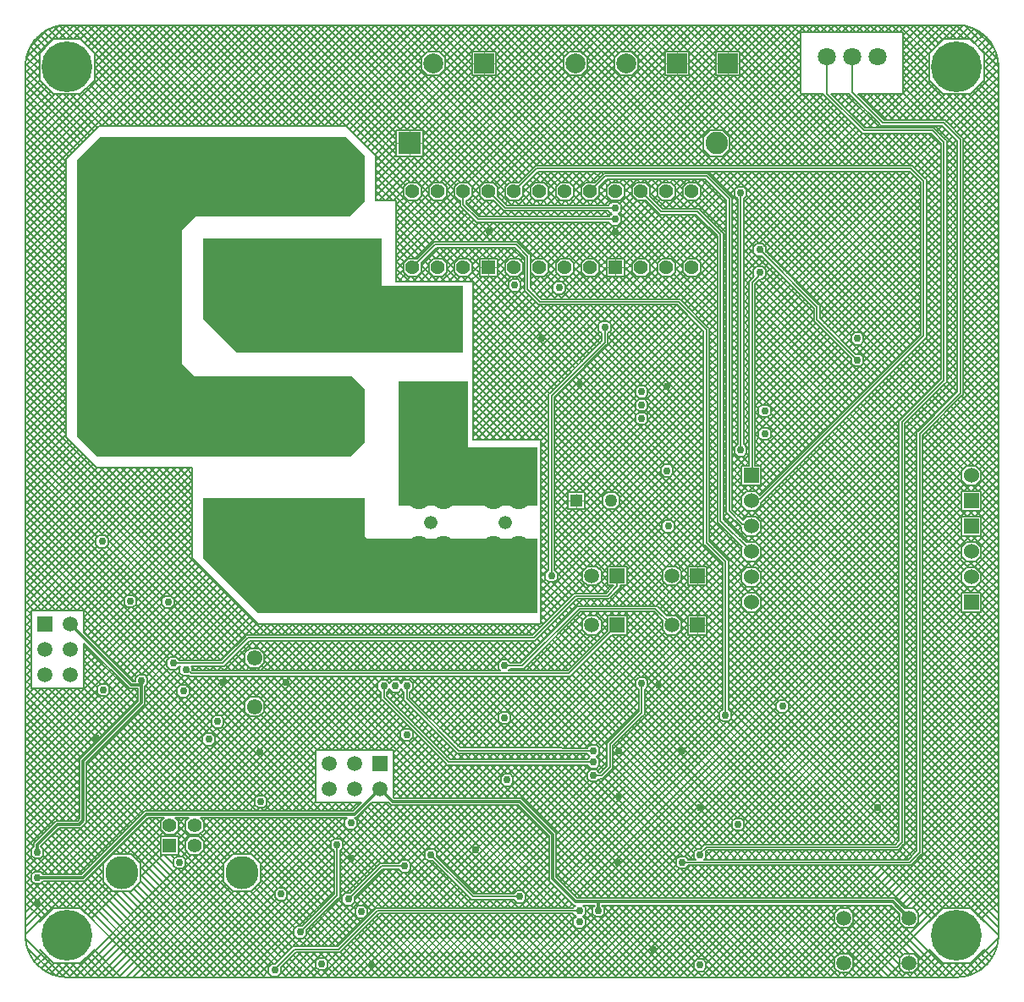
<source format=gbr>
%TF.GenerationSoftware,Altium Limited,Altium Designer,25.2.1 (25)*%
G04 Layer_Physical_Order=4*
G04 Layer_Color=16711680*
%FSLAX43Y43*%
%MOMM*%
%TF.SameCoordinates,4C24163C-91DB-42BE-86CD-6C2E27ADC54B*%
%TF.FilePolarity,Positive*%
%TF.FileFunction,Copper,L4,Bot,Signal*%
%TF.Part,Single*%
G01*
G75*
%TA.AperFunction,NonConductor*%
%ADD10C,0.203*%
%TA.AperFunction,Conductor*%
%ADD40C,0.300*%
%TA.AperFunction,NonConductor*%
%ADD41C,0.102*%
%TA.AperFunction,Conductor*%
%ADD42C,0.175*%
%TA.AperFunction,ComponentPad*%
%ADD46C,1.500*%
%ADD47R,1.500X1.500*%
%ADD48C,2.400*%
%ADD49C,1.325*%
%ADD50C,1.408*%
%ADD51R,1.408X1.408*%
%ADD52C,3.316*%
%ADD53C,1.524*%
%ADD54R,1.524X1.524*%
%ADD55C,3.000*%
%ADD56R,3.000X3.000*%
%ADD57C,1.425*%
%ADD58R,1.425X1.425*%
%ADD59C,2.000*%
%ADD60R,2.000X2.000*%
%ADD61R,2.250X2.250*%
%ADD62C,2.250*%
%ADD63R,1.500X1.500*%
%ADD64C,1.500*%
%ADD65C,1.550*%
%ADD66C,1.800*%
%ADD67C,1.275*%
%ADD68R,1.275X1.275*%
%TA.AperFunction,ViaPad*%
%ADD69C,5.080*%
%ADD70C,0.750*%
G36*
X35941Y69523D02*
X44069D01*
Y62865D01*
X21463D01*
X18140Y66188D01*
Y74300D01*
X35941D01*
Y69523D01*
D02*
G37*
G36*
X34300Y82540D02*
Y77988D01*
X32812Y76500D01*
X17318D01*
X16000Y75182D01*
Y61724D01*
X17224Y60500D01*
X33000D01*
X34300Y59200D01*
Y53858D01*
X32902Y52460D01*
X7484D01*
X5500Y54444D01*
Y82208D01*
X7752Y84460D01*
X32380D01*
X34300Y82540D01*
D02*
G37*
G36*
X44648Y53340D02*
X51562D01*
Y47498D01*
X37648D01*
Y60000D01*
X44648D01*
Y53340D01*
D02*
G37*
G36*
X34300Y44450D02*
X34554Y44196D01*
X51562D01*
Y36807D01*
X23633D01*
X18140Y42300D01*
Y48300D01*
X34300D01*
Y44450D01*
D02*
G37*
D10*
X96905Y93907D02*
G03*
X96706Y94166I-3405J-2407D01*
G01*
D02*
G03*
X96562Y94331I-3206J-2666D01*
G01*
X96331Y94562D02*
G03*
X96166Y94706I-2831J-3062D01*
G01*
X96562Y94331D02*
G03*
X96331Y94562I-3062J-2831D01*
G01*
X97190Y93442D02*
G03*
X97027Y93725I-3690J-1942D01*
G01*
X97287Y93245D02*
G03*
X97190Y93442I-3787J-1745D01*
G01*
X97027Y93725D02*
G03*
X96905Y93907I-3527J-2225D01*
G01*
X96166Y94706D02*
G03*
X95907Y94905I-2666J-3206D01*
G01*
D02*
G03*
X95725Y95027I-2407J-3405D01*
G01*
D02*
G03*
X95442Y95190I-2225J-3527D01*
G01*
X97567Y92421D02*
G03*
X97482Y92736I-4067J-921D01*
G01*
X97610Y92206D02*
G03*
X97567Y92421I-4110J-706D01*
G01*
X97412Y92944D02*
G03*
X97287Y93245I-3912J-1444D01*
G01*
X97482Y92736D02*
G03*
X97412Y92944I-3982J-1236D01*
G01*
X97670Y91505D02*
G03*
X97667Y91663I-4170J-5D01*
G01*
X97652Y91882D02*
G03*
X97610Y92206I-4152J-382D01*
G01*
X97667Y91663D02*
G03*
X97652Y91882I-4167J-163D01*
G01*
X94206Y95610D02*
G03*
X93882Y95652I-706J-4110D01*
G01*
X94421Y95567D02*
G03*
X94206Y95610I-921J-4067D01*
G01*
X93663Y95667D02*
G03*
X93500Y95670I-163J-4167D01*
G01*
X93882Y95652D02*
G03*
X93663Y95667I-382J-4152D01*
G01*
X94736Y95482D02*
G03*
X94421Y95567I-1236J-3982D01*
G01*
X94944Y95412D02*
G03*
X94736Y95482I-1444J-3912D01*
G01*
X95442Y95190D02*
G03*
X95245Y95287I-1942J-3690D01*
G01*
D02*
G03*
X94944Y95412I-1745J-3787D01*
G01*
X97667Y4337D02*
G03*
X97670Y4495I-4167J163D01*
G01*
X97652Y4118D02*
G03*
X97667Y4337I-4152J382D01*
G01*
X97610Y3794D02*
G03*
X97652Y4118I-4110J706D01*
G01*
X97567Y3579D02*
G03*
X97610Y3794I-4067J921D01*
G01*
X97482Y3264D02*
G03*
X97567Y3579I-3982J1236D01*
G01*
X97412Y3056D02*
G03*
X97482Y3264I-3912J1444D01*
G01*
X97287Y2755D02*
G03*
X97412Y3056I-3787J1745D01*
G01*
X97190Y2558D02*
G03*
X97287Y2755I-3690J1942D01*
G01*
X97027Y2275D02*
G03*
X97190Y2558I-3527J2225D01*
G01*
X96905Y2093D02*
G03*
X97027Y2275I-3405J2407D01*
G01*
X96706Y1834D02*
G03*
X96905Y2093I-3206J2666D01*
G01*
X96562Y1669D02*
G03*
X96706Y1834I-3062J2831D01*
G01*
X96331Y1438D02*
G03*
X96562Y1669I-2831J3062D01*
G01*
X96166Y1294D02*
G03*
X96331Y1438I-2666J3206D01*
G01*
X95907Y1095D02*
G03*
X96166Y1294I-2407J3405D01*
G01*
X95725Y973D02*
G03*
X95907Y1095I-2225J3527D01*
G01*
X95442Y810D02*
G03*
X95725Y973I-1942J3690D01*
G01*
X95245Y713D02*
G03*
X95442Y810I-1745J3787D01*
G01*
X94944Y588D02*
G03*
X95245Y713I-1444J3912D01*
G01*
X94736Y518D02*
G03*
X94944Y588I-1236J3982D01*
G01*
X94421Y433D02*
G03*
X94736Y518I-921J4067D01*
G01*
X94206Y390D02*
G03*
X94421Y433I-706J4110D01*
G01*
X93882Y348D02*
G03*
X94206Y390I-382J4152D01*
G01*
X93663Y333D02*
G03*
X93882Y348I-163J4167D01*
G01*
X93500Y330D02*
G03*
X93663Y333I0J4170D01*
G01*
X4500Y95670D02*
G03*
X4337Y95667I0J-4170D01*
G01*
D02*
G03*
X4118Y95652I163J-4167D01*
G01*
D02*
G03*
X3794Y95610I382J-4152D01*
G01*
D02*
G03*
X3579Y95567I706J-4110D01*
G01*
D02*
G03*
X3264Y95482I921J-4067D01*
G01*
D02*
G03*
X3056Y95412I1236J-3982D01*
G01*
D02*
G03*
X2755Y95287I1444J-3912D01*
G01*
D02*
G03*
X2558Y95190I1745J-3787D01*
G01*
D02*
G03*
X2275Y95027I1942J-3690D01*
G01*
D02*
G03*
X2093Y94905I2225J-3527D01*
G01*
D02*
G03*
X1834Y94706I2407J-3405D01*
G01*
D02*
G03*
X1669Y94562I2666J-3206D01*
G01*
D02*
G03*
X1438Y94331I2831J-3062D01*
G01*
D02*
G03*
X1294Y94166I3062J-2831D01*
G01*
D02*
G03*
X1095Y93907I3206J-2666D01*
G01*
D02*
G03*
X973Y93725I3405J-2407D01*
G01*
D02*
G03*
X810Y93442I3527J-2225D01*
G01*
D02*
G03*
X713Y93245I3690J-1942D01*
G01*
D02*
G03*
X588Y92944I3787J-1745D01*
G01*
D02*
G03*
X518Y92736I3912J-1444D01*
G01*
D02*
G03*
X433Y92421I3982J-1236D01*
G01*
D02*
G03*
X390Y92206I4067J-921D01*
G01*
D02*
G03*
X348Y91882I4110J-706D01*
G01*
D02*
G03*
X333Y91663I4152J-382D01*
G01*
D02*
G03*
X330Y91500I4167J-163D01*
G01*
X3794Y390D02*
G03*
X4118Y348I706J4110D01*
G01*
X4337Y333D02*
G03*
X4500Y330I163J4167D01*
G01*
X4118Y348D02*
G03*
X4337Y333I382J4152D01*
G01*
X713Y2755D02*
G03*
X810Y2558I3787J1745D01*
G01*
X518Y3264D02*
G03*
X588Y3056I3982J1236D01*
G01*
D02*
G03*
X713Y2755I3912J1444D01*
G01*
X810Y2558D02*
G03*
X973Y2275I3690J1942D01*
G01*
X330Y4500D02*
G03*
X333Y4337I4170J0D01*
G01*
X390Y3794D02*
G03*
X433Y3579I4110J706D01*
G01*
X348Y4118D02*
G03*
X390Y3794I4152J382D01*
G01*
X433Y3579D02*
G03*
X518Y3264I4067J921D01*
G01*
X333Y4337D02*
G03*
X348Y4118I4167J163D01*
G01*
X2558Y810D02*
G03*
X2755Y713I1942J3690D01*
G01*
X2093Y1095D02*
G03*
X2275Y973I2407J3405D01*
G01*
D02*
G03*
X2558Y810I2225J3527D01*
G01*
X3264Y518D02*
G03*
X3579Y433I1236J3982D01*
G01*
D02*
G03*
X3794Y390I921J4067D01*
G01*
X2755Y713D02*
G03*
X3056Y588I1745J3787D01*
G01*
D02*
G03*
X3264Y518I1444J3912D01*
G01*
X1294Y1834D02*
G03*
X1438Y1669I3206J2666D01*
G01*
D02*
G03*
X1669Y1438I3062J2831D01*
G01*
X973Y2275D02*
G03*
X1095Y2093I3527J2225D01*
G01*
D02*
G03*
X1294Y1834I3405J2407D01*
G01*
X1834Y1294D02*
G03*
X2093Y1095I2666J3206D01*
G01*
X1669Y1438D02*
G03*
X1834Y1294I2831J3062D01*
G01*
X96706Y94166D02*
X96905Y93907D01*
X96331Y94562D02*
X96562Y94331D01*
X97027Y93725D02*
X97190Y93442D01*
X95994Y93121D02*
X96851Y93977D01*
X96243Y92651D02*
X97133Y93541D01*
X95907Y94905D02*
X96166Y94706D01*
X95442Y95190D02*
X95725Y95027D01*
X94917Y94198D02*
X95737Y95019D01*
X94274Y95597D02*
X97597Y92274D01*
X93486Y95667D02*
X97667Y91486D01*
X95355Y95235D02*
X97235Y93355D01*
X95635Y93480D02*
X96524Y94369D01*
X95276Y93839D02*
X96153Y94716D01*
X94872Y94243D02*
X96243Y92872D01*
X97482Y92736D02*
X97567Y92421D01*
X97287Y93245D02*
X97412Y92944D01*
X97667Y91663D02*
X97667Y91500D01*
X96243Y90754D02*
X97667Y89331D01*
X97610Y92206D02*
X97652Y91882D01*
X96243Y90496D02*
X97650Y91902D01*
X96243Y92191D02*
X97667Y90768D01*
X96243Y91472D02*
X97667Y90049D01*
X96243Y90128D02*
Y92872D01*
Y91933D02*
X97366Y93055D01*
X96243Y91214D02*
X97542Y92513D01*
X95838Y89723D02*
X97667Y87894D01*
X95478Y89364D02*
X97667Y87175D01*
X95119Y89004D02*
X97667Y86457D01*
X94872Y88757D02*
X96243Y90128D01*
X96197Y90082D02*
X97667Y88612D01*
X93882Y95652D02*
X94206Y95610D01*
X93500Y95667D02*
X93663D01*
X94421Y95567D02*
X94736Y95482D01*
X92768Y95667D02*
X94191Y94243D01*
X92049Y95667D02*
X93473Y94243D01*
X92806D02*
X94177Y95613D01*
X90612Y95667D02*
X92082Y94197D01*
X89894Y95667D02*
X91723Y93838D01*
X91331Y95667D02*
X92754Y94243D01*
X88121Y93868D02*
X89919Y95667D01*
X88121Y94587D02*
X89201Y95667D01*
X89175D02*
X91364Y93478D01*
X88121Y90995D02*
X92793Y95667D01*
X88121Y91713D02*
X92075Y95667D01*
X88121Y90276D02*
X93511Y95667D01*
X88457D02*
X91004Y93119D01*
X88121Y93150D02*
X90638Y95667D01*
X88121Y92432D02*
X91356Y95667D01*
X94944Y95412D02*
X95245Y95287D01*
X94243Y94243D02*
X95274Y95274D01*
X93525Y94243D02*
X94757Y95476D01*
X92128Y94243D02*
X94872D01*
X94243D02*
X95274Y95274D01*
X91890Y86143D02*
X94504Y88757D01*
X92128D02*
X94872D01*
X90757Y90128D02*
X92128Y88757D01*
X90757Y90128D02*
Y92872D01*
X92057Y86143D02*
X92347D01*
X90757Y92872D02*
X92128Y94243D01*
X88121Y93129D02*
X90757Y90493D01*
X88121Y89558D02*
X90757Y92194D01*
X88121Y94566D02*
X90757Y91930D01*
X88089Y94947D02*
X88121Y94869D01*
Y93847D02*
X90757Y91212D01*
X89016Y86143D02*
X91879Y89006D01*
X88097Y88842D02*
X90797Y86143D01*
X89735D02*
X92349Y88757D01*
X88121Y88900D02*
Y94869D01*
X88089Y88822D02*
X88121Y88900D01*
X93930Y88757D02*
X97667Y85020D01*
X93556Y84935D02*
X97667Y89046D01*
X93915Y84575D02*
X97667Y88327D01*
X94648Y88757D02*
X97667Y85739D01*
X93998Y84492D02*
X94144Y84346D01*
X93998Y84492D02*
X94144Y84346D01*
Y81931D02*
X97667Y85453D01*
X94144Y82649D02*
X97667Y86172D01*
X94144Y81212D02*
X97667Y84735D01*
X94144Y84086D02*
X97667Y87609D01*
X93212Y88757D02*
X97667Y84302D01*
X94144Y83367D02*
X97667Y86890D01*
X92837Y85653D02*
X97667Y90482D01*
X92478Y86012D02*
X97667Y91201D01*
X93196Y85294D02*
X97667Y89764D01*
X92493Y85997D02*
X93998Y84492D01*
X91172Y86143D02*
X93786Y88757D01*
X92057Y85561D02*
X93562Y84056D01*
X88121Y91692D02*
X97667Y82146D01*
X88121Y92411D02*
X97667Y82865D01*
X88121Y90974D02*
X97667Y81428D01*
X92493Y88757D02*
X97667Y83583D01*
X91378Y85561D02*
X93562Y83377D01*
X92493Y83872D02*
X93119Y84498D01*
X94144Y79775D02*
X97667Y83298D01*
X94144Y83514D02*
X97667Y79991D01*
X94144Y82796D02*
X97667Y79273D01*
X94144Y84233D02*
X97667Y80710D01*
X94144Y84056D02*
Y84346D01*
Y80494D02*
X97667Y84017D01*
X94144Y81359D02*
X97667Y77836D01*
X94144Y78338D02*
X97667Y81861D01*
X94144Y77620D02*
X97667Y81143D01*
X94144Y79057D02*
X97667Y82580D01*
X94144Y58946D02*
Y84056D01*
Y82077D02*
X97667Y78554D01*
X94144Y84056D02*
Y84346D01*
X92493Y83010D02*
X93562Y81940D01*
X92493Y81716D02*
X93562Y82786D01*
X92493Y83728D02*
X93562Y82659D01*
X92493Y83153D02*
X93479Y84139D01*
X92493Y82435D02*
X93562Y83504D01*
Y58946D02*
Y84056D01*
X92493Y81573D02*
X93562Y80503D01*
X92493Y80280D02*
X93562Y81349D01*
X92493Y82291D02*
X93562Y81222D01*
X92493Y80998D02*
X93562Y82068D01*
X92347Y86143D02*
X92493Y85997D01*
X92057Y86143D02*
X92347D01*
X92493Y85997D01*
X91128Y85381D02*
X91309Y85561D01*
X90914Y85381D02*
X91204D01*
X90914D02*
X91204D01*
X91885Y84700D02*
X92401Y85217D01*
X91350Y85235D02*
X92347Y84238D01*
X92244Y84341D02*
X92760Y84858D01*
X91525Y85060D02*
X92027Y85561D01*
X91204Y85381D02*
X91350Y85235D01*
X91204Y85381D02*
X91350Y85235D01*
X88298Y86143D02*
X91520Y89365D01*
X88121Y90255D02*
X92234Y86143D01*
X90453D02*
X93067Y88757D01*
X88254Y85381D02*
X88435Y85561D01*
X88121Y89537D02*
X91515Y86143D01*
X88504Y85561D02*
X88685Y85381D01*
X90410D02*
X90590Y85561D01*
X89941D02*
X90122Y85381D01*
X90660Y85561D02*
X90840Y85381D01*
X89223Y85561D02*
X89403Y85381D01*
X88973D02*
X89153Y85561D01*
X89691Y85381D02*
X89872Y85561D01*
X92493Y83802D02*
Y84092D01*
X92347Y84238D02*
X92493Y84092D01*
Y83802D02*
Y84092D01*
X90914Y84799D02*
X91911Y83802D01*
X90703Y84799D02*
X91911Y83591D01*
X92347Y84238D02*
X92493Y84092D01*
Y60216D02*
Y83802D01*
X91911Y60216D02*
Y83802D01*
X90461Y79684D02*
X91911Y81135D01*
X89990Y80651D02*
X91911Y82572D01*
X89985Y84799D02*
X91911Y82873D01*
X90349Y80291D02*
X91911Y81853D01*
X89266Y84799D02*
X91911Y82154D01*
X88548Y84799D02*
X91911Y81436D01*
X88755Y81571D02*
X91449Y84264D01*
X88779Y81571D02*
X89070D01*
X88036D02*
X91089Y84624D01*
X88779Y81571D02*
X89070D01*
X89631Y81010D02*
X91911Y83290D01*
X89272Y81369D02*
X91808Y83905D01*
X89215Y81425D02*
X90315Y80325D01*
X89070Y81571D02*
X89215Y81425D01*
X89070Y81571D02*
X89215Y81425D01*
X87795Y94979D02*
X88482Y95667D01*
X87076Y94979D02*
X87764Y95667D01*
X88011Y94979D02*
X88089Y94947D01*
X86358Y94979D02*
X87046Y95667D01*
X86302D02*
X86989Y94979D01*
X87020Y95667D02*
X87708Y94979D01*
X86861Y86143D02*
X90802Y90083D01*
X86197Y86197D02*
X90757Y90757D01*
X87580Y86143D02*
X91161Y89724D01*
X87739Y95667D02*
X90757Y92648D01*
X86197Y86197D02*
X90757Y90757D01*
X88011Y88790D02*
X88089Y88822D01*
X84865Y95667D02*
X85553Y94979D01*
X84203D02*
X84890Y95667D01*
X77978Y94979D02*
X88011D01*
X83484D02*
X84172Y95667D01*
X83428D02*
X84116Y94979D01*
X84146Y95667D02*
X84834Y94979D01*
X85640D02*
X86327Y95667D01*
X85583D02*
X86271Y94979D01*
X85838Y86556D02*
X90757Y91475D01*
X84921Y94979D02*
X85609Y95667D01*
X80937Y88790D02*
X84346Y85381D01*
X84042Y88352D02*
X84479Y88790D01*
X87431D02*
X90078Y86143D01*
X86713Y88790D02*
X89360Y86143D01*
X86251D02*
X92057D01*
X85479Y86915D02*
X87353Y88790D01*
X85276D02*
X87923Y86143D01*
X85994Y88790D02*
X88641Y86143D01*
X87786Y85561D02*
X87967Y85381D01*
X85961Y85561D02*
X86251D01*
X92057D01*
X85815Y85707D02*
X85961Y85561D01*
X85815Y85707D02*
X85961Y85561D01*
X86251D01*
X85119Y87275D02*
X86635Y88790D01*
X83604D02*
X86251Y86143D01*
X83604Y88790D02*
X88011D01*
X84760Y87634D02*
X85916Y88790D01*
X84401Y87993D02*
X85198Y88790D01*
X83427Y86300D02*
X84324Y87198D01*
X84557Y88790D02*
X87205Y86143D01*
X83839Y88790D02*
X86486Y86143D01*
X82881Y88641D02*
X85815Y85707D01*
X83786Y85941D02*
X84683Y86839D01*
X84145Y85582D02*
X85043Y86479D01*
X79174Y94979D02*
X79861Y95667D01*
X79118D02*
X79805Y94979D01*
X79892D02*
X80580Y95667D01*
X78399D02*
X79087Y94979D01*
X77681Y95667D02*
X78368Y94979D01*
X78455D02*
X79143Y95667D01*
X82710D02*
X83397Y94979D01*
X82047D02*
X82735Y95667D01*
X82766Y94979D02*
X83453Y95667D01*
X81329Y94979D02*
X82017Y95667D01*
X81273D02*
X81960Y94979D01*
X81991Y95667D02*
X82679Y94979D01*
X76244Y95667D02*
X77868Y94042D01*
X75525Y95667D02*
X77868Y93324D01*
X74807Y95667D02*
X77868Y92606D01*
X71783Y91899D02*
X75551Y95667D01*
X71783Y92617D02*
X74832Y95667D01*
X76962D02*
X77868Y94761D01*
X72652Y95667D02*
X77868Y90450D01*
X71933Y95667D02*
X77868Y89732D01*
X71215Y95667D02*
X77868Y89013D01*
X74089Y95667D02*
X77868Y91887D01*
X71783Y91181D02*
X76269Y95667D01*
X73370D02*
X77868Y91169D01*
X83683Y88712D02*
X83761Y88790D01*
X82735Y88787D02*
X82881Y88641D01*
X82735Y88787D02*
X82881Y88641D01*
X80611Y94979D02*
X81298Y95667D01*
X80554D02*
X81242Y94979D01*
X80937Y88790D02*
X82735D01*
X82708Y87019D02*
X83606Y87916D01*
X82349Y87378D02*
X83246Y88275D01*
X83067Y86660D02*
X83965Y87557D01*
X81631Y88096D02*
X82324Y88790D01*
X81271Y88456D02*
X81606Y88790D01*
X81990Y87737D02*
X82887Y88635D01*
X79836Y95667D02*
X80524Y94979D01*
X77900Y94947D02*
X77978Y94979D01*
X77900Y88822D02*
X77978Y88790D01*
X77868Y88900D02*
Y94869D01*
X77900Y94947D01*
X77868Y88900D02*
X77900Y88822D01*
X80195Y88660D02*
X80341Y88514D01*
X80195Y88660D02*
Y88790D01*
Y88660D02*
X80341Y88514D01*
X77978Y88790D02*
X80195D01*
Y88660D02*
Y88790D01*
X86099Y85381D02*
X86280Y85561D01*
X82402Y88790D02*
X85811Y85381D01*
X84346D02*
X90914D01*
X85381D02*
X85761Y85761D01*
X84662Y85381D02*
X85402Y86120D01*
X85381Y85381D02*
X85761Y85761D01*
X87068Y85561D02*
X87248Y85381D01*
X86818D02*
X86998Y85561D01*
X87536Y85381D02*
X87717Y85561D01*
X86349D02*
X86530Y85381D01*
X83910Y84945D02*
X84056Y84799D01*
X83910Y84945D02*
X84056Y84799D01*
X80965Y88790D02*
X84374Y85381D01*
X70496Y95667D02*
X84592Y81571D01*
X81684Y88790D02*
X85093Y85381D01*
X71783Y92943D02*
X83156Y81571D01*
X69778Y95667D02*
X83874Y81571D01*
X80341Y88514D02*
X83910Y84945D01*
X78810Y88790D02*
X86029Y81571D01*
X78091Y88790D02*
X85311Y81571D01*
X79528Y88790D02*
X86748Y81571D01*
X79415D02*
X83350Y85505D01*
X78697Y81571D02*
X82991Y85864D01*
X80134Y81571D02*
X83709Y85146D01*
X85674Y84799D02*
X88903Y81571D01*
X85163D02*
X88391Y84799D01*
X84346D02*
X90914D01*
X84444Y81571D02*
X87673Y84799D01*
X84237D02*
X87466Y81571D01*
X84956Y84799D02*
X88184Y81571D01*
X87830Y84799D02*
X91911Y80718D01*
X87111Y84799D02*
X91911Y79999D01*
X86393Y84799D02*
X91911Y79281D01*
X86600Y81571D02*
X89828Y84799D01*
X85881Y81571D02*
X89110Y84799D01*
X87318Y81571D02*
X90547Y84799D01*
X81571Y81571D02*
X84799Y84799D01*
X81571Y81571D02*
X84799Y84799D01*
X82289Y81571D02*
X85518Y84799D01*
X84056D02*
X84346D01*
X80852Y81571D02*
X84081Y84799D01*
X84056D02*
X84346D01*
X83737Y80989D02*
X89879Y74847D01*
X83726Y81571D02*
X86955Y84799D01*
X77990Y80989D02*
X89879Y69100D01*
X83008Y81571D02*
X86236Y84799D01*
X74765Y72610D02*
X83145Y80989D01*
X70791Y83723D02*
X77868Y90800D01*
X69798Y90618D02*
X78845Y81571D01*
X70076D02*
X77868Y89363D01*
X70453Y84822D02*
X77868Y92236D01*
X70061Y85148D02*
X77868Y92955D01*
X70791Y84441D02*
X77868Y91518D01*
X71783Y91506D02*
X81719Y81571D01*
X71783Y92225D02*
X82437Y81571D01*
X71783Y90788D02*
X81000Y81571D01*
X71235Y90618D02*
X80282Y81571D01*
X70516Y90618D02*
X79563Y81571D01*
X70794D02*
X78014Y88790D01*
X65047Y81571D02*
X77868Y94392D01*
X64329Y81571D02*
X78424Y95667D01*
X69343Y85148D02*
X77868Y93673D01*
X63610Y81571D02*
X77706Y95667D01*
X62892Y81571D02*
X76988Y95667D01*
X65487Y90618D02*
X74534Y81571D01*
X66703Y92276D02*
X77408Y81571D01*
X66703Y92994D02*
X78127Y81571D01*
X69358D02*
X77868Y90081D01*
X66703Y90839D02*
X75971Y81571D01*
X66703Y91557D02*
X76690Y81571D01*
X66206Y90618D02*
X75253Y81571D01*
X75823D02*
X81554Y87301D01*
X75105Y81571D02*
X81195Y87660D01*
X76542Y81571D02*
X81913Y86942D01*
X73668Y81571D02*
X80476Y88379D01*
X72950Y81571D02*
X80169Y88790D01*
X74386Y81571D02*
X80835Y88020D01*
X77979Y81571D02*
X82631Y86224D01*
X77260Y81571D02*
X82272Y86583D01*
X74406Y72969D02*
X82426Y80989D01*
X73756Y73756D02*
X80989Y80989D01*
X73756Y73756D02*
X80989Y80989D01*
X74281Y73563D02*
X81708Y80989D01*
X72231Y81571D02*
X79451Y88790D01*
X71513Y81571D02*
X78732Y88790D01*
X72173Y76483D02*
X76679Y80989D01*
X72486Y78951D02*
X74524Y80989D01*
X72173Y77920D02*
X75242Y80989D01*
X72173Y77202D02*
X75960Y80989D01*
X72173Y73610D02*
X79552Y80989D01*
X72173Y74328D02*
X78834Y80989D01*
X72173Y72891D02*
X80271Y80989D01*
X72173Y75765D02*
X77397Y80989D01*
X72173Y75046D02*
X78116Y80989D01*
X94144Y74746D02*
X97667Y78269D01*
X94144Y75465D02*
X97667Y78988D01*
X94144Y74028D02*
X97667Y77551D01*
X94144Y77767D02*
X97667Y74244D01*
X94144Y78485D02*
X97667Y74962D01*
X94144Y77048D02*
X97667Y73525D01*
X94144Y71873D02*
X97667Y75396D01*
X94144Y75611D02*
X97667Y72089D01*
X94144Y74893D02*
X97667Y71370D01*
X94144Y76330D02*
X97667Y72807D01*
X94144Y73309D02*
X97667Y76832D01*
X94144Y72591D02*
X97667Y76114D01*
X94144Y76902D02*
X97667Y80424D01*
X94144Y80640D02*
X97667Y77118D01*
X94144Y76183D02*
X97667Y79706D01*
X94144Y79922D02*
X97667Y76399D01*
X92493Y77262D02*
X93562Y76193D01*
X92493Y75969D02*
X93562Y77039D01*
X94144Y79204D02*
X97667Y75681D01*
X92493Y74532D02*
X93562Y75602D01*
X92493Y75107D02*
X93562Y74038D01*
X92493Y75251D02*
X93562Y76320D01*
X92493Y76544D02*
X93562Y75474D01*
X92493Y75826D02*
X93562Y74756D01*
X94144Y69717D02*
X97667Y73240D01*
X94144Y73456D02*
X97667Y69933D01*
X94144Y72738D02*
X97667Y69215D01*
X94144Y74175D02*
X97667Y70652D01*
X94144Y71154D02*
X97667Y74677D01*
X94144Y70436D02*
X97667Y73959D01*
X94144Y72019D02*
X97667Y68496D01*
X94144Y68999D02*
X97667Y72522D01*
X94144Y68281D02*
X97667Y71803D01*
X92493Y68785D02*
X93562Y69854D01*
X92493Y70078D02*
X93562Y69009D01*
X92493Y69360D02*
X93562Y68290D01*
X92493Y72952D02*
X93562Y71882D01*
X92493Y72377D02*
X93562Y73447D01*
X92493Y71658D02*
X93562Y72728D01*
X92493Y74389D02*
X93562Y73319D01*
X92493Y73814D02*
X93562Y74883D01*
X92493Y73095D02*
X93562Y74165D01*
X92493Y70797D02*
X93562Y69727D01*
X92493Y70222D02*
X93562Y71291D01*
X92493Y69503D02*
X93562Y70573D01*
X92493Y72234D02*
X93562Y71164D01*
X92493Y70940D02*
X93562Y72010D01*
X92493Y79418D02*
X93562Y78348D01*
X92493Y78843D02*
X93562Y79912D01*
X92493Y78124D02*
X93562Y79194D01*
X92493Y79561D02*
X93562Y80631D01*
X92493Y80855D02*
X93562Y79785D01*
X92493Y80136D02*
X93562Y79067D01*
X92493Y77981D02*
X93562Y76911D01*
X92493Y77406D02*
X93562Y78475D01*
X92493Y76687D02*
X93562Y77757D01*
X92493Y78699D02*
X93562Y77630D01*
X90461Y76092D02*
X91911Y77543D01*
X90461Y77139D02*
X91911Y75689D01*
X90461Y79889D02*
Y80180D01*
Y78966D02*
X91911Y80417D01*
X90461Y80013D02*
X91911Y78562D01*
X90315Y80325D02*
X90461Y80180D01*
X90315Y80325D02*
X90461Y80180D01*
Y79889D02*
Y80180D01*
Y76811D02*
X91911Y78261D01*
X90461Y78576D02*
X91911Y77125D01*
X90461Y77858D02*
X91911Y76407D01*
X90461Y79294D02*
X91911Y77844D01*
X90461Y78248D02*
X91911Y79698D01*
X90461Y77529D02*
X91911Y78980D01*
X92493Y73670D02*
X93562Y72601D01*
X90461Y70345D02*
X91911Y71796D01*
X92493Y71515D02*
X93562Y70446D01*
X90461Y71063D02*
X91911Y72514D01*
X90461Y72829D02*
X91911Y71378D01*
X90461Y72110D02*
X91911Y70660D01*
X90461Y69955D02*
X91911Y68504D01*
X90461Y68908D02*
X91911Y70359D01*
X90461Y68190D02*
X91911Y69640D01*
X90461Y69626D02*
X91911Y71077D01*
X90461Y71392D02*
X91911Y69941D01*
X90461Y70673D02*
X91911Y69223D01*
X90461Y73937D02*
X91911Y75388D01*
X90461Y75702D02*
X91911Y74252D01*
X90461Y74984D02*
X91911Y73533D01*
X90461Y76421D02*
X91911Y74970D01*
X90461Y75374D02*
X91911Y76824D01*
X90461Y74655D02*
X91911Y76106D01*
X90461Y73547D02*
X91911Y72096D01*
X90461Y72500D02*
X91911Y73951D01*
X90461Y71782D02*
X91911Y73232D01*
X90461Y73219D02*
X91911Y74669D01*
X90461Y74266D02*
X91911Y72815D01*
X94144Y66272D02*
X97667Y62749D01*
X94144Y63252D02*
X97667Y66774D01*
X94144Y62533D02*
X97667Y66056D01*
X94144Y63970D02*
X97667Y67493D01*
X94144Y67709D02*
X97667Y64186D01*
X94144Y66990D02*
X97667Y63467D01*
X94144Y64117D02*
X97667Y60594D01*
X94144Y61096D02*
X97667Y64619D01*
X94144Y60378D02*
X97667Y63901D01*
X94144Y61815D02*
X97667Y65338D01*
X94144Y65554D02*
X97667Y62031D01*
X94144Y64835D02*
X97667Y61312D01*
X94144Y66844D02*
X97667Y70367D01*
X94144Y70583D02*
X97667Y67060D01*
X94144Y69864D02*
X97667Y66341D01*
X94144Y67562D02*
X97667Y71085D01*
X94144Y71301D02*
X97667Y67778D01*
X92493Y68066D02*
X93562Y69136D01*
X94144Y68427D02*
X97667Y64904D01*
X94144Y65407D02*
X97667Y68930D01*
X94144Y64688D02*
X97667Y68211D01*
X94144Y69146D02*
X97667Y65623D01*
X94144Y66125D02*
X97667Y69648D01*
X92493Y63612D02*
X93562Y62543D01*
X94144Y62680D02*
X97667Y59157D01*
X94144Y59659D02*
X97667Y63182D01*
X94144Y58941D02*
X97667Y62464D01*
X94144Y58656D02*
Y58946D01*
Y63398D02*
X97667Y59875D01*
X94144Y58656D02*
Y58946D01*
Y59088D02*
X97667Y55565D01*
X94144Y59806D02*
X97667Y56283D01*
X94001Y58513D02*
X97667Y54846D01*
X94144Y61243D02*
X97667Y57720D01*
X94144Y61961D02*
X97667Y58439D01*
X94144Y60525D02*
X97667Y57002D01*
X92493Y60882D02*
X93562Y61952D01*
X92493Y62176D02*
X93562Y61106D01*
X92493Y61457D02*
X93562Y60388D01*
X92493Y62894D02*
X93562Y61824D01*
X92493Y62319D02*
X93562Y63389D01*
X92493Y61601D02*
X93562Y62670D01*
X93998Y58510D02*
X94144Y58656D01*
X93998Y58510D02*
X94144Y58656D01*
X90080Y54592D02*
X93998Y58510D01*
X92493Y60164D02*
X93562Y61233D01*
X92493Y60739D02*
X93562Y59669D01*
X92493Y67205D02*
X93562Y66135D01*
X92493Y66630D02*
X93562Y67699D01*
X92493Y65911D02*
X93562Y66981D01*
X92493Y67348D02*
X93562Y68418D01*
X92493Y68641D02*
X93562Y67572D01*
X92493Y67923D02*
X93562Y66853D01*
X92493Y64474D02*
X93562Y65544D01*
X92493Y65768D02*
X93562Y64698D01*
X92493Y65049D02*
X93562Y63980D01*
X92493Y65193D02*
X93562Y66262D01*
X92493Y66486D02*
X93562Y65417D01*
X90461Y65644D02*
X91911Y64194D01*
X90461Y67800D02*
X91911Y66349D01*
X90461Y66753D02*
X91911Y68203D01*
X90461Y66034D02*
X91911Y67485D01*
X90461Y67471D02*
X91911Y68922D01*
X90461Y69237D02*
X91911Y67786D01*
X90461Y68518D02*
X91911Y67068D01*
X90461Y66363D02*
X91911Y64912D01*
X90461Y65316D02*
X91911Y66767D01*
X90461Y64598D02*
X91911Y66048D01*
X90461Y64661D02*
Y79889D01*
X89879Y64661D02*
Y79889D01*
X90461Y67081D02*
X91911Y65631D01*
X92493Y64331D02*
X93562Y63261D01*
X92493Y63756D02*
X93562Y64825D01*
X92493Y63037D02*
X93562Y64107D01*
X92493Y59926D02*
Y60216D01*
Y59926D02*
Y60216D01*
X92347Y59780D02*
X92493Y59926D01*
Y60020D02*
X93562Y58951D01*
X92181Y59614D02*
X93205Y58589D01*
X91822Y59255D02*
X92846Y58230D01*
X92347Y59780D02*
X92493Y59926D01*
X91462Y58895D02*
X92487Y57871D01*
X91103Y58536D02*
X92128Y57512D01*
X90461Y64926D02*
X91911Y63475D01*
X90315Y64225D02*
X90461Y64371D01*
X90379Y64289D02*
X91911Y62757D01*
X90461Y64371D02*
Y64661D01*
Y64371D02*
Y64661D01*
X90315Y64225D02*
X90461Y64371D01*
X90744Y58177D02*
X91768Y57153D01*
X90020Y63930D02*
X91911Y62039D01*
X90385Y57818D02*
X91409Y56793D01*
X90026Y57459D02*
X91050Y56434D01*
X89666Y57099D02*
X90691Y56075D01*
X85174Y80989D02*
X89879Y76284D01*
X84455Y80989D02*
X89879Y75565D01*
X83019Y80989D02*
X89879Y74129D01*
X88766Y80989D02*
X89879Y79876D01*
X88047Y80989D02*
X89879Y79157D01*
X86611Y80989D02*
X89879Y77721D01*
X80863Y80989D02*
X89879Y71973D01*
X78708Y80989D02*
X89879Y69818D01*
X77271Y80989D02*
X89879Y68381D01*
X82300Y80989D02*
X89879Y73410D01*
X77280Y70095D02*
X88174Y80989D01*
X81582D02*
X89879Y72692D01*
X76553Y80989D02*
X89879Y67663D01*
X75834Y80989D02*
X89879Y66944D01*
X75116Y80989D02*
X89879Y66226D01*
X76561Y70814D02*
X86737Y80989D01*
X76202Y71173D02*
X86018Y80989D01*
X76920Y70455D02*
X87455Y80989D01*
X74397D02*
X89879Y65507D01*
X72961Y80989D02*
X89584Y64366D01*
X73679Y80989D02*
X89879Y64789D01*
X71524Y80989D02*
X88866Y63648D01*
X70805Y80989D02*
X88506Y63288D01*
X72242Y80989D02*
X89225Y64007D01*
X80596Y65509D02*
X89879Y74792D01*
X80237Y65868D02*
X89879Y75511D01*
X80955Y65150D02*
X89879Y74074D01*
X88779Y80989D02*
X89879Y79889D01*
X87329Y80989D02*
X89879Y78439D01*
X85892Y80989D02*
X89879Y77002D01*
X82033Y64072D02*
X89879Y71919D01*
X81674Y64431D02*
X89879Y72637D01*
X84170Y64054D02*
X89879Y69764D01*
X83545Y64866D02*
X89879Y71200D01*
X81314Y64791D02*
X89879Y73356D01*
X84065Y64668D02*
X89879Y70482D01*
X80145Y80989D02*
X89879Y71255D01*
X79426Y80989D02*
X89879Y70536D01*
X78716Y68659D02*
X89879Y79821D01*
X77998Y69377D02*
X89195Y80574D01*
X77639Y69736D02*
X88836Y80933D01*
X78357Y69018D02*
X89554Y80214D01*
X79793Y66861D02*
X89879Y76948D01*
X79793Y67580D02*
X89879Y77666D01*
X79878Y66228D02*
X89879Y76229D01*
X79076Y68299D02*
X89879Y79103D01*
X79435Y67940D02*
X89879Y78385D01*
X75484Y71891D02*
X84581Y80989D01*
X75124Y72251D02*
X83863Y80989D01*
X75843Y71532D02*
X85300Y80989D01*
X74391Y72984D02*
Y73454D01*
X74216Y71342D02*
X74688Y71815D01*
X74089Y71470D02*
X74391Y71168D01*
Y72984D02*
X79647Y67728D01*
X74391Y73094D02*
X82962Y64522D01*
X74391Y70938D02*
X79211Y66118D01*
X74391Y70564D02*
Y71168D01*
Y70798D02*
X75048Y71455D01*
X74089Y70262D02*
X74391Y70564D01*
X73955Y72548D02*
X79211Y67292D01*
X73316Y68287D02*
X75766Y70737D01*
X73316Y67568D02*
X76125Y70378D01*
X74089Y73756D02*
X74391Y73454D01*
X73625Y71470D02*
X74329Y72174D01*
X73316Y69005D02*
X75407Y71096D01*
X73499Y72548D02*
X79211Y66836D01*
X72173Y76030D02*
X83337Y64866D01*
X73316Y64695D02*
X77562Y68941D01*
X73316Y66131D02*
X76844Y69659D01*
X73316Y66850D02*
X76484Y70019D01*
X73316Y65413D02*
X77203Y69300D01*
X83868Y64866D02*
X84170Y64564D01*
X83264Y64866D02*
X83868D01*
X84170Y63960D02*
Y64564D01*
X82962D02*
X83264Y64866D01*
X79793Y66312D02*
Y67292D01*
X82962Y63960D02*
Y64564D01*
X83868Y63658D02*
X84170Y63960D01*
X83110Y62995D02*
X83774Y63658D01*
X83264D02*
X83868D01*
X82962Y63960D02*
X83264Y63658D01*
X82392Y63713D02*
X82962Y64283D01*
X82751Y63354D02*
X83160Y63763D01*
X79793Y67292D02*
Y67582D01*
X79647Y67728D02*
X79793Y67582D01*
Y67292D02*
Y67582D01*
X79647Y67728D02*
X79793Y67582D01*
X79211Y66312D02*
Y67292D01*
Y66022D02*
Y66312D01*
Y66022D02*
X79357Y65876D01*
X79211Y66022D02*
Y66312D01*
Y66022D02*
X79357Y65876D01*
X73316Y63976D02*
X77921Y68582D01*
X73316Y63258D02*
X78280Y68223D01*
X89661Y63571D02*
X91911Y61320D01*
X89302Y63211D02*
X91911Y60602D01*
X88942Y62852D02*
X91745Y60050D01*
X88583Y62493D02*
X91386Y59691D01*
X84170Y64033D02*
X86710Y61492D01*
X84170Y61878D02*
X85633Y60415D01*
X88224Y62134D02*
X91026Y59331D01*
X87865Y61775D02*
X90667Y58972D01*
X88302Y55254D02*
X93562Y60515D01*
X87506Y61415D02*
X90308Y58613D01*
X87146Y61056D02*
X89949Y58254D01*
X86787Y60697D02*
X89590Y57895D01*
X84064Y62511D02*
X89879Y68327D01*
X83541Y62707D02*
X89879Y69045D01*
X84170Y61899D02*
X89879Y67608D01*
X72486Y78591D02*
X88147Y62929D01*
X72173Y78185D02*
X87788Y62570D01*
X72173Y77467D02*
X87429Y62211D01*
X79793Y66973D02*
X85992Y60774D01*
X72173Y76748D02*
X87069Y61852D01*
X83826Y63658D02*
X86351Y61133D01*
X74218Y70392D02*
X84914Y59696D01*
X73752Y70140D02*
X84555Y59337D01*
X83829Y61499D02*
X85273Y60055D01*
X88302Y55735D02*
X92347Y59780D01*
X87866Y56171D02*
X91911Y60216D01*
X89644Y55028D02*
X93562Y58946D01*
X89307Y56740D02*
X90332Y55716D01*
X88948Y56381D02*
X89972Y55356D01*
X88589Y56022D02*
X89613Y54997D01*
X89498Y54882D02*
X89644Y55028D01*
X88302Y54536D02*
X93562Y59797D01*
X89498Y54882D02*
X89644Y55028D01*
X89498Y54592D02*
Y54882D01*
X88302Y55590D02*
X89498Y54394D01*
Y54592D02*
Y54882D01*
X86428Y60338D02*
X89230Y57535D01*
X86069Y59979D02*
X88871Y57176D01*
X85709Y59619D02*
X88512Y56817D01*
X85350Y59260D02*
X88153Y56458D01*
X84991Y58901D02*
X87793Y56099D01*
X87720Y56025D02*
X87866Y56171D01*
X84632Y58542D02*
X87720Y55453D01*
X84273Y58183D02*
X87720Y54735D01*
Y56025D02*
X87866Y56171D01*
X87720Y55735D02*
Y56025D01*
Y55735D02*
Y56025D01*
X79793Y66312D02*
X83398Y62707D01*
X73392Y69781D02*
X84196Y58978D01*
X79357Y65876D02*
X82962Y62271D01*
X73316Y57510D02*
X80519Y64714D01*
X73316Y58229D02*
X80160Y65073D01*
X74150Y57627D02*
X80878Y64355D01*
X74899Y56938D02*
X81597Y63636D01*
X73316Y64829D02*
X81681Y56463D01*
X74020Y55341D02*
X81956Y63277D01*
X74733Y57491D02*
X81238Y63995D01*
X73316Y64111D02*
X81322Y56104D01*
X73316Y63392D02*
X80963Y55745D01*
X73316Y59666D02*
X79441Y65791D01*
X73316Y60384D02*
X79211Y66280D01*
X73316Y58947D02*
X79801Y65432D01*
X73316Y61821D02*
X78999Y67504D01*
X73316Y62539D02*
X78640Y67863D01*
X73316Y61103D02*
X79211Y66998D01*
X73316Y68421D02*
X83477Y58259D01*
X73316Y69139D02*
X83837Y58619D01*
X73316Y67703D02*
X83118Y57900D01*
X73316Y66266D02*
X82400Y57182D01*
X73316Y66984D02*
X82759Y57541D01*
X73316Y65547D02*
X82040Y56823D01*
X84170Y61801D02*
Y62405D01*
X83868Y62707D02*
X84170Y62405D01*
X83264Y61499D02*
X83868D01*
X83398Y62707D02*
X83868D01*
X82962Y61801D02*
Y62271D01*
Y61801D02*
X83264Y61499D01*
X74899Y54783D02*
X82674Y62559D01*
X74667Y55270D02*
X82315Y62918D01*
X83868Y61499D02*
X84170Y61801D01*
X74899Y56721D02*
Y57325D01*
X74597Y55341D02*
X74899Y55039D01*
Y54435D02*
Y55039D01*
X74597Y57627D02*
X74899Y57325D01*
X73316Y62674D02*
X80604Y55386D01*
X74597Y56419D02*
X74899Y56721D01*
X73993Y57627D02*
X74597D01*
X73316Y55355D02*
X74380Y56419D01*
X73993D02*
X74597D01*
X73316Y61237D02*
X79885Y54667D01*
X73316Y61955D02*
X80244Y55027D01*
X73316Y60518D02*
X79526Y54308D01*
X73316Y56208D02*
X74183Y55341D01*
X73993D02*
X74597D01*
X70753Y93024D02*
X73396Y95667D01*
X70035Y93024D02*
X72677Y95667D01*
X71472Y93024D02*
X74114Y95667D01*
X71702Y93024D02*
X71783Y92943D01*
X69377Y93024D02*
X71783D01*
Y90618D02*
Y93024D01*
X69377Y90618D02*
X71783D01*
X70127Y85148D02*
X70791Y84484D01*
X68341Y95667D02*
X70984Y93024D01*
X67623Y95667D02*
X70265Y93024D01*
X69060Y95667D02*
X71702Y93024D01*
X66904Y95667D02*
X69547Y93024D01*
X66186Y95667D02*
X69377Y92476D01*
X66703Y92566D02*
X69803Y95667D01*
X66703Y91130D02*
X71240Y95667D01*
X66703Y91848D02*
X70522Y95667D01*
X64769Y90618D02*
X73816Y81571D01*
X65467Y95667D02*
X69377Y91757D01*
X64749Y95667D02*
X69377Y91039D01*
Y90618D02*
Y93024D01*
X70791Y83159D02*
X72379Y81571D01*
X70791Y83877D02*
X73098Y81571D01*
X71580Y79471D02*
X72184D01*
X70791Y83156D02*
Y84484D01*
X70127Y82492D02*
X70791Y83156D01*
X70433Y82798D02*
X71661Y81571D01*
X72235Y79419D02*
X73805Y80989D01*
X70752Y78655D02*
X73087Y80989D01*
X72184Y79471D02*
X72486Y79169D01*
X71278D02*
X71580Y79471D01*
X70393Y79014D02*
X72368Y80989D01*
X71278Y78565D02*
Y79169D01*
X69303Y82492D02*
X70224Y81571D01*
X68799Y82492D02*
X70127D01*
X70021D02*
X70942Y81571D01*
X68799Y85148D02*
X70127D01*
X68639Y81571D02*
X69560Y82492D01*
X68956Y80451D02*
X69495Y80989D01*
X70087D02*
X71606Y79471D01*
X69368Y80989D02*
X71278Y79079D01*
X70034Y79373D02*
X71650Y80989D01*
X69315Y80092D02*
X70213Y80989D01*
X69675Y79732D02*
X70931Y80989D01*
X68135Y84484D02*
X68799Y85148D01*
X66443Y93024D02*
X69085Y95667D01*
X68135Y83156D02*
X68799Y82492D01*
X68135Y83156D02*
Y84484D01*
X66703Y90618D02*
Y93024D01*
X66484Y81571D02*
X68135Y83222D01*
X67921Y81571D02*
X68842Y82492D01*
X67202Y81571D02*
X68461Y82830D01*
X67159Y80809D02*
X67339Y80989D01*
X66440Y80809D02*
X66621Y80989D01*
X65776D02*
X65957Y80809D01*
X66495Y80989D02*
X66675Y80809D01*
X65724Y93024D02*
X68367Y95667D01*
X65006Y93024D02*
X67648Y95667D01*
X64297Y93024D02*
X66703D01*
X65765Y81571D02*
X68135Y83940D01*
X65722Y80809D02*
X65902Y80989D01*
X65003Y80809D02*
X65184Y80989D01*
X64340D02*
X64520Y80809D01*
X65058Y80989D02*
X65239Y80809D01*
X68596D02*
X68776Y80989D01*
X68308Y80809D02*
X68598D01*
X68308D02*
X68598D01*
X67877D02*
X68058Y80989D01*
X67213D02*
X67394Y80809D01*
X67932Y80989D02*
X68112Y80809D01*
X68598D02*
X68744Y80663D01*
X68598Y80809D02*
X68744Y80663D01*
X67916Y78692D02*
X68879Y79656D01*
X67916Y79410D02*
X68520Y80015D01*
X67577Y79790D02*
X68014Y80227D01*
X67458Y79910D02*
X67916Y79452D01*
X66978Y79910D02*
X67296Y80227D01*
X66538D02*
X66856Y79910D01*
X66542D02*
X67458D01*
X64823D02*
X65140Y80227D01*
X64383D02*
X64701Y79910D01*
X65820Y80227D02*
X66340Y79707D01*
X65376Y79026D02*
X66577Y80227D01*
X65102D02*
X66084Y79245D01*
Y79452D02*
X66542Y79910D01*
X65230Y79598D02*
X65859Y80227D01*
X64918Y79910D02*
X65376Y79452D01*
X72486Y78565D02*
Y79169D01*
X72184Y78263D02*
X72486Y78565D01*
X71030Y77173D02*
X71591Y76611D01*
X71278Y78565D02*
X71580Y78263D01*
X71030Y77891D02*
X71591Y77330D01*
X71030Y76777D02*
X71591Y77339D01*
X72173Y75311D02*
X73729Y73756D01*
X71030Y75736D02*
X71591Y75174D01*
X71030Y74622D02*
X71591Y75183D01*
X71030Y76454D02*
X71591Y75893D01*
X71030Y76059D02*
X71591Y76620D01*
X71030Y75340D02*
X71591Y75902D01*
X71030Y78214D02*
X71330Y78514D01*
X70884Y78523D02*
X71030Y78377D01*
Y78087D02*
Y78377D01*
X68744Y80663D02*
X70884Y78523D01*
X68308Y80227D02*
X70448Y78087D01*
X70884Y78523D02*
X71030Y78377D01*
Y78087D02*
Y78377D01*
X68650Y80989D02*
X71591Y78048D01*
X71030Y77495D02*
X71591Y78057D01*
X67975Y80227D02*
X70448Y77754D01*
X67251Y78078D02*
X70448Y74881D01*
X69967Y74995D02*
X70448Y75477D01*
X73485Y73756D02*
X74089D01*
X73183Y73454D02*
X73485Y73756D01*
X73183Y72864D02*
X73499Y72548D01*
X72173Y73875D02*
X73183Y72864D01*
X72173Y74593D02*
X73248Y73518D01*
X73183Y72850D02*
Y73454D01*
X72173Y73156D02*
X73859Y71470D01*
X72173Y72173D02*
X73183Y73183D01*
Y72850D02*
X73485Y72548D01*
X72173Y72173D02*
X73183Y73183D01*
X71030Y72467D02*
X71591Y73028D01*
X71030Y72862D02*
X71591Y72301D01*
X71030Y73903D02*
X71591Y74465D01*
X71030Y75018D02*
X71591Y74456D01*
X71030Y74299D02*
X71591Y73738D01*
X70141Y74470D02*
X70448Y74162D01*
X70141Y74451D02*
X70448Y74759D01*
X70141Y73733D02*
X70448Y74040D01*
X71030Y73581D02*
X71591Y73019D01*
X71030Y73185D02*
X71591Y73747D01*
X70141Y73033D02*
X70448Y72725D01*
X70141Y73751D02*
X70448Y73444D01*
X70141Y73014D02*
X70448Y73322D01*
X67811Y77151D02*
X69598Y78937D01*
X67195Y77253D02*
X69239Y79296D01*
X67458Y78078D02*
X67916Y78536D01*
Y79452D01*
X66542Y78078D02*
X67458D01*
X67419Y77253D02*
X67709D01*
X67916Y78850D02*
X70448Y76317D01*
X67713Y78334D02*
X70448Y75599D01*
X68889Y76073D02*
X70448Y77633D01*
X68171Y76792D02*
X69957Y78578D01*
X67257Y80227D02*
X70448Y77036D01*
X68530Y76432D02*
X70316Y78219D01*
X66084Y78536D02*
Y79452D01*
X64321Y77253D02*
X66084Y79016D01*
Y78536D02*
X66542Y78078D01*
X65376Y78536D02*
Y79452D01*
X64918Y78078D02*
X65376Y78536D01*
X64377Y78078D02*
X65202Y77253D01*
X65376Y79235D02*
X67358Y77253D01*
X65366Y78526D02*
X66639Y77253D01*
X66476D02*
X67302Y78078D01*
X65040Y77253D02*
X66204Y78417D01*
X65007Y78167D02*
X65921Y77253D01*
X65758D02*
X66584Y78078D01*
X69607Y75355D02*
X70448Y76196D01*
X69248Y75714D02*
X70448Y76914D01*
X69995Y74967D02*
X70141Y74821D01*
X67709Y77253D02*
X67855Y77107D01*
X67709Y77253D02*
X67855Y77107D01*
X69995Y74967D01*
X70141Y74531D02*
Y74821D01*
X69995Y74967D02*
X70141Y74821D01*
Y74531D02*
Y74821D01*
X67719Y72029D02*
X69559Y73870D01*
X67419Y76671D02*
X69559Y74531D01*
X67916Y71508D02*
X69559Y73151D01*
X67221Y76671D02*
X69559Y74333D01*
X66502Y76671D02*
X69559Y73614D01*
X65784Y76671D02*
X69559Y72896D01*
X67419Y77253D02*
X67709D01*
X64387Y72290D02*
X68094Y75996D01*
X66542Y72290D02*
X69171Y74919D01*
X65065Y76671D02*
X69559Y72177D01*
X64347Y76671D02*
X69559Y71459D01*
X67261Y72290D02*
X69531Y74559D01*
X65012Y72196D02*
X68453Y75637D01*
X65371Y71837D02*
X68812Y75278D01*
X63312Y95667D02*
X65955Y93024D01*
X62594Y95667D02*
X65236Y93024D01*
X64031Y95667D02*
X66673Y93024D01*
X61218Y92828D02*
X64056Y95667D01*
X61157D02*
X64297Y92527D01*
X61875Y95667D02*
X64518Y93024D01*
X61623Y91608D02*
X68441Y84790D01*
X61623Y92327D02*
X68802Y85148D01*
X61458Y91055D02*
X68135Y84378D01*
X61623Y91797D02*
X65493Y95667D01*
X61577Y92469D02*
X64774Y95667D01*
X64297Y90618D02*
Y93024D01*
X59720Y95667D02*
X64297Y91090D01*
X59002Y95667D02*
X69520Y85148D01*
X56404Y91080D02*
X65913Y81571D01*
X60695Y93024D02*
X63338Y95667D01*
X59977Y93024D02*
X62619Y95667D01*
X60439D02*
X64297Y91808D01*
X59300Y81571D02*
X69377Y91648D01*
X57863Y81571D02*
X71959Y95667D01*
X60018Y81571D02*
X69377Y90929D01*
X58581Y81571D02*
X69377Y92366D01*
X56543Y92378D02*
X67350Y81571D01*
X56543Y91659D02*
X66632Y81571D01*
X64297Y90618D02*
X66703D01*
X63567Y80809D02*
X63747Y80989D01*
X63621D02*
X63802Y80809D01*
X62848D02*
X63029Y80989D01*
X62184D02*
X62365Y80809D01*
X62903Y80989D02*
X63083Y80809D01*
X64285D02*
X64466Y80989D01*
X64104Y79910D02*
X64422Y80227D01*
X64002Y79910D02*
X64918D01*
X62946Y80227D02*
X63633Y79541D01*
X62523Y79765D02*
X62985Y80227D01*
X63665D02*
X63992Y79900D01*
X60736Y81571D02*
X69784Y90618D01*
X60458D02*
X69506Y81571D01*
X61455D02*
X70502Y90618D01*
X61099Y90695D02*
X68135Y83660D01*
X56426Y81571D02*
X65473Y90618D01*
X57144Y81571D02*
X66191Y90618D01*
X62173Y81571D02*
X71220Y90618D01*
X58509Y80809D02*
X68308D01*
X58509Y80227D02*
X68308D01*
X62130Y80809D02*
X62310Y80989D01*
X61462Y79910D02*
X62378D01*
X61022Y93024D02*
X61623Y92423D01*
X60926Y93024D02*
X61623Y92327D01*
Y91219D02*
Y92423D01*
X59818Y93024D02*
X61022D01*
X59217Y92423D02*
X59818Y93024D01*
X59217Y91219D02*
Y92423D01*
X61022Y90618D02*
X61623Y91219D01*
X59818Y90618D02*
X61022D01*
X59974Y80809D02*
X60155Y80989D01*
X59256Y80809D02*
X59437Y80989D01*
X59217Y91219D02*
X59818Y90618D01*
X59311Y80989D02*
X59491Y80809D01*
X57565Y95667D02*
X60207Y93024D01*
X56543Y91746D02*
X60464Y95667D01*
X58283D02*
X60926Y93024D01*
X56846Y95667D02*
X59654Y92859D01*
X56522Y92443D02*
X59746Y95667D01*
X56543Y91219D02*
Y92423D01*
X58538Y80809D02*
X58718Y80989D01*
X57874D02*
X58137Y80727D01*
X58592Y80989D02*
X58773Y80809D01*
X57155Y80989D02*
X57777Y80367D01*
X56437Y80989D02*
X57418Y80008D01*
X56920Y79910D02*
X58000Y80989D01*
X61411Y80809D02*
X61592Y80989D01*
X60747D02*
X60928Y80809D01*
X61466Y80989D02*
X61646Y80809D01*
X60693D02*
X60874Y80989D01*
X60029D02*
X60210Y80809D01*
X59075Y79910D02*
X59393Y80227D01*
X61509D02*
X61827Y79910D01*
X60791Y80227D02*
X61285Y79733D01*
X61949Y79910D02*
X62267Y80227D01*
X59794Y79910D02*
X60112Y80227D01*
X59354D02*
X59672Y79910D01*
X60175Y79572D02*
X60830Y80227D01*
X58219Y80809D02*
X58509D01*
X58219D02*
X58509D01*
X58636Y80227D02*
X58953Y79910D01*
X58073Y80663D02*
X58219Y80809D01*
X58073Y80663D02*
X58219Y80809D01*
X56382Y79910D02*
X57298D01*
X58464Y79452D02*
X58922Y79910D01*
X58213Y79931D02*
X58579Y79566D01*
X58922Y79910D02*
X59838D01*
X57309Y79899D02*
X58073Y80663D01*
X57745Y79463D02*
X58509Y80227D01*
X63544Y79452D02*
X64002Y79910D01*
X62836Y79359D02*
X63704Y80227D01*
X63132Y78218D02*
X63544Y78631D01*
Y78536D02*
Y79452D01*
X62836Y78536D02*
Y79452D01*
Y78641D02*
X63544Y79350D01*
X62836Y78901D02*
X64484Y77253D01*
X62825Y78525D02*
X64097Y77253D01*
X64002Y78078D02*
X64918D01*
X63544Y78536D02*
X64002Y78078D01*
X63491Y77859D02*
X63856Y78224D01*
X62389Y78089D02*
X63661Y76817D01*
X62378Y79910D02*
X62836Y79452D01*
X62228Y80227D02*
X63544Y78911D01*
X61462Y78078D02*
X62378D01*
X61004Y78577D02*
X61503Y78078D01*
X60296Y78975D02*
X61548Y80227D01*
X61004Y78536D02*
X61462Y78078D01*
X61503D02*
X67292Y72290D01*
X60296Y78567D02*
X66573Y72290D01*
X62222Y78078D02*
X69559Y70741D01*
X59952Y78193D02*
X66199Y71946D01*
X59913Y76436D02*
X61555Y78078D01*
X56484Y72290D02*
X62273Y78078D01*
X64097Y77253D02*
X67419D01*
X63850Y77500D02*
X64428Y78078D01*
X63807Y76671D02*
X64097D01*
X63661Y76817D02*
X63807Y76671D01*
X63661Y76817D02*
X63807Y76671D01*
X64097D01*
X67419D01*
X62664Y72004D02*
X67332Y76671D01*
X62836Y71457D02*
X67734Y76355D01*
X61513Y72290D02*
X65895Y76671D01*
X60296Y71790D02*
X65177Y76671D01*
X62232Y72290D02*
X66613Y76671D01*
X59790Y76918D02*
X64418Y72290D01*
X58640D02*
X63414Y77064D01*
X59358Y72290D02*
X63773Y76705D01*
X57925Y75909D02*
X61544Y72290D01*
X57203D02*
X62696Y77782D01*
X58643Y75909D02*
X62263Y72290D01*
X60077D02*
X64458Y76671D01*
X59913Y77514D02*
X66084Y71342D01*
X59913Y76077D02*
X63851Y72138D01*
X57610Y71978D02*
X63055Y77423D01*
X59643Y75628D02*
X63544Y71727D01*
X61004Y79452D02*
X61462Y79910D01*
X60073Y80227D02*
X61004Y79296D01*
X60296Y79286D02*
X61004Y78577D01*
X59838Y79910D02*
X60296Y79452D01*
X58464Y78536D02*
Y79452D01*
X60296Y78536D02*
Y79452D01*
X61004Y78536D02*
Y79452D01*
X59798Y77759D02*
X61004Y78965D01*
X59913Y77155D02*
X61149Y78391D01*
X59838Y78078D02*
X60296Y78536D01*
X58464D02*
X58922Y78078D01*
X58236Y77634D02*
X58802Y78199D01*
X57854Y79572D02*
X58464Y78962D01*
X57756Y79308D02*
X58675Y80227D01*
X57756Y78590D02*
X58464Y79299D01*
X57756Y78536D02*
Y79452D01*
X57244Y78078D02*
X57756Y78590D01*
X57298Y78078D02*
X57756Y78536D01*
Y78952D02*
X58884Y77824D01*
X57518Y77634D02*
X58464Y78580D01*
X57604Y78385D02*
X58356Y77634D01*
X56799D02*
X57244Y78078D01*
X56474D02*
X56919Y77634D01*
X57193Y78078D02*
X57637Y77634D01*
X59611Y77947D02*
X59913Y77645D01*
X58922Y78078D02*
X59838D01*
X59913Y77041D02*
Y77645D01*
X59348Y78078D02*
X59480Y77947D01*
X59268D02*
X59399Y78078D01*
X59007Y77947D02*
X59611D01*
X59913Y75898D02*
Y76502D01*
X59643Y76771D02*
X59913Y76502D01*
X59611Y75596D02*
X59913Y75898D01*
X59643Y76771D02*
X59913Y77041D01*
X58705Y75898D02*
X59007Y75596D01*
X59611D01*
X58705Y77041D02*
X58975Y76771D01*
X58705Y77645D02*
X59007Y77947D01*
X58705Y76502D02*
X58975Y76771D01*
X57093Y76491D02*
X57655Y77052D01*
X56782D02*
X57343Y76491D01*
X58219Y77052D02*
X58737Y76534D01*
X58530Y76491D02*
X58893Y76854D01*
X56488Y75909D02*
X60108Y72290D01*
X57206Y75909D02*
X61144Y71972D01*
X57500Y77052D02*
X58062Y76491D01*
X57812D02*
X58373Y77052D01*
X73485Y71470D02*
X74089D01*
X73485Y72548D02*
X73955D01*
X73873Y70262D02*
X74089D01*
X73183Y70564D02*
Y71168D01*
X73485Y71470D01*
X73183Y70564D02*
X73243Y70504D01*
X73316Y69705D02*
X73822Y70211D01*
X72880Y70141D02*
X73243Y70504D01*
X72734Y69995D02*
X72880Y70141D01*
X72734Y69705D02*
Y69995D01*
X72880Y70141D01*
X72734Y69705D02*
Y69995D01*
X72173Y70736D02*
X73970Y72533D01*
X72173Y71454D02*
X73376Y72658D01*
X72173Y72438D02*
X73313Y71297D01*
X72173Y70017D02*
X73183Y71028D01*
X72173Y71719D02*
X73183Y70709D01*
X72173Y71001D02*
X72956Y70217D01*
X72173Y68581D02*
X72734Y69142D01*
X72173Y69564D02*
X72734Y69002D01*
X72173Y68846D02*
X72734Y68284D01*
X72173Y69299D02*
X72734Y69861D01*
X72173Y70282D02*
X72734Y69721D01*
X71030Y68552D02*
X71591Y67990D01*
X72173Y65707D02*
X72734Y66269D01*
X72173Y66690D02*
X72734Y66129D01*
X72173Y65972D02*
X72734Y65410D01*
X72173Y67409D02*
X72734Y66847D01*
X72173Y67144D02*
X72734Y67705D01*
X72173Y66425D02*
X72734Y66987D01*
X72173Y63552D02*
X72734Y64113D01*
X72173Y64535D02*
X72734Y63973D01*
X72173Y63817D02*
X72734Y63255D01*
X72173Y65254D02*
X72734Y64692D01*
X72173Y64988D02*
X72734Y65550D01*
X72173Y64270D02*
X72734Y64832D01*
X72173Y68127D02*
X72734Y67566D01*
X72173Y67862D02*
X72734Y68424D01*
X71030Y67115D02*
X71591Y66553D01*
X71030Y67833D02*
X71591Y67272D01*
X71030Y67438D02*
X71591Y67999D01*
X71030Y66719D02*
X71591Y67281D01*
X71030Y65678D02*
X71591Y65116D01*
X71030Y65282D02*
X71591Y65844D01*
X71030Y64564D02*
X71591Y65126D01*
X71030Y66001D02*
X71591Y66562D01*
X71030Y66397D02*
X71591Y65835D01*
X71030Y71425D02*
X71591Y70864D01*
X71030Y71030D02*
X71591Y71591D01*
X71030Y70311D02*
X71591Y70873D01*
X71030Y72144D02*
X71591Y71582D01*
X71030Y71748D02*
X71591Y72310D01*
X71030Y71030D02*
X71591Y71591D01*
X71030Y68874D02*
X71591Y69436D01*
X71030Y69989D02*
X71591Y69427D01*
X71030Y69270D02*
X71591Y68709D01*
X71030Y69593D02*
X71591Y70154D01*
X71030Y70707D02*
X71591Y70145D01*
X70141Y68722D02*
X70448Y68415D01*
X70141Y70859D02*
X70448Y71167D01*
X70141Y71596D02*
X70448Y71288D01*
X70141Y70878D02*
X70448Y70570D01*
X70141Y72314D02*
X70448Y72007D01*
X70141Y72296D02*
X70448Y72604D01*
X70141Y71578D02*
X70448Y71885D01*
X70141Y69441D02*
X70448Y69133D01*
X70141Y69422D02*
X70448Y69730D01*
X70141Y68704D02*
X70448Y69011D01*
X70141Y70141D02*
X70448Y70448D01*
X70141Y70141D02*
X70448Y70448D01*
X70141Y70159D02*
X70448Y69852D01*
X71030Y64960D02*
X71591Y64398D01*
X71030Y68156D02*
X71591Y68718D01*
X70141Y64412D02*
X70448Y64104D01*
X70141Y65130D02*
X70448Y64823D01*
X70141Y65112D02*
X70448Y65419D01*
X70141Y64393D02*
X70448Y64701D01*
X71030Y63127D02*
X71591Y63689D01*
X71030Y64241D02*
X71591Y63680D01*
X71030Y63523D02*
X71591Y62961D01*
X71030Y63845D02*
X71591Y64407D01*
X70141Y63675D02*
X70448Y63983D01*
X70141Y63693D02*
X70448Y63386D01*
X70141Y66549D02*
X70448Y66856D01*
X70141Y67286D02*
X70448Y66978D01*
X70141Y66567D02*
X70448Y66259D01*
X70141Y68004D02*
X70448Y67696D01*
X70141Y67985D02*
X70448Y68293D01*
X70141Y67267D02*
X70448Y67575D01*
X70141Y65849D02*
X70448Y65541D01*
X70141Y65830D02*
X70448Y66138D01*
X68744Y65090D02*
X69559Y64275D01*
X68744Y65152D02*
X69559Y65967D01*
X68744Y65006D02*
Y65296D01*
X72173Y58788D02*
X72734Y58226D01*
X72173Y58523D02*
X72734Y59084D01*
X72173Y57804D02*
X72734Y58366D01*
X72173Y59241D02*
X72734Y59803D01*
X72173Y60225D02*
X72734Y59663D01*
X72173Y59506D02*
X72734Y58945D01*
X73316Y57645D02*
X73691Y57269D01*
X73316Y58363D02*
X74052Y57627D01*
X73691Y57325D02*
X73993Y57627D01*
X72173Y57086D02*
X72734Y57647D01*
X72173Y58069D02*
X72734Y57508D01*
X72173Y57351D02*
X72734Y56789D01*
X72173Y62380D02*
X72734Y61818D01*
X72173Y62115D02*
X72734Y62676D01*
X72173Y61396D02*
X72734Y61958D01*
X72173Y63098D02*
X72734Y62537D01*
X72173Y62833D02*
X72734Y63395D01*
X71030Y62409D02*
X71591Y62970D01*
X72173Y60943D02*
X72734Y60381D01*
X72173Y60678D02*
X72734Y61240D01*
X72173Y59960D02*
X72734Y60521D01*
X72173Y61661D02*
X72734Y61100D01*
X71030Y57380D02*
X71591Y57941D01*
X71030Y57775D02*
X71591Y57214D01*
X73691Y56721D02*
X73993Y56419D01*
X73316Y56074D02*
X73827Y56585D01*
X73316Y55489D02*
X73729Y55076D01*
X73691Y56721D02*
Y57325D01*
X73316Y56792D02*
X73691Y57168D01*
X72173Y55914D02*
X72734Y55352D01*
X73691Y55012D02*
X74020Y55341D01*
X73691Y55039D02*
X73993Y55341D01*
X73691Y54435D02*
Y55039D01*
X72173Y55196D02*
X72734Y54634D01*
X72173Y54931D02*
X72734Y55492D01*
X73316Y54637D02*
X73691Y55012D01*
X72173Y56632D02*
X72734Y56071D01*
X72173Y56367D02*
X72734Y56929D01*
X71030Y56339D02*
X71591Y55777D01*
X71030Y57057D02*
X71591Y56495D01*
X71030Y56661D02*
X71591Y57223D01*
X71030Y55943D02*
X71591Y56504D01*
X72173Y55649D02*
X72734Y56211D01*
X71030Y54506D02*
X71591Y55068D01*
X71030Y54902D02*
X71591Y54340D01*
X71030Y55224D02*
X71591Y55786D01*
X71030Y55620D02*
X71591Y55059D01*
X71030Y61368D02*
X71591Y60806D01*
X71030Y60972D02*
X71591Y61533D01*
X71030Y60253D02*
X71591Y60815D01*
X71030Y61690D02*
X71591Y62252D01*
X71030Y62804D02*
X71591Y62243D01*
X71030Y62086D02*
X71591Y61524D01*
X71030Y59535D02*
X71591Y60097D01*
X71030Y60649D02*
X71591Y60088D01*
X71030Y59931D02*
X71591Y59369D01*
X70141Y59364D02*
X70448Y59672D01*
X70141Y60101D02*
X70448Y59794D01*
X70141Y59383D02*
X70448Y59075D01*
X70141Y62975D02*
X70448Y62667D01*
X70141Y62956D02*
X70448Y63264D01*
X70141Y62238D02*
X70448Y62546D01*
X68744Y62278D02*
X69559Y63094D01*
X68744Y63654D02*
X69559Y62838D01*
X68744Y62935D02*
X69559Y62120D01*
X70141Y60820D02*
X70448Y60512D01*
X70141Y60801D02*
X70448Y61109D01*
X70141Y60083D02*
X70448Y60390D01*
X70141Y61520D02*
X70448Y61827D01*
X70141Y62257D02*
X70448Y61949D01*
X70141Y61538D02*
X70448Y61231D01*
X71030Y58098D02*
X71591Y58660D01*
X71030Y59212D02*
X71591Y58651D01*
X71030Y58494D02*
X71591Y57932D01*
X71030Y58817D02*
X71591Y59378D01*
X70141Y57228D02*
X70448Y56920D01*
X70141Y56491D02*
X70448Y56798D01*
X70141Y55072D02*
X70448Y54765D01*
X70141Y55054D02*
X70448Y55361D01*
X70141Y54335D02*
X70448Y54643D01*
X70141Y55772D02*
X70448Y56080D01*
X70141Y56509D02*
X70448Y56202D01*
X70141Y55791D02*
X70448Y55483D01*
X70141Y57946D02*
X70448Y57638D01*
X70141Y57928D02*
X70448Y58235D01*
X70141Y57209D02*
X70448Y57517D01*
X70141Y58664D02*
X70448Y58357D01*
X70141Y58646D02*
X70448Y58954D01*
X68744Y57188D02*
X69559Y56372D01*
X68744Y55751D02*
X69559Y54935D01*
X68744Y55094D02*
X69559Y55909D01*
X68744Y54375D02*
X69559Y55191D01*
X68744Y55812D02*
X69559Y56628D01*
X68744Y56469D02*
X69559Y55654D01*
X67458Y72290D02*
X67916Y71832D01*
X66542Y72290D02*
X67458D01*
X67916Y70916D02*
Y71832D01*
X66084Y71832D02*
X66542Y72290D01*
X66084Y71832D02*
X66542Y72290D01*
X66084Y70916D02*
Y71832D01*
X66302Y67738D02*
X69559Y70996D01*
X65942Y68098D02*
X69559Y71715D01*
X67916Y70947D02*
X69559Y69304D01*
X67916Y71666D02*
X69559Y70022D01*
X66084Y70916D02*
X66542Y70458D01*
X67458D02*
X67916Y70916D01*
X65376D02*
Y71832D01*
X64918Y72290D02*
X65376Y71832D01*
Y71123D02*
X66084Y71832D01*
X64002Y72290D02*
X64918D01*
X63544Y71832D02*
X64002Y72290D01*
X63544Y70916D02*
X64002Y70458D01*
X65376Y71332D02*
X69559Y67148D01*
X65362Y68236D02*
X69559Y72433D01*
X63207Y68236D02*
X66084Y71113D01*
X64918Y70458D02*
X65376Y70916D01*
X62836Y70998D02*
X65598Y68236D01*
X61051D02*
X63638Y70822D01*
X67572Y70573D02*
X69559Y68585D01*
X66968Y70458D02*
X69559Y67867D01*
X66661Y67379D02*
X69559Y70278D01*
X66542Y70458D02*
X67458D01*
X65804Y68236D02*
X65950Y68090D01*
X65804Y68236D02*
X65950Y68090D01*
X68098Y65942D02*
X69559Y67404D01*
X67738Y66302D02*
X69559Y68122D01*
X68457Y65583D02*
X69559Y66686D01*
X67020Y67020D02*
X69559Y69559D01*
X67020Y67020D02*
X69559Y69559D01*
X67379Y66661D02*
X69559Y68841D01*
X63925Y68236D02*
X66345Y70655D01*
X62518Y70598D02*
X64880Y68236D01*
X64002Y70458D02*
X64918D01*
X61939D02*
X64162Y68236D01*
X61770D02*
X63997Y70463D01*
X62488Y68236D02*
X64711Y70458D01*
X65224Y70765D02*
X69559Y66430D01*
X64644Y68236D02*
X66866Y70458D01*
X64813D02*
X69559Y65712D01*
X65514Y68236D02*
X65804D01*
X65514D02*
X65804D01*
X61462Y72290D02*
X62378D01*
X61004Y71781D02*
X61513Y72290D01*
X62378D02*
X62836Y71832D01*
X61004D02*
X61462Y72290D01*
X60296Y72102D02*
X61004Y71393D01*
X60296Y71072D02*
X61004Y71781D01*
X63544Y70916D02*
Y71832D01*
X62836Y71717D02*
X63544Y71008D01*
X60333Y68236D02*
X63544Y71447D01*
X62836Y70916D02*
Y71832D01*
X61004Y70916D02*
Y71832D01*
X60296Y71383D02*
X63443Y68236D01*
X58464Y72290D02*
X60296D01*
X57298D02*
X57756Y71832D01*
X56382Y72290D02*
X57298D01*
X57234D02*
X57756Y71768D01*
X60296Y70458D02*
Y72290D01*
X58464Y70458D02*
Y72290D01*
X57756Y70916D02*
Y71832D01*
Y71406D02*
X58464Y72114D01*
X57756Y71768D02*
X58464Y71059D01*
X62378Y70458D02*
X62836Y70916D01*
X61004D02*
X61462Y70458D01*
X62378D01*
X58896Y68236D02*
X61290Y70630D01*
X58464Y70458D02*
X60296D01*
Y70665D02*
X62725Y68236D01*
X59615D02*
X61837Y70458D01*
X59784D02*
X62006Y68236D01*
X59065Y70458D02*
X61288Y68236D01*
X58710Y65894D02*
X60470Y67654D01*
X58595Y66009D02*
X58897Y65707D01*
X57756Y71049D02*
X60569Y68236D01*
X57463Y70624D02*
X59851Y68236D01*
X57459D02*
X59682Y70458D01*
X57298D02*
X57756Y70916D01*
X56741Y68236D02*
X58964Y70458D01*
X56910D02*
X59133Y68236D01*
X58178D02*
X61004Y71062D01*
X58106Y66009D02*
X59752Y67654D01*
X57991Y66009D02*
X58595D01*
X56840Y67654D02*
X58486Y66009D01*
X57689Y65707D02*
X57991Y66009D01*
X68598Y65442D02*
X68744Y65296D01*
X64094Y70458D02*
X69559Y64993D01*
X68744Y65006D02*
Y65296D01*
X65950Y68090D02*
X68598Y65442D01*
X65514Y67654D02*
X68162Y65006D01*
X68598Y65442D02*
X68744Y65296D01*
X63306Y67654D02*
X68162Y62798D01*
X62588Y67654D02*
X68162Y62080D01*
X68744Y64433D02*
X69559Y65249D01*
X65461Y67654D02*
X68162Y64953D01*
X64743Y67654D02*
X68162Y64235D01*
X64025Y67654D02*
X68162Y63517D01*
X61151Y67654D02*
X68162Y60643D01*
X60432Y67654D02*
X68162Y59924D01*
X59714Y67654D02*
X68162Y59206D01*
X61869Y67654D02*
X68162Y61361D01*
X61687Y59532D02*
X67662Y65506D01*
X62342Y59468D02*
X68021Y65147D01*
X58897Y65598D02*
X68162Y56332D01*
X57559Y67654D02*
X68162Y57051D01*
X58785Y64991D02*
X68162Y55614D01*
X58996Y67654D02*
X68162Y58488D01*
X58277Y67654D02*
X68162Y57769D01*
X62580Y58987D02*
X68162Y64570D01*
X68744Y60061D02*
X69559Y59246D01*
X68744Y59404D02*
X69559Y60220D01*
X68744Y58686D02*
X69559Y59501D01*
X68744Y60123D02*
X69559Y60938D01*
X68744Y61498D02*
X69559Y60683D01*
X68744Y60780D02*
X69559Y59964D01*
X68744Y57906D02*
X69559Y57091D01*
X68744Y57249D02*
X69559Y58065D01*
X68744Y56531D02*
X69559Y57346D01*
X68744Y57967D02*
X69559Y58783D01*
X68744Y59343D02*
X69559Y58527D01*
X68744Y58625D02*
X69559Y57809D01*
X68744Y62217D02*
X69559Y61401D01*
X68744Y61559D02*
X69559Y62375D01*
X68744Y60841D02*
X69559Y61657D01*
X68744Y64372D02*
X69559Y63556D01*
X68744Y63715D02*
X69559Y64530D01*
X68744Y62996D02*
X69559Y63812D01*
X62445Y56698D02*
X68162Y62415D01*
X58584Y64474D02*
X68162Y54895D01*
X62580Y56114D02*
X68162Y61697D01*
X62393Y58083D02*
X68162Y63852D01*
X62580Y57551D02*
X68162Y63133D01*
X58897Y65103D02*
Y65707D01*
Y65362D02*
X61189Y67654D01*
X58595Y64801D02*
X58897Y65103D01*
X58584Y63736D02*
Y64026D01*
Y64801D01*
Y63736D02*
Y64026D01*
X62278Y59532D02*
X62580Y59230D01*
X61674Y59532D02*
X62278D01*
X62580Y58626D02*
Y59230D01*
X61372Y59217D02*
X61687Y59532D01*
X61372Y59230D02*
X61674Y59532D01*
X61372Y58626D02*
Y59230D01*
X58584Y64331D02*
X61907Y67654D01*
X58438Y63590D02*
X58584Y63736D01*
X58438Y63590D02*
X58584Y63736D01*
X57689Y65103D02*
X57991Y64801D01*
X57689Y65103D02*
Y65707D01*
X58002Y64026D02*
Y64801D01*
X58235Y63386D02*
X62089Y59532D01*
X57875Y63027D02*
X61523Y59380D01*
X57157Y62309D02*
X61471Y57995D01*
X57516Y62668D02*
X61372Y58812D01*
X56798Y61950D02*
X61372Y57375D01*
X56438Y61590D02*
X61419Y56610D01*
X62580Y57293D02*
Y57896D01*
X62278Y58198D02*
X62580Y57896D01*
X62278Y56991D02*
X62580Y57293D01*
X62278Y58324D02*
X62580Y58626D01*
X61790Y58198D02*
X61917Y58324D01*
X61860D02*
X61986Y58198D01*
X62580Y55959D02*
Y56563D01*
X62278Y56865D02*
X62580Y56563D01*
X62278Y55657D02*
X62580Y55959D01*
X61894Y56865D02*
X62020Y56991D01*
X61756D02*
X61883Y56865D01*
X61674Y55657D02*
X62278D01*
X61674Y58198D02*
X62278D01*
X61674Y58324D02*
X62278D01*
X61372Y57293D02*
X61674Y56991D01*
X61372Y57896D02*
X61674Y58198D01*
X61372Y58626D02*
X61674Y58324D01*
X61372Y57293D02*
Y57896D01*
X61674Y56865D02*
X62278D01*
X61674Y56991D02*
X62278D01*
X61372Y55959D02*
X61674Y55657D01*
X61372Y56563D02*
X61674Y56865D01*
X61372Y55959D02*
Y56563D01*
X94616Y51511D02*
X97667Y54561D01*
X92564Y57076D02*
X97667Y51973D01*
X95335Y51511D02*
X97667Y53843D01*
X93641Y58153D02*
X97667Y54128D01*
X93282Y57794D02*
X97667Y53410D01*
X92923Y57435D02*
X97667Y52691D01*
X95912Y50652D02*
X97667Y52406D01*
X94950Y48971D02*
X97667Y51688D01*
X95669Y48971D02*
X97667Y50969D01*
X95741Y51199D02*
X97667Y53124D01*
X92204Y56716D02*
X97667Y51254D01*
X95430Y51511D02*
X95912Y51029D01*
X90080Y51285D02*
X97667Y58872D01*
X90080Y52003D02*
X97667Y59590D01*
X90080Y50567D02*
X97667Y58153D01*
X90080Y53440D02*
X97667Y61027D01*
X90080Y54159D02*
X97667Y61746D01*
X90080Y52722D02*
X97667Y60309D01*
X90080Y48411D02*
X97667Y55998D01*
X90080Y49130D02*
X97667Y56717D01*
X90080Y47693D02*
X97667Y55280D01*
X91845Y56357D02*
X97667Y50536D01*
X90080Y49848D02*
X97667Y57435D01*
X91486Y55998D02*
X97667Y49818D01*
X95912Y47060D02*
X97667Y48814D01*
X95912Y47778D02*
X97667Y49532D01*
X95912Y46341D02*
X97667Y48096D01*
X95912Y47980D02*
X97667Y46225D01*
X95912Y48698D02*
X97667Y46944D01*
X95912Y45623D02*
X97667Y47377D01*
X95912Y45106D02*
X97667Y43352D01*
X95912Y45825D02*
X97667Y44070D01*
X95912Y42749D02*
X97667Y44503D01*
X95912Y44904D02*
X97667Y46659D01*
X95912Y47261D02*
X97667Y45507D01*
X95912Y42443D02*
Y43409D01*
Y48496D02*
X97667Y50251D01*
X95912Y50853D02*
X97667Y49099D01*
X95912Y50135D02*
X97667Y48381D01*
X95589Y49740D02*
X97667Y47662D01*
X93982Y48971D02*
X95912D01*
X95414Y47041D02*
X97667Y44789D01*
X95883Y43438D02*
X97667Y45222D01*
X95524Y43797D02*
X97667Y45940D01*
X95799Y44501D02*
X97667Y42633D01*
X95430Y43891D02*
X95912Y43409D01*
X95430Y41961D02*
X95912Y42443D01*
X94464Y51511D02*
X95430D01*
X91127Y55639D02*
X95254Y51511D01*
X95912Y50063D02*
Y51029D01*
X93982D02*
X94464Y51511D01*
X90768Y55280D02*
X94536Y51511D01*
X93982Y50063D02*
Y51029D01*
X95430Y49581D02*
X95912Y50063D01*
X94464Y49581D02*
X95430D01*
X95030D02*
X95639Y48971D01*
X94232D02*
X94841Y49581D01*
X93982Y50063D02*
X94464Y49581D01*
X93982Y47041D02*
Y48971D01*
X90408Y54920D02*
X94141Y51188D01*
X90080Y53812D02*
X94921Y48971D01*
X90080Y53094D02*
X94202Y48971D01*
X90080Y52375D02*
X93982Y48473D01*
X90080Y54531D02*
X93982Y50629D01*
X90080Y51657D02*
X93982Y47755D01*
X90080Y45538D02*
X94294Y49752D01*
X90080Y50939D02*
X94587Y46431D01*
X90080Y49502D02*
X93982Y45600D01*
X90080Y50220D02*
X93982Y46318D01*
X90080Y46974D02*
X93982Y50877D01*
X90080Y46256D02*
X93982Y50158D01*
X95912Y44501D02*
Y46431D01*
Y47041D02*
Y48971D01*
X93982Y44501D02*
X95912D01*
X94696Y47041D02*
X95306Y46431D01*
X94565D02*
X95175Y47041D01*
X95284Y46431D02*
X95893Y47041D01*
X94899Y43891D02*
X95509Y44501D01*
X94464Y43891D02*
X95430D01*
X94464Y41961D02*
X95430D01*
X94362Y44501D02*
X94972Y43891D01*
X93982Y43409D02*
X94464Y43891D01*
X93982Y42443D02*
Y43409D01*
Y47041D02*
X95912D01*
X90080Y44101D02*
X93982Y48003D01*
Y46431D02*
X95912D01*
X90080Y44819D02*
X93982Y48721D01*
X90080Y48783D02*
X93982Y44881D01*
Y44501D02*
Y46431D01*
X90080Y47347D02*
X94000Y43426D01*
X90080Y48065D02*
X94359Y43786D01*
X90080Y42664D02*
X94457Y47041D01*
X90080Y43382D02*
X93982Y47284D01*
X90080Y46628D02*
X93982Y42726D01*
X95807Y42338D02*
X97667Y40478D01*
X95566Y38811D02*
X97667Y40911D01*
X95912Y40796D02*
X97667Y39041D01*
X95912Y42951D02*
X97667Y41196D01*
X95690Y41090D02*
X97667Y43067D01*
X95912Y40594D02*
X97667Y42348D01*
X97670Y4495D02*
Y91505D01*
X97667Y4500D02*
X97667Y91500D01*
X95516Y36881D02*
X97667Y34731D01*
X95912Y37922D02*
X97667Y36167D01*
X95912Y40077D02*
X97667Y38323D01*
X95912Y37203D02*
X97667Y35449D01*
X94848Y38811D02*
X97667Y41630D01*
X90080Y40162D02*
X97667Y32575D01*
X94798Y36881D02*
X97667Y34012D01*
X95233Y41351D02*
X97667Y43785D01*
X95081Y44501D02*
X97667Y41915D01*
X95448Y41979D02*
X97667Y39760D01*
X90080Y29732D02*
X97667Y37319D01*
X90080Y38007D02*
X97667Y30420D01*
X90080Y37289D02*
X97667Y29702D01*
X90080Y38725D02*
X97667Y31139D01*
X90080Y39444D02*
X97667Y31857D01*
X90080Y30451D02*
X97667Y38038D01*
X90080Y23985D02*
X97667Y31572D01*
X90080Y32260D02*
X97667Y24673D01*
X90080Y31541D02*
X97667Y23954D01*
X94080Y36881D02*
X97667Y33294D01*
X90080Y32978D02*
X97667Y25391D01*
X90080Y24703D02*
X97667Y32290D01*
X90080Y21830D02*
X97667Y29417D01*
X90080Y30104D02*
X97667Y22517D01*
X90080Y29386D02*
X97667Y21799D01*
X90080Y30823D02*
X97667Y23236D01*
X90080Y23267D02*
X97667Y30853D01*
X90080Y22548D02*
X97667Y30135D01*
X90080Y27577D02*
X97667Y35164D01*
X90080Y35852D02*
X97667Y28265D01*
X90080Y35133D02*
X97667Y27546D01*
X90080Y36570D02*
X97667Y28983D01*
X90080Y29014D02*
X97667Y36601D01*
X90080Y28295D02*
X97667Y35882D01*
X90080Y33697D02*
X97667Y26110D01*
X90080Y26140D02*
X97667Y33727D01*
X90080Y25422D02*
X97667Y33009D01*
X90080Y26859D02*
X97667Y34446D01*
X90080Y34415D02*
X97667Y26828D01*
X94747Y41961D02*
X95357Y41351D01*
X94464D02*
X95430D01*
X95912Y40869D01*
X94514Y41351D02*
X95124Y41961D01*
X93982Y42443D02*
X94464Y41961D01*
X93982Y40869D02*
X94464Y41351D01*
X95357D02*
X95912Y40796D01*
X93982Y40819D02*
X94514Y41351D01*
X95912Y39903D02*
Y40869D01*
X93982Y39903D02*
Y40869D01*
X90080Y40881D02*
X93982Y36979D01*
X90080Y36917D02*
X93982Y40819D01*
X90080Y39790D02*
X94790Y44501D01*
X90080Y45910D02*
X94638Y41351D01*
X90080Y43754D02*
X95023Y38811D01*
X90080Y44473D02*
X93982Y40571D01*
X90080Y40509D02*
X94072Y44501D01*
X90080Y39072D02*
X93982Y42974D01*
X90080Y38353D02*
X94076Y42349D01*
X90080Y43036D02*
X94304Y38811D01*
X90080Y37635D02*
X94435Y41990D01*
X90080Y42318D02*
X93982Y38415D01*
X90080Y12972D02*
Y54592D01*
Y41599D02*
X93982Y37697D01*
X95912Y38438D02*
X97667Y40193D01*
X95430Y39421D02*
X95912Y39903D01*
Y37720D02*
X97667Y39474D01*
X94464Y39421D02*
X95430D01*
X94130Y38811D02*
X94739Y39421D01*
X95132D02*
X95741Y38811D01*
X95912Y37002D02*
X97667Y38756D01*
X95640Y39631D02*
X97667Y37604D01*
X95912Y38640D02*
X97667Y36886D01*
X95912Y36881D02*
Y38811D01*
X93982Y36979D02*
X94080Y36881D01*
X93982D02*
X95912D01*
X93982Y39903D02*
X94464Y39421D01*
X90080Y35480D02*
X94243Y39643D01*
X93982Y38811D02*
X95912D01*
X93982Y36881D02*
Y38811D01*
X90080Y36198D02*
X93982Y40100D01*
X90080Y34761D02*
X93982Y38663D01*
X90080Y31888D02*
X95073Y36881D01*
X90080Y32606D02*
X94354Y36881D01*
X90080Y31169D02*
X95791Y36881D01*
X90080Y34043D02*
X93982Y37945D01*
X90080Y33324D02*
X93982Y37227D01*
X88302Y52381D02*
X89498Y53577D01*
X88302Y53817D02*
X93562Y59078D01*
X88302Y53435D02*
X89498Y52238D01*
X88302Y53099D02*
X89498Y54296D01*
X88302Y54872D02*
X89498Y53675D01*
X88302Y54153D02*
X89498Y52957D01*
X74144Y48054D02*
X90315Y64225D01*
X73912Y43020D02*
X91911Y61019D01*
X88302Y45196D02*
X89498Y46393D01*
X88302Y52717D02*
X89498Y51520D01*
X88302Y51662D02*
X89498Y52859D01*
X88302Y46969D02*
X89498Y45773D01*
X73773Y48628D02*
X89879Y64735D01*
X73013Y46431D02*
X91911Y65330D01*
X73809Y48591D02*
X89879Y64661D01*
X73912Y50204D02*
X89879Y66171D01*
X73912Y50923D02*
X89879Y66890D01*
X73398Y48971D02*
X89879Y65453D01*
X73747Y43574D02*
X91911Y61738D01*
X73346Y43891D02*
X91911Y62456D01*
X72962Y41351D02*
X91911Y60301D01*
X73912Y45894D02*
X91911Y63893D01*
X73580Y46280D02*
X91911Y64611D01*
X73912Y45175D02*
X91911Y63174D01*
X90080Y45191D02*
X94192Y41079D01*
X90080Y41945D02*
X93982Y45848D01*
X90080Y41227D02*
X93982Y45129D01*
X88302Y41940D02*
X89498Y40744D01*
X88302Y40886D02*
X89498Y42083D01*
X88302Y40167D02*
X89498Y41364D01*
X88302Y39785D02*
X89498Y38588D01*
X88302Y38731D02*
X89498Y39927D01*
X88302Y38012D02*
X89498Y39209D01*
X88302Y39449D02*
X89498Y40646D01*
X88302Y41222D02*
X89498Y40025D01*
X88302Y40503D02*
X89498Y39307D01*
X88302Y44814D02*
X89498Y43617D01*
X88302Y43760D02*
X89498Y44956D01*
X88302Y43041D02*
X89498Y44238D01*
X88302Y44478D02*
X89498Y45675D01*
X88302Y46251D02*
X89498Y45054D01*
X88302Y45532D02*
X89498Y44336D01*
X88302Y41604D02*
X89498Y42801D01*
X88302Y43377D02*
X89498Y42181D01*
X88302Y42659D02*
X89498Y41462D01*
X88302Y44096D02*
X89498Y42899D01*
X88302Y42323D02*
X89498Y43519D01*
X82836Y56746D02*
X87720Y51861D01*
X82477Y56387D02*
X87720Y51143D01*
X82117Y56027D02*
X87720Y50424D01*
X83913Y57823D02*
X87720Y54016D01*
X83554Y57464D02*
X87720Y53298D01*
X83195Y57105D02*
X87720Y52580D01*
X80680Y54590D02*
X87720Y47551D01*
X80321Y54231D02*
X87720Y46832D01*
X79962Y53872D02*
X87720Y46114D01*
X81758Y55668D02*
X87720Y49706D01*
X81399Y55309D02*
X87720Y48987D01*
X81040Y54950D02*
X87720Y48269D01*
X79603Y53513D02*
X87720Y45395D01*
X79244Y53154D02*
X87720Y44677D01*
X78884Y52794D02*
X87720Y43959D01*
X73316Y51763D02*
X83158Y61605D01*
X73316Y52481D02*
X82962Y62128D01*
X73782Y51511D02*
X83770Y61499D01*
X73912Y40146D02*
X87720Y53954D01*
X73295Y38811D02*
X87720Y53236D01*
X73722Y38519D02*
X87720Y52518D01*
X73912Y40865D02*
X87720Y54673D01*
X73555Y41226D02*
X87720Y55391D01*
X78525Y52435D02*
X87720Y43240D01*
X88302Y49843D02*
X89498Y48646D01*
X88302Y48789D02*
X89498Y49985D01*
X88302Y48070D02*
X89498Y49267D01*
X88302Y49507D02*
X89498Y50704D01*
X88302Y51280D02*
X89498Y50083D01*
X88302Y50561D02*
X89498Y49365D01*
X88302Y47688D02*
X89498Y46491D01*
X88302Y46633D02*
X89498Y47830D01*
X88302Y45915D02*
X89498Y47111D01*
X88302Y47352D02*
X89498Y48548D01*
X88302Y49125D02*
X89498Y47928D01*
X88302Y48406D02*
X89498Y47209D01*
X88302Y51998D02*
X89498Y50802D01*
X88302Y50944D02*
X89498Y52140D01*
X88302Y50225D02*
X89498Y51422D01*
X78166Y52076D02*
X87720Y42522D01*
X77807Y51717D02*
X87720Y41803D01*
X77448Y51358D02*
X87720Y41085D01*
X76370Y50280D02*
X87720Y38930D01*
X73912Y37991D02*
X87720Y51799D01*
X76011Y49921D02*
X87720Y38211D01*
X77088Y50998D02*
X87720Y40366D01*
X76729Y50639D02*
X87720Y39648D01*
X88302Y37630D02*
X89498Y36433D01*
X88302Y36575D02*
X89498Y37772D01*
X88302Y35857D02*
X89498Y37054D01*
X88302Y37294D02*
X89498Y38490D01*
X88302Y39067D02*
X89498Y37870D01*
X88302Y38348D02*
X89498Y37152D01*
Y12972D02*
Y54592D01*
X88302Y13988D02*
Y55735D01*
Y36911D02*
X89498Y35715D01*
X76632Y27779D02*
X87720Y38868D01*
X76170Y28036D02*
X87720Y39586D01*
X73912Y37651D02*
X87720Y23843D01*
X73194Y41961D02*
X87720Y27435D01*
X70815Y26991D02*
X87720Y43897D01*
X73912Y40525D02*
X87720Y26716D01*
X70649Y27543D02*
X87720Y44615D01*
X70649Y28262D02*
X87720Y45333D01*
X73671Y42202D02*
X87720Y28153D01*
X70649Y37322D02*
X87720Y20251D01*
X70649Y38041D02*
X87720Y20969D01*
X73697Y37148D02*
X87720Y23124D01*
X73864Y39855D02*
X87720Y25998D01*
X70962Y26419D02*
X87720Y43178D01*
X72861Y39421D02*
X87720Y24561D01*
X88302Y30828D02*
X89498Y32025D01*
X88302Y32601D02*
X89498Y31404D01*
X88302Y31882D02*
X89498Y30686D01*
X88302Y33319D02*
X89498Y32123D01*
X88302Y32265D02*
X89498Y33461D01*
X88302Y31546D02*
X89498Y32743D01*
X88302Y28673D02*
X89498Y29869D01*
X88302Y30446D02*
X89498Y29249D01*
X88302Y29727D02*
X89498Y28531D01*
X88302Y31164D02*
X89498Y29967D01*
X88302Y30110D02*
X89498Y31306D01*
X88302Y29391D02*
X89498Y30588D01*
X88302Y33702D02*
X89498Y34898D01*
X88302Y35475D02*
X89498Y34278D01*
X88302Y34756D02*
X89498Y33559D01*
X88302Y36193D02*
X89498Y34996D01*
X88302Y35139D02*
X89498Y36335D01*
X88302Y34420D02*
X89498Y35617D01*
X88302Y34038D02*
X89498Y32841D01*
X88302Y32983D02*
X89498Y34180D01*
X71818Y13626D02*
X87720Y29528D01*
X73245Y36881D02*
X87720Y22406D01*
X72527Y36881D02*
X87720Y21687D01*
X74574Y48484D02*
X87720Y35337D01*
X74215Y48125D02*
X87720Y34619D01*
X73912Y47709D02*
X87720Y33901D01*
X75652Y49562D02*
X87720Y37493D01*
X75292Y49202D02*
X87720Y36774D01*
X74933Y48843D02*
X87720Y36056D01*
Y13988D02*
Y55735D01*
X73912Y43398D02*
X87720Y29590D01*
X73912Y42680D02*
X87720Y28872D01*
X73912Y45553D02*
X87720Y31745D01*
X73646Y47257D02*
X87720Y33182D01*
X73838Y44909D02*
X87720Y31027D01*
X70649Y31136D02*
X87720Y48207D01*
X70649Y31854D02*
X87720Y48926D01*
X73143Y47041D02*
X87720Y32464D01*
X70649Y33291D02*
X87720Y50362D01*
X70649Y34009D02*
X87720Y51081D01*
X70649Y32572D02*
X87720Y49644D01*
X73504Y39496D02*
X87720Y25280D01*
X70649Y28980D02*
X87720Y46052D01*
X57798Y8227D02*
X87720Y38149D01*
X70649Y29699D02*
X87720Y46770D01*
X70649Y30417D02*
X87720Y47489D01*
X73479Y44550D02*
X87720Y30309D01*
X71543Y16225D02*
X87720Y32402D01*
X70649Y34449D02*
X87720Y17377D01*
X72096Y16059D02*
X87720Y31683D01*
X70649Y35885D02*
X87720Y18814D01*
X70649Y36604D02*
X87720Y19532D01*
X70649Y35167D02*
X87720Y18095D01*
X72232Y15476D02*
X87720Y30965D01*
X70649Y31575D02*
X87720Y14503D01*
X71099Y13626D02*
X87720Y30247D01*
X70649Y30138D02*
X87161Y13626D01*
X70649Y30856D02*
X87619Y13887D01*
X70649Y29420D02*
X86443Y13626D01*
X66296Y12415D02*
X87720Y33839D01*
X60493Y35265D02*
X82132Y13626D01*
X67777Y13177D02*
X87720Y33120D01*
X60433Y34607D02*
X81414Y13626D01*
X59714Y34607D02*
X80695Y13626D01*
X59009Y34593D02*
X79977Y13626D01*
X60672Y8227D02*
X87720Y35276D01*
X59954Y8227D02*
X87720Y35994D01*
X61390Y8227D02*
X87720Y34557D01*
X58517Y8227D02*
X87720Y37431D01*
X59235Y8227D02*
X87720Y36712D01*
X90080Y16082D02*
X97667Y23669D01*
X90080Y16801D02*
X97667Y24388D01*
X90080Y15364D02*
X97667Y22951D01*
X90080Y23639D02*
X97667Y16052D01*
X90080Y24357D02*
X97667Y16770D01*
X90080Y22920D02*
X97667Y15333D01*
X90080Y13927D02*
X97667Y21514D01*
X90080Y14645D02*
X97667Y22232D01*
X90080Y13209D02*
X97667Y20796D01*
X90080Y21483D02*
X97667Y13896D01*
X90080Y22202D02*
X97667Y14615D01*
X90080Y20765D02*
X97667Y13178D01*
X90080Y19674D02*
X97667Y27261D01*
X90080Y27949D02*
X97667Y20362D01*
X90080Y27231D02*
X97667Y19644D01*
X90080Y28668D02*
X97667Y21081D01*
X90080Y21111D02*
X97667Y28698D01*
X90080Y20393D02*
X97667Y27980D01*
X90080Y18238D02*
X97667Y25824D01*
X90080Y18956D02*
X97667Y26543D01*
X90080Y17519D02*
X97667Y25106D01*
X90080Y25794D02*
X97667Y18207D01*
X90080Y26512D02*
X97667Y18925D01*
X90080Y25075D02*
X97667Y17489D01*
X90080Y17173D02*
X97667Y9586D01*
X90080Y17891D02*
X97667Y10304D01*
X90080Y16454D02*
X97667Y8868D01*
X90080Y12682D02*
Y12972D01*
Y18610D02*
X97667Y11023D01*
X90080Y12682D02*
Y12972D01*
X93454Y7243D02*
X97667Y11456D01*
X92735Y7243D02*
X97667Y12174D01*
X94172Y7243D02*
X97667Y10738D01*
X90080Y15018D02*
X97667Y7431D01*
X90080Y15736D02*
X97667Y8149D01*
X92128Y7243D02*
X94872D01*
X90080Y20046D02*
X97667Y12460D01*
X89934Y12536D02*
X90080Y12682D01*
X89934Y12536D02*
X90080Y12682D01*
X88302Y16796D02*
X89498Y15599D01*
X88302Y15741D02*
X89498Y16938D01*
X88302Y14304D02*
X89498Y15501D01*
X90080Y19328D02*
X97667Y11741D01*
X89452Y12054D02*
X94262Y7243D01*
X89092Y11694D02*
X93544Y7243D01*
X89064Y11666D02*
X89934Y12536D01*
X88548Y11520D02*
X92825Y7243D01*
X88302Y22207D02*
X89498Y23404D01*
X88302Y23980D02*
X89498Y22783D01*
X88302Y23261D02*
X89498Y22065D01*
X88302Y24698D02*
X89498Y23502D01*
X88302Y23644D02*
X89498Y24840D01*
X88302Y22925D02*
X89498Y24122D01*
X88302Y20052D02*
X89498Y21248D01*
X88302Y21824D02*
X89498Y20628D01*
X88302Y21106D02*
X89498Y19909D01*
X88302Y22543D02*
X89498Y21346D01*
X88302Y21489D02*
X89498Y22685D01*
X88302Y20770D02*
X89498Y21967D01*
X88302Y26517D02*
X89498Y27714D01*
X88302Y28290D02*
X89498Y27094D01*
X88302Y27572D02*
X89498Y26375D01*
X88302Y29009D02*
X89498Y27812D01*
X88302Y27954D02*
X89498Y29151D01*
X88302Y27236D02*
X89498Y28433D01*
X88302Y24362D02*
X89498Y25559D01*
X88302Y26135D02*
X89498Y24938D01*
X88302Y25417D02*
X89498Y24220D01*
X88302Y26853D02*
X89498Y25657D01*
X88302Y25799D02*
X89498Y26996D01*
X88302Y25081D02*
X89498Y26277D01*
X88302Y15359D02*
X89498Y14162D01*
X88302Y16077D02*
X89498Y14881D01*
X88302Y14640D02*
X89498Y13444D01*
X88302Y13698D02*
Y13988D01*
Y15023D02*
X89498Y16219D01*
X88302Y13698D02*
Y13988D01*
X88628Y12102D02*
X89498Y12972D01*
X88302Y13922D02*
X89375Y12849D01*
X88918Y11520D02*
X89064Y11666D01*
X88918Y11520D02*
X89064Y11666D01*
X88628Y11520D02*
X88918D01*
X88628D02*
X88918D01*
X88302Y17896D02*
X89498Y19093D01*
X88302Y19669D02*
X89498Y18473D01*
X88302Y18951D02*
X89498Y17754D01*
X88302Y20388D02*
X89498Y19191D01*
X88302Y19333D02*
X89498Y20530D01*
X88302Y18615D02*
X89498Y19811D01*
X88302Y17514D02*
X89498Y16317D01*
X88302Y16460D02*
X89498Y17656D01*
X88254Y12102D02*
X89498Y13346D01*
X88302Y17178D02*
X89498Y18375D01*
X88302Y18232D02*
X89498Y17036D01*
X97667Y4500D02*
X97667Y4337D01*
X95600Y6515D02*
X97667Y8582D01*
X95240Y6874D02*
X97667Y9301D01*
X95959Y6156D02*
X97667Y7864D01*
X97610Y3794D02*
X97652Y4118D01*
X97482Y3264D02*
X97567Y3579D01*
X89674Y6337D02*
X97667Y14330D01*
X89506Y6887D02*
X97667Y15048D01*
X90080Y14299D02*
X97667Y6712D01*
X89096Y7196D02*
X97667Y15767D01*
X88377Y7196D02*
X97667Y16485D01*
X94881Y7234D02*
X97667Y10019D01*
X90080Y12862D02*
X97667Y5275D01*
X90080Y13581D02*
X97667Y5994D01*
X89811Y12413D02*
X97667Y4557D01*
X94872Y7243D02*
X96243Y5872D01*
X93731Y337D02*
X97663Y4269D01*
X94592Y479D02*
X97521Y3408D01*
X97287Y2755D02*
X97412Y3056D01*
X97027Y2275D02*
X97190Y2558D01*
X96232Y3118D02*
X97044Y2306D01*
X96706Y1834D02*
X96905Y2093D01*
X96331Y1438D02*
X96562Y1669D01*
X95873Y2758D02*
X96746Y1886D01*
X95514Y2399D02*
X96403Y1510D01*
X95992Y1160D02*
X96840Y2008D01*
X95155Y2040D02*
X96016Y1179D01*
X94872Y1757D02*
X96243Y3128D01*
X95907Y1095D02*
X96166Y1294D01*
X95442Y810D02*
X95725Y973D01*
X94001Y1757D02*
X95104Y654D01*
X92128Y1757D02*
X94872D01*
X94719D02*
X95584Y892D01*
X90757Y3128D02*
X92128Y1757D01*
X90757Y5872D02*
X92128Y7243D01*
X89674Y1266D02*
Y2219D01*
X93010Y333D02*
X94433Y1757D01*
X92564D02*
X93963Y358D01*
X93283Y1757D02*
X94567Y472D01*
X90136Y333D02*
X91844Y2041D01*
X89674Y1773D02*
X91114Y333D01*
X91573D02*
X92996Y1757D01*
X89674Y5766D02*
Y6719D01*
X89198Y7196D02*
X89674Y6719D01*
X89198Y5289D02*
X89674Y5766D01*
X88298Y7196D02*
X89198D01*
X88244Y5289D02*
X89198D01*
X88244Y2696D02*
X89198D01*
X89674Y1308D02*
X91126Y2760D01*
X88313Y5289D02*
X93269Y333D01*
X89418D02*
X91485Y2400D01*
X89674Y2027D02*
X90766Y3119D01*
X89198Y2696D02*
X89674Y2219D01*
X94944Y588D02*
X95245Y713D01*
X94421Y433D02*
X94736Y518D01*
X93882Y348D02*
X94206Y390D01*
X93500Y333D02*
X93663D01*
X89155Y789D02*
X89674Y1308D01*
X89198Y789D02*
X89674Y1266D01*
X88503Y789D02*
X88959Y333D01*
X88244Y789D02*
X89198D01*
X92291Y333D02*
X93715Y1757D01*
X90854Y333D02*
X92278Y1757D01*
X89569Y1160D02*
X90396Y333D01*
X89209Y801D02*
X89677Y333D01*
X88699D02*
X89155Y789D01*
X81876Y13626D02*
X87720Y19470D01*
X81157Y13626D02*
X87720Y20189D01*
X82594Y13626D02*
X87720Y18752D01*
X79720Y13626D02*
X87720Y21626D01*
X79002Y13626D02*
X87720Y22344D01*
X80439Y13626D02*
X87720Y20907D01*
X86535Y8227D02*
X97667Y19359D01*
X85817Y8227D02*
X97667Y20077D01*
X87254Y8227D02*
X97667Y18640D01*
X84031Y13626D02*
X87720Y17315D01*
X83313Y13626D02*
X87720Y18033D01*
X84749Y13626D02*
X87720Y16597D01*
X73255Y13626D02*
X87720Y28091D01*
X72536Y13626D02*
X87720Y28810D01*
X73973Y13626D02*
X87720Y27373D01*
X76677Y27702D02*
X87720Y16659D01*
X76603Y27057D02*
X87720Y15940D01*
X76114Y26828D02*
X87720Y15222D01*
X77565Y13626D02*
X87720Y23781D01*
X76847Y13626D02*
X87720Y24499D01*
X78284Y13626D02*
X87720Y23062D01*
X75410Y13626D02*
X87720Y25936D01*
X74691Y13626D02*
X87720Y26654D01*
X76128Y13626D02*
X87720Y25218D01*
X88156Y13552D02*
X88302Y13698D01*
X88156Y13552D02*
X88302Y13698D01*
X87794Y13190D02*
X88156Y13552D01*
X87358Y13044D02*
X87648D01*
X87358Y13626D02*
X87720Y13988D01*
X87358Y13044D02*
X87648D01*
X88055Y13451D02*
X89016Y12490D01*
X87536Y12102D02*
X89498Y14064D01*
X87695Y13091D02*
X88656Y12130D01*
X87648Y13044D02*
X87794Y13190D01*
X87648Y13044D02*
X87794Y13190D01*
X87024Y13044D02*
X87967Y12102D01*
X86905Y13626D02*
X87720Y14441D01*
X86186Y13626D02*
X87720Y15160D01*
X68252Y12102D02*
X88628D01*
X85468Y13626D02*
X87720Y15878D01*
X68598Y13626D02*
X87358D01*
X68598Y13044D02*
X87358D01*
X86818Y12102D02*
X89498Y14782D01*
X85098Y8227D02*
X88391Y11520D01*
X66644D02*
X88628D01*
X84380Y8227D02*
X87673Y11520D01*
X86913Y8227D02*
X87266D01*
X83225Y12102D02*
X84168Y13044D01*
X82714D02*
X83656Y12102D01*
X83432Y13044D02*
X84375Y12102D01*
X81995Y13044D02*
X82938Y12102D01*
X81789D02*
X82731Y13044D01*
X82507Y12102D02*
X83450Y13044D01*
X85381Y12102D02*
X86323Y13044D01*
X84869D02*
X85811Y12102D01*
X85587Y13044D02*
X86530Y12102D01*
X84150Y13044D02*
X85093Y12102D01*
X83944D02*
X84886Y13044D01*
X84662Y12102D02*
X85605Y13044D01*
X70649Y27983D02*
X85006Y13626D01*
X70649Y28701D02*
X85724Y13626D01*
X70649Y27264D02*
X84287Y13626D01*
X70958Y26237D02*
X83569Y13626D01*
X70537Y25939D02*
X82851Y13626D01*
X79121Y13044D02*
X80064Y12102D01*
X81070D02*
X82013Y13044D01*
X80558D02*
X81501Y12102D01*
X81277Y13044D02*
X82219Y12102D01*
X79840Y13044D02*
X80782Y12102D01*
X79633D02*
X80576Y13044D01*
X80352Y12102D02*
X81294Y13044D01*
X86306D02*
X87248Y12102D01*
X86099D02*
X87042Y13044D01*
X81506Y8227D02*
X84799Y11520D01*
X80788Y8227D02*
X84081Y11520D01*
X80645D02*
X83939Y8227D01*
X81364Y11520D02*
X84657Y8227D01*
X83661D02*
X86955Y11520D01*
X83519D02*
X86812Y8227D01*
X86913D02*
X87266D01*
X82225D02*
X85518Y11520D01*
X82082D02*
X85375Y8227D01*
X82943D02*
X86236Y11520D01*
X78490D02*
X81783Y8227D01*
X77914D02*
X81207Y11520D01*
X57835Y8227D02*
X86913D01*
X77196D02*
X80489Y11520D01*
X77053D02*
X80346Y8227D01*
X77772Y11520D02*
X81065Y8227D01*
X79927Y11520D02*
X83220Y8227D01*
X79351D02*
X82644Y11520D01*
X80069Y8227D02*
X83362Y11520D01*
X78632Y8227D02*
X81926Y11520D01*
X79209D02*
X82502Y8227D01*
X87978Y7515D02*
X97667Y17203D01*
X87619Y7874D02*
X97667Y17922D01*
X87830Y11520D02*
X92118Y7232D01*
X87266Y8227D02*
X87443Y8051D01*
X87266Y8227D02*
X87443Y8051D01*
X88298Y7196D01*
X86393Y11520D02*
X91399Y6514D01*
X85674Y11520D02*
X91040Y6155D01*
X87111Y11520D02*
X91758Y6873D01*
X86913Y7521D02*
X87768Y6666D01*
X86800Y7521D02*
X87768Y6553D01*
X86082Y7521D02*
X87768Y5835D01*
X84238Y11520D02*
X88562Y7196D01*
X82490Y7521D02*
X87780Y2231D01*
X83927Y7521D02*
X88752Y2696D01*
X82801Y11520D02*
X86094Y8227D01*
X77923Y333D02*
X85110Y7521D01*
X58028D02*
X86913D01*
X85107Y333D02*
X97667Y12893D01*
X84389Y333D02*
X97667Y13611D01*
X79360Y333D02*
X86547Y7521D01*
X78641Y333D02*
X85829Y7521D01*
X78179D02*
X85367Y333D01*
X78898Y7521D02*
X86085Y333D01*
X87768Y2219D02*
X88244Y2696D01*
X87768Y5835D02*
X88313Y5289D01*
X87768Y5766D02*
X88244Y5289D01*
X87768Y5766D02*
Y6666D01*
Y1266D02*
Y2219D01*
X85363Y7521D02*
X92551Y333D01*
X84645Y7521D02*
X91832Y333D01*
X87981D02*
X88437Y789D01*
X87768Y1266D02*
X88244Y789D01*
X86544Y333D02*
X87768Y1557D01*
X87262Y333D02*
X87981Y1052D01*
X83208Y7521D02*
X88139Y2590D01*
X83174Y6118D02*
X87768Y1524D01*
X83174Y1274D02*
X87768Y5868D01*
X82928Y2465D02*
X87448Y6985D01*
X82440Y2696D02*
X87089Y7344D01*
X83174Y1993D02*
X87768Y6586D01*
X82991Y5583D02*
X88240Y333D01*
X82952D02*
X88076Y5458D01*
X83670Y333D02*
X88626Y5289D01*
X81848D02*
X86803Y333D01*
X82566Y5289D02*
X87522Y333D01*
X83023Y6870D02*
X83673Y7521D01*
X82630Y7196D02*
X82955Y7521D01*
X81744Y7196D02*
X82698D01*
X81771Y7521D02*
X82096Y7196D01*
X81053Y7521D02*
X81561Y7012D01*
X81911Y7196D02*
X82237Y7521D01*
X83174Y6303D02*
X84392Y7521D01*
X82698Y7196D02*
X83174Y6719D01*
Y5766D02*
Y6719D01*
X81268D02*
X81744Y7196D01*
X80334Y7521D02*
X81268Y6587D01*
Y5766D02*
Y6719D01*
X76742Y7521D02*
X81656Y2607D01*
X76024Y7521D02*
X81297Y2248D01*
X77461Y7521D02*
X82286Y2696D01*
X79616Y7521D02*
X81268Y5869D01*
X72894Y333D02*
X80081Y7521D01*
X75305D02*
X81268Y1559D01*
X74587Y7521D02*
X81774Y333D01*
X74331D02*
X81518Y7521D01*
X75049Y333D02*
X81268Y6552D01*
X73612Y333D02*
X80800Y7521D01*
X73150D02*
X80338Y333D01*
X73869Y7521D02*
X81056Y333D01*
X83174Y1266D02*
Y2219D01*
X82698Y2696D02*
X83174Y2219D01*
X82689Y789D02*
X83174Y1274D01*
X82698Y5289D02*
X83174Y5766D01*
X81744Y2696D02*
X82698D01*
X81744Y789D02*
X82698D01*
X83174Y1807D02*
X84648Y333D01*
X83086Y1177D02*
X83930Y333D01*
X82727Y818D02*
X83211Y333D01*
X82698Y789D02*
X83174Y1266D01*
X82037Y789D02*
X82493Y333D01*
X82233D02*
X82689Y789D01*
X81744Y5289D02*
X82698D01*
X81268Y2219D02*
X81744Y2696D01*
X81268Y1266D02*
X81744Y789D01*
X81268Y5766D02*
X81744Y5289D01*
X75768Y333D02*
X81268Y5834D01*
Y1266D02*
Y2219D01*
X77204Y333D02*
X82160Y5289D01*
X76486Y333D02*
X81593Y5440D01*
X81515Y333D02*
X81971Y789D01*
X80078Y333D02*
X81268Y1523D01*
X80797Y333D02*
X81498Y1035D01*
X74899Y56780D02*
X78448Y53230D01*
X74597Y54133D02*
X74899Y54435D01*
X73993Y54133D02*
X74597D01*
X73691Y54435D02*
X73993Y54133D01*
X73316Y53918D02*
X73762Y54365D01*
X73316Y53200D02*
X74249Y54133D01*
X74899Y54625D02*
X77371Y52153D01*
X74541Y56419D02*
X78089Y52871D01*
X74634Y54171D02*
X77012Y51794D01*
X73316Y54053D02*
X76293Y51075D01*
X73316Y54771D02*
X76652Y51434D01*
X73316Y53334D02*
X75934Y50716D01*
X73316Y59082D02*
X78808Y53590D01*
X73316Y59800D02*
X79167Y53949D01*
X72173Y53759D02*
X72734Y53197D01*
X72173Y54477D02*
X72734Y53916D01*
X72173Y54212D02*
X72734Y54774D01*
X72276Y53597D02*
X72734Y54055D01*
X73316Y56926D02*
X77730Y52512D01*
X73316Y51511D02*
Y69705D01*
X71030Y50914D02*
X72734Y52619D01*
Y51511D02*
Y69705D01*
X72486Y53088D02*
X72734Y53337D01*
X72457Y52756D02*
X72734Y52479D01*
X73912Y50582D02*
X74856Y49638D01*
X73912Y51301D02*
X75215Y49998D01*
X73912Y49864D02*
X74497Y49279D01*
X73912Y49581D02*
Y51511D01*
X73316D02*
X73912D01*
X73477Y49581D02*
X74138Y48920D01*
X73998Y47908D02*
X74144Y48054D01*
X73998Y47908D02*
X74144Y48054D01*
X73912Y47908D02*
X73998D01*
X73912Y47523D02*
Y47908D01*
X73430Y48971D02*
X73809Y48591D01*
X73912Y47908D02*
X73998D01*
X73316Y51897D02*
X73702Y51511D01*
X73316Y52616D02*
X75575Y50357D01*
X71982Y49581D02*
X73912D01*
X72345Y51511D02*
X72734Y51900D01*
X72012Y52482D02*
X72734Y51760D01*
X71982Y51511D02*
X72734D01*
X72759Y49581D02*
X73368Y48971D01*
X72679D02*
X73289Y49581D01*
X72464Y48971D02*
X73430D01*
X71030Y48040D02*
X72570Y49581D01*
X72040D02*
X72650Y48971D01*
X72184Y53690D02*
X72486Y53388D01*
X72173Y53690D02*
Y78263D01*
X72486Y52784D02*
Y53388D01*
X71591Y53690D02*
Y78263D01*
X71278Y53388D02*
X71580Y53690D01*
X71278Y52784D02*
Y53388D01*
X72184Y52482D02*
X72486Y52784D01*
X71580Y52482D02*
X72184D01*
X71030Y52028D02*
X71982Y51076D01*
X71278Y52784D02*
X71580Y52482D01*
X71030Y52351D02*
X71371Y52692D01*
X71030Y51632D02*
X71880Y52482D01*
X71030Y54183D02*
X71552Y53661D01*
X71030Y53788D02*
X71591Y54349D01*
X71030Y53465D02*
X71278Y53216D01*
X70141Y53617D02*
X70448Y53925D01*
X70141Y54354D02*
X70448Y54046D01*
X70141Y53636D02*
X70448Y53328D01*
X71030Y52747D02*
X72265Y51511D01*
X71030Y53069D02*
X71278Y53318D01*
X70141Y52199D02*
X70448Y51891D01*
X70141Y52917D02*
X70448Y52609D01*
X70141Y52899D02*
X70448Y53206D01*
X70141Y52180D02*
X70448Y52488D01*
X71982Y49581D02*
Y51511D01*
X71030Y49477D02*
X71982Y50429D01*
Y49639D02*
X72040Y49581D01*
X71030Y50195D02*
X71982Y51148D01*
X71030Y51310D02*
X71982Y50358D01*
X71030Y50591D02*
X71982Y49639D01*
Y48489D02*
X72464Y48971D01*
X71030Y49873D02*
X72198Y48705D01*
X71982Y47523D02*
Y48489D01*
X71030Y49154D02*
X71982Y48202D01*
X71030Y48759D02*
X71982Y49711D01*
X70141Y47888D02*
X70448Y47581D01*
X70141Y50025D02*
X70448Y50333D01*
X70141Y50762D02*
X70448Y50454D01*
X70141Y50043D02*
X70448Y49736D01*
X70141Y51480D02*
X70448Y51173D01*
X70141Y51462D02*
X70448Y51769D01*
X70141Y50743D02*
X70448Y51051D01*
X70141Y48607D02*
X70448Y48299D01*
X70141Y48588D02*
X70448Y48896D01*
X70141Y47870D02*
X70448Y48177D01*
X70141Y49306D02*
X70448Y49614D01*
X70141Y49325D02*
X70448Y49017D01*
X73912Y44983D02*
Y45949D01*
X73430Y46431D02*
X73912Y45949D01*
X73430Y44501D02*
X73912Y44983D01*
X73430Y47041D02*
X73912Y47523D01*
X72464Y46431D02*
X73430D01*
X72464Y44501D02*
X73430D01*
Y43891D02*
X73912Y43409D01*
X73419Y43891D02*
X73912Y43398D01*
Y42443D02*
Y43409D01*
X72810Y44501D02*
X73419Y43891D01*
X72628D02*
X73238Y44501D01*
X72464Y43891D02*
X73430D01*
X72014Y46151D02*
X72904Y47041D01*
X71030Y48436D02*
X73034Y46431D01*
X72464Y47041D02*
X73430D01*
X71982Y47523D02*
X72464Y47041D01*
X71030Y47718D02*
X72390Y46357D01*
X71655Y46510D02*
X72325Y47180D01*
X71982Y44983D02*
X72464Y44501D01*
X70141Y46451D02*
X72701Y43891D01*
X72164Y44145D02*
X72519Y44501D01*
X72099Y46066D02*
X72464Y46431D01*
X70141Y46168D02*
X72441Y43868D01*
X71805Y44505D02*
X72133Y44833D01*
X73430Y41351D02*
X73912Y40869D01*
X73430Y41961D02*
X73912Y42443D01*
Y39903D02*
Y40869D01*
X72476Y41961D02*
X73086Y41351D01*
X72464Y41961D02*
X73430D01*
X72464Y41351D02*
X73430D01*
Y38811D02*
X73912Y38329D01*
X73430Y39421D02*
X73912Y39903D01*
Y37363D02*
Y38329D01*
X72577Y38811D02*
X73187Y39421D01*
X72464D02*
X73430D01*
X72464Y38811D02*
X73430D01*
X71982Y42455D02*
X72476Y41961D01*
X70649Y39757D02*
X72853Y41961D01*
X71982Y39903D02*
X72464Y39421D01*
X71982Y42443D02*
X72464Y41961D01*
X70649Y40475D02*
X72299Y42126D01*
X71982Y40869D02*
X72464Y41351D01*
X70649Y37601D02*
X72468Y39421D01*
X70649Y40914D02*
X72752Y38811D01*
X71982Y38329D02*
X72464Y38811D01*
X70649Y40196D02*
X72249Y38596D01*
X70649Y38320D02*
X72107Y39778D01*
X71030Y47322D02*
X71982Y48274D01*
X71030Y47135D02*
Y78087D01*
X71296Y46869D02*
X71982Y47555D01*
X70448Y46845D02*
X70594Y46699D01*
X70448Y46845D02*
Y47135D01*
Y46845D02*
X70594Y46699D01*
X71030Y47135D02*
X72099Y46066D01*
X70448Y46862D02*
X71928Y45383D01*
X71765Y45528D02*
X71910Y45383D01*
X70727Y45582D02*
X71219Y46074D01*
X70594Y46699D02*
X71765Y45528D01*
X71086Y45223D02*
X71578Y45715D01*
X70448Y46845D02*
Y47135D01*
X70141Y47170D02*
X70448Y46862D01*
X70141Y46433D02*
X70500Y46793D01*
X70448Y47135D02*
Y78087D01*
X69559Y46168D02*
Y74531D01*
X70141Y47151D02*
X70448Y47459D01*
X70368Y45941D02*
X70860Y46433D01*
X70141Y46168D02*
Y74531D01*
X69705Y45732D02*
X72005Y43432D01*
X69559Y45878D02*
X69705Y45732D01*
X69559Y45878D02*
Y46168D01*
Y45878D02*
X69705Y45732D01*
X71982Y42443D02*
Y43409D01*
Y44983D02*
Y45383D01*
X70649Y41633D02*
X71982Y40300D01*
X71765Y45528D02*
X71910Y45383D01*
X71445Y44864D02*
X71964Y45383D01*
X71928D02*
X71982Y45329D01*
Y37363D02*
Y38329D01*
X70649Y38759D02*
X71982Y37426D01*
X70649Y36883D02*
X71982Y38216D01*
Y39903D02*
Y40869D01*
X70649Y39038D02*
X71982Y40371D01*
X70649Y39478D02*
X71982Y38144D01*
X70361Y42343D02*
X71728Y43709D01*
X70002Y42702D02*
X71368Y44068D01*
X70649Y41912D02*
X71982Y43245D01*
X70503Y42201D02*
X70649Y42055D01*
X69643Y43061D02*
X71009Y44428D01*
X70503Y42201D02*
X70649Y42055D01*
Y41765D02*
Y42055D01*
Y41193D02*
X71982Y42527D01*
X70649Y27147D02*
Y41765D01*
Y42055D01*
X70067Y27147D02*
Y41765D01*
X68744Y50783D02*
X69559Y51599D01*
X68744Y52159D02*
X69559Y51343D01*
X68744Y51440D02*
X69559Y50625D01*
X68744Y52877D02*
X69559Y52062D01*
X68744Y52220D02*
X69559Y53036D01*
X68744Y51502D02*
X69559Y52317D01*
X68744Y48628D02*
X69559Y49444D01*
X68744Y50004D02*
X69559Y49188D01*
X68744Y49285D02*
X69559Y48470D01*
X68744Y50722D02*
X69559Y49906D01*
X68744Y50065D02*
X69559Y50880D01*
X68744Y49346D02*
X69559Y50162D01*
X68744Y52938D02*
X69559Y53754D01*
X68744Y54314D02*
X69559Y53498D01*
X68744Y53596D02*
X69559Y52780D01*
X68744Y53657D02*
X69559Y54472D01*
X68744Y55033D02*
X69559Y54217D01*
X64709Y50446D02*
X68162Y46993D01*
X68744Y43960D02*
Y65006D01*
X56540Y41453D02*
X68162Y53075D01*
X58695Y41453D02*
X68162Y50920D01*
Y43960D02*
Y65006D01*
X64749Y46070D02*
X68162Y49483D01*
X65206Y45809D02*
X68162Y48765D01*
X69559Y45878D02*
Y46168D01*
X68744Y45754D02*
X69559Y46570D01*
X68744Y45036D02*
X69572Y45865D01*
X68744Y46473D02*
X69559Y47288D01*
X68744Y47848D02*
X69559Y47033D01*
X68744Y47130D02*
X69559Y46314D01*
X68744Y45693D02*
X71982Y42455D01*
X68744Y46411D02*
X71982Y43173D01*
X69284Y43420D02*
X70650Y44787D01*
X68924Y43780D02*
X70291Y45146D01*
X68744Y44317D02*
X69932Y45505D01*
X68744Y43960D02*
X70503Y42201D01*
X68744Y48567D02*
X69559Y47751D01*
X68744Y47909D02*
X69559Y48725D01*
X68744Y47191D02*
X69559Y48007D01*
X68162Y43670D02*
Y43960D01*
Y43670D02*
Y43960D01*
Y43670D02*
X68308Y43524D01*
X70067Y41765D01*
X67316Y41453D02*
X68848Y42984D01*
X68035Y41453D02*
X69207Y42625D01*
X68162Y43670D02*
X68308Y43524D01*
X66598Y41453D02*
X68488Y43344D01*
X65061Y51411D02*
X68162Y54512D01*
X64585Y51654D02*
X68162Y55231D01*
X65120Y50751D02*
X68162Y53794D01*
X64818Y51654D02*
X65120Y51352D01*
X64214Y51654D02*
X64818D01*
X63912Y50748D02*
Y51352D01*
X65120Y50754D02*
X68162Y47711D01*
X64815Y50446D02*
X65120Y50751D01*
X64818Y50446D02*
X65120Y50748D01*
Y51352D01*
X63912Y50748D02*
X64214Y50446D01*
X64818D01*
X62580Y57604D02*
X68162Y52022D01*
X62428Y58475D02*
X68162Y52740D01*
X62376Y57089D02*
X68162Y51303D01*
X62580Y59041D02*
X68162Y53459D01*
X58584Y63756D02*
X68162Y54177D01*
X63912Y51352D02*
X64214Y51654D01*
X59791Y48296D02*
X68162Y56668D01*
X59503Y48726D02*
X68162Y57386D01*
X57258Y41453D02*
X68162Y52357D01*
X62580Y56168D02*
X68162Y50585D01*
X58916Y48859D02*
X68162Y58104D01*
X62325Y55704D02*
X68162Y49867D01*
X64945Y46070D02*
X65247Y45768D01*
X64341Y46070D02*
X64945D01*
X65247Y45164D02*
Y45768D01*
X64039Y45164D02*
Y45768D01*
X64341Y46070D01*
X64039Y45164D02*
X64341Y44862D01*
X65161Y41453D02*
X68162Y44454D01*
X64545Y44862D02*
X67955Y41453D01*
X64523D02*
X65477D01*
X64945Y44862D02*
X65247Y45164D01*
X60132Y41453D02*
X64039Y45360D01*
X64341Y44862D02*
X64945D01*
X59371Y48859D02*
X59791Y48438D01*
X58530Y48859D02*
X59371D01*
X59791Y47597D02*
Y48438D01*
X58109Y47597D02*
Y48438D01*
X58530Y48859D01*
X58109Y47597D02*
X58530Y47177D01*
X59414Y41453D02*
X68162Y50202D01*
X59371Y47177D02*
X59791Y47597D01*
X58587Y41453D02*
X60493D01*
X58530Y47177D02*
X59371D01*
X56523Y41453D02*
X57477D01*
X68744Y44256D02*
X72057Y40943D01*
X68744Y44975D02*
X72416Y41303D01*
X68493Y41193D02*
X69566Y42266D01*
X66587Y41453D02*
X68493D01*
X65953Y40808D02*
X66587Y41442D01*
X68493Y39756D02*
X70067Y41330D01*
X68493Y40475D02*
X69925Y41907D01*
X68493Y40915D02*
X70067Y39340D01*
X68493Y39547D02*
Y41453D01*
X66587Y39547D02*
Y41453D01*
X65953Y40023D02*
Y40977D01*
X65247Y45598D02*
X70067Y40777D01*
X57727Y41203D02*
X68162Y51639D01*
X65678Y41252D02*
X68162Y43736D01*
X59791Y48180D02*
X66587Y41384D01*
X59723Y47530D02*
X66587Y40666D01*
X65477Y41453D02*
X65953Y40977D01*
X60491Y37502D02*
X68162Y45173D01*
X59773Y37502D02*
X68162Y45891D01*
X65104Y45022D02*
X70067Y40059D01*
X60493Y39659D02*
X68162Y47328D01*
X60493Y40377D02*
X68162Y48047D01*
X59054Y37502D02*
X68162Y46610D01*
X68493Y40196D02*
X70067Y38622D01*
X66587Y39547D02*
X68493D01*
X65953Y40581D02*
X66587Y39947D01*
X67405Y36513D02*
X70067Y39175D01*
X66987Y39547D02*
X70067Y36467D01*
X68124Y36513D02*
X70067Y38457D01*
X68424Y39547D02*
X70067Y37904D01*
X66687Y36513D02*
X70067Y39894D01*
X67706Y39547D02*
X70067Y37185D01*
X64148Y36848D02*
X66847Y39547D01*
X63789Y37207D02*
X66587Y40005D01*
X64532Y36513D02*
X67565Y39547D01*
X65953Y40090D02*
X66587Y40724D01*
X65410Y39547D02*
X65953Y40090D01*
X65477Y39547D02*
X65953Y40023D01*
X65873Y39943D02*
X70067Y35748D01*
X65723Y36267D02*
X70067Y40612D01*
X65514Y39584D02*
X70067Y35030D01*
X64832Y39547D02*
X67866Y36513D01*
X65250D02*
X68284Y39547D01*
X60493Y41096D02*
X64300Y44903D01*
X59357Y47177D02*
X65081Y41453D01*
X64047Y40977D02*
X64523Y41453D01*
X64047Y40023D02*
Y40977D01*
X60493Y39547D02*
Y41453D01*
X60381Y39547D02*
X60493Y39659D01*
X64047Y40023D02*
X64523Y39547D01*
X60493Y41012D02*
X64992Y36513D01*
X61928Y37502D02*
X64248Y39822D01*
X61210Y37502D02*
X64047Y40339D01*
X60493Y40294D02*
X63285Y37502D01*
X60493Y39575D02*
X62567Y37502D01*
X58639Y47177D02*
X64443Y41373D01*
X58587Y41345D02*
X58695Y41453D01*
X57953Y40678D02*
X58587Y40045D01*
X57953Y40711D02*
X58587Y41345D01*
X57477Y41453D02*
X57953Y40977D01*
Y40023D02*
Y40977D01*
X57921Y39992D02*
X58771Y39142D01*
X56732Y38772D02*
X58587Y40626D01*
X57451Y38772D02*
X58587Y39908D01*
Y39547D02*
Y41453D01*
X57477Y39547D02*
X57953Y40023D01*
X57562Y39632D02*
X58412Y38782D01*
X64523Y39547D02*
X65477D01*
X59831Y39547D02*
X60493D01*
X59685Y39183D02*
X59831Y39329D01*
Y39547D01*
Y39329D02*
Y39547D01*
X59685Y39183D02*
X59831Y39329D01*
X63365Y37502D02*
X65410Y39547D01*
X62646Y37502D02*
X64692Y39547D01*
X59831Y39519D02*
X61848Y37502D01*
X59567Y39065D02*
X61130Y37502D01*
X59208Y38706D02*
X60411Y37502D01*
X58848Y38346D02*
X59693Y37502D01*
X58587Y39547D02*
X59177D01*
X58402Y38772D02*
X59177Y39547D01*
X58838Y38336D02*
X59685Y39183D01*
X56930Y39547D02*
X57705Y38772D01*
X56523Y39547D02*
X57477D01*
X58169Y38772D02*
X58944Y39547D01*
X58692Y38190D02*
X58838Y38336D01*
X58336Y37502D02*
X60381Y39547D01*
X58286Y38190D02*
X58975Y37502D01*
X58692Y38190D02*
X58838Y38336D01*
X57617Y37502D02*
X58306Y38190D01*
X75771Y28036D02*
X76375D01*
X75469Y27734D02*
X75771Y28036D01*
X76375D02*
X76677Y27734D01*
X73430Y36881D02*
X73912Y37363D01*
X71982D02*
X72464Y36881D01*
X73430D01*
X76677Y27130D02*
Y27734D01*
X76343Y28036D02*
X76677Y27702D01*
X76375Y26828D02*
X76677Y27130D01*
X75469D02*
X75771Y26828D01*
X75469Y27130D02*
Y27734D01*
X75771Y26828D02*
X76375D01*
X71982Y37426D02*
X72527Y36881D01*
X70649Y35446D02*
X72274Y37071D01*
X70649Y34728D02*
X72802Y36881D01*
X70649Y36164D02*
X71982Y37498D01*
X68335Y34607D02*
X70067Y32875D01*
X67617Y34607D02*
X70067Y32156D01*
X70649Y33012D02*
X75698Y27962D01*
X70649Y33730D02*
X76343Y28036D01*
X70649Y32293D02*
X75469Y27473D01*
X70660Y27147D02*
X70962Y26845D01*
X66898Y34607D02*
X70067Y31438D01*
X70962Y26241D02*
Y26845D01*
X72232Y15624D02*
X74230Y13626D01*
X72025Y15112D02*
X73511Y13626D01*
X76760Y12102D02*
X77702Y13044D01*
X72232Y15319D02*
Y15923D01*
X71930Y16225D02*
X72232Y15923D01*
X71930Y15017D02*
X72232Y15319D01*
X78403Y13044D02*
X79346Y12102D01*
X78196D02*
X79139Y13044D01*
X78915Y12102D02*
X79857Y13044D01*
X77478Y12102D02*
X78421Y13044D01*
X76966D02*
X77909Y12102D01*
X77685Y13044D02*
X78627Y12102D01*
X71326Y16225D02*
X71930D01*
X71024Y15923D02*
X71326Y16225D01*
X71024Y15319D02*
X71326Y15017D01*
X70660Y25939D02*
X70962Y26241D01*
X70056Y25939D02*
X70660D01*
X71024Y15319D02*
Y15923D01*
X71326Y15017D02*
X71930D01*
X70381Y13626D02*
X71773Y15017D01*
X71401D02*
X72793Y13626D01*
X68944D02*
X71024Y15706D01*
X69663Y13626D02*
X71190Y15153D01*
X68493Y35446D02*
X70067Y37020D01*
X68493Y36164D02*
X70067Y37738D01*
X68493Y35886D02*
X70067Y34312D01*
X68493Y34727D02*
X70067Y36301D01*
X68493Y35167D02*
X70067Y33593D01*
X69754Y26845D02*
X70056Y27147D01*
X68493Y34607D02*
Y36513D01*
X69754Y26241D02*
Y26845D01*
X66587Y36513D02*
X68493D01*
X66587Y36413D02*
X66687Y36513D01*
X65953Y35552D02*
X66587Y34918D01*
X65953Y35780D02*
X66587Y36413D01*
X65477Y36513D02*
X65953Y36037D01*
Y35083D02*
Y36037D01*
X65828Y34958D02*
X70067Y30719D01*
X65462Y34607D02*
X70067Y30001D01*
X64743Y34607D02*
X70067Y29283D01*
X66587Y34607D02*
Y36513D01*
X65477Y34607D02*
X65953Y35083D01*
X66587Y34607D02*
X68493D01*
X69754Y26241D02*
X70056Y25939D01*
X68422Y12868D02*
X68598Y13044D01*
X68422Y12385D02*
X69081Y13044D01*
X68308Y13626D02*
X68598D01*
X68162Y13480D02*
X68308Y13626D01*
X68598D01*
X69064Y13044D02*
X70006Y12102D01*
X68857D02*
X69800Y13044D01*
X68472Y12918D02*
X69288Y12102D01*
X68422Y12271D02*
Y12868D01*
X68252Y12102D02*
X68422Y12271D01*
X68411Y12260D02*
X68569Y12102D01*
X68162Y13480D02*
X68308Y13626D01*
X67859Y13177D02*
X68162Y13480D01*
X67516Y13177D02*
X67859D01*
X67214Y12271D02*
Y12875D01*
X67516Y13177D01*
X65738Y12415D02*
X66342D01*
X67214Y12271D02*
X67384Y12102D01*
X66702D02*
X67214Y12614D01*
X66644Y12102D02*
X67384D01*
X65436Y12113D02*
X65738Y12415D01*
X66342D02*
X66644Y12113D01*
X75323Y12102D02*
X76265Y13044D01*
X74811D02*
X75754Y12102D01*
X75529Y13044D02*
X76472Y12102D01*
X74093Y13044D02*
X75035Y12102D01*
X73886D02*
X74829Y13044D01*
X74604Y12102D02*
X75547Y13044D01*
X74322Y8227D02*
X77615Y11520D01*
X74180D02*
X77473Y8227D01*
X75617Y11520D02*
X78910Y8227D01*
X76248Y13044D02*
X77190Y12102D01*
X76041D02*
X76984Y13044D01*
X73604Y8227D02*
X76897Y11520D01*
X73374Y13044D02*
X74317Y12102D01*
X73168D02*
X74110Y13044D01*
X71306Y11520D02*
X74599Y8227D01*
X72656Y13044D02*
X73598Y12102D01*
X70588Y11520D02*
X73881Y8227D01*
X70730D02*
X74023Y11520D01*
X72885Y8227D02*
X76178Y11520D01*
X72743D02*
X76036Y8227D01*
X73461Y11520D02*
X76754Y8227D01*
X72024Y11520D02*
X75318Y8227D01*
X71448D02*
X74741Y11520D01*
X72167Y8227D02*
X75460Y11520D01*
X76335D02*
X79628Y8227D01*
X75759D02*
X79052Y11520D01*
X76477Y8227D02*
X79770Y11520D01*
X75040Y8227D02*
X78333Y11520D01*
X74898D02*
X78191Y8227D01*
X70277Y7521D02*
X77464Y333D01*
X72176D02*
X79363Y7521D01*
X71713D02*
X78901Y333D01*
X72432Y7521D02*
X79619Y333D01*
X70995Y7521D02*
X78182Y333D01*
X70739D02*
X77926Y7521D01*
X71457Y333D02*
X78645Y7521D01*
X67865Y333D02*
X75052Y7521D01*
X67403D02*
X74590Y333D01*
X68121Y7521D02*
X75309Y333D01*
X68171Y2076D02*
X73616Y7521D01*
X66684D02*
X73872Y333D01*
X68422Y1608D02*
X74334Y7521D01*
X69558D02*
X76746Y333D01*
X69302D02*
X76489Y7521D01*
X70020Y333D02*
X77208Y7521D01*
X68583Y333D02*
X75771Y7521D01*
X68840D02*
X76027Y333D01*
X71012Y12102D02*
X71955Y13044D01*
X70500D02*
X71443Y12102D01*
X71219Y13044D02*
X72161Y12102D01*
X69782Y13044D02*
X70725Y12102D01*
X69575D02*
X70518Y13044D01*
X70294Y12102D02*
X71236Y13044D01*
X72449Y12102D02*
X73392Y13044D01*
X69869Y11520D02*
X73162Y8227D01*
X70011D02*
X73305Y11520D01*
X71937Y13044D02*
X72880Y12102D01*
X71731D02*
X72673Y13044D01*
X69293Y8227D02*
X72586Y11520D01*
X66419Y8227D02*
X69712Y11520D01*
X65701Y8227D02*
X68994Y11520D01*
X66995D02*
X70289Y8227D01*
X65436Y11509D02*
Y12113D01*
X64982Y8227D02*
X68276Y11520D01*
X65436Y11509D02*
X65738Y11207D01*
X68575Y8227D02*
X71868Y11520D01*
X68432D02*
X71725Y8227D01*
X69151Y11520D02*
X72444Y8227D01*
X67714Y11520D02*
X71007Y8227D01*
X67138D02*
X70431Y11520D01*
X67856Y8227D02*
X71149Y11520D01*
X68120Y2128D02*
X68422Y1826D01*
X67516Y2128D02*
X68120D01*
X68422Y1222D02*
Y1826D01*
X67214Y1222D02*
Y1826D01*
X67516Y2128D01*
X67214Y1243D02*
X67537Y920D01*
X68422Y1473D02*
X69561Y333D01*
X68120Y920D02*
X68422Y1222D01*
X68188Y988D02*
X68843Y333D01*
X67516Y920D02*
X68120D01*
X67214Y1222D02*
X67516Y920D01*
X67537D02*
X68124Y333D01*
X66466Y11331D02*
X69570Y8227D01*
X64529Y7521D02*
X71717Y333D01*
X64991D02*
X72179Y7521D01*
X66342Y11207D02*
X66644Y11509D01*
X65738Y11207D02*
X66342D01*
X65872D02*
X68852Y8227D01*
X65710Y333D02*
X72897Y7521D01*
X65248D02*
X72435Y333D01*
X65966Y7521D02*
X73153Y333D01*
X66428D02*
X67266Y1171D01*
X67147Y333D02*
X67734Y920D01*
X63640Y37356D02*
X64503Y36493D01*
X63494Y37502D02*
X63640Y37356D01*
X64523Y36513D02*
X65477D01*
X63204Y37502D02*
X63494D01*
X63204D02*
X63494D01*
X63640Y37356D01*
X64523Y34607D02*
X65477D01*
X64047Y35083D02*
X64523Y34607D01*
X62580Y29532D02*
X67654Y34607D01*
X63204Y36920D02*
X64067Y36057D01*
X63148Y36920D02*
X64047Y36022D01*
Y35083D02*
Y36037D01*
X61932Y30322D02*
X66587Y34976D01*
X61711Y36920D02*
X70067Y28564D01*
X62464Y30135D02*
X66936Y34607D01*
X60493Y34630D02*
X62783Y36920D01*
X60493Y35348D02*
X62065Y36920D01*
X62430D02*
X64047Y35303D01*
X62267Y27782D02*
X70067Y35583D01*
X60993Y36920D02*
X70067Y27846D01*
X62267Y27064D02*
X70067Y34865D01*
X60493Y35983D02*
X69754Y26722D01*
X60274Y36920D02*
X70052Y27143D01*
X62267Y28501D02*
X68373Y34607D01*
X62580Y29416D02*
Y30020D01*
X62278Y30322D02*
X62580Y30020D01*
X62278Y29114D02*
X62580Y29416D01*
X61674Y30322D02*
X62278D01*
X61372Y30020D02*
X61674Y30322D01*
X61372Y29416D02*
X61674Y29114D01*
X62267Y26652D02*
Y26942D01*
X62121Y26506D02*
X62267Y26652D01*
X62121Y26506D02*
X62267Y26652D01*
Y26942D02*
Y29114D01*
X61685Y26942D02*
Y29114D01*
X62267Y26652D02*
Y26942D01*
X58291Y33875D02*
X61844Y30322D01*
X56854Y32438D02*
X61685Y27607D01*
X58656Y23913D02*
X61685Y26942D01*
X57572Y33156D02*
X61685Y29044D01*
X57213Y32797D02*
X61685Y28325D01*
X56495Y32079D02*
X61658Y26915D01*
X59092Y22452D02*
X70067Y33428D01*
X59092Y23171D02*
X70067Y34146D01*
X59092Y23477D02*
X62121Y26506D01*
X57356Y23591D02*
X61685Y27920D01*
X57754Y23269D02*
X61685Y27201D01*
X59503Y36513D02*
X59910Y36920D01*
X58838D02*
X59245Y36513D01*
X58587D02*
X60493D01*
X58402Y38190D02*
X58692D01*
X58402D02*
X58692D01*
X58784Y36513D02*
X59191Y36920D01*
X60493Y36067D02*
X61347Y36920D01*
X60221Y36513D02*
X60628Y36920D01*
X60493Y34607D02*
Y36513D01*
X59556Y36920D02*
X59963Y36513D01*
X58119Y36920D02*
X58587Y36453D01*
Y35043D02*
Y36513D01*
X56899Y37502D02*
X57588Y38190D01*
X56849D02*
X57538Y37502D01*
X57568Y38190D02*
X58256Y37502D01*
X56682Y36920D02*
X57089Y36513D01*
X56629D02*
X57036Y36920D01*
X56523Y36513D02*
X57477D01*
X57771Y36219D02*
X58473Y36920D01*
X57401D02*
X58587Y35734D01*
X57953Y35682D02*
X58587Y36316D01*
X57477Y36513D02*
X57953Y36037D01*
X57347Y36513D02*
X57755Y36920D01*
X57953Y35083D02*
Y36037D01*
X59023Y34607D02*
X60493D01*
X57932Y33516D02*
X61400Y30047D01*
X61372Y29416D02*
Y30020D01*
X57953Y35649D02*
X58573Y35029D01*
X57877Y35007D02*
X58214Y34670D01*
X58510Y23767D02*
X58656Y23913D01*
X58510Y23767D02*
X58656Y23913D01*
X57551Y22348D02*
X58510Y23308D01*
X57754Y22917D02*
X58510Y22161D01*
Y23477D02*
Y23767D01*
Y23477D02*
Y23767D01*
X57754Y22685D02*
Y23289D01*
X57518Y34648D02*
X57855Y34311D01*
X57477Y34607D02*
X57953Y35083D01*
X56841Y34607D02*
X57496Y33952D01*
X56546Y23289D02*
X56848Y23591D01*
X56523Y34607D02*
X57477D01*
X56848Y23591D02*
X57452D01*
X57484Y22416D02*
X57754Y22685D01*
X57452Y23591D02*
X57754Y23289D01*
X57484Y22416D02*
X57754Y22146D01*
X56546Y22688D02*
X56817Y22417D01*
X56546Y22685D02*
X56816Y22416D01*
X61735Y26120D02*
X71631Y16225D01*
X60658Y25042D02*
X72074Y13626D01*
X60298Y24683D02*
X71356Y13626D01*
X61376Y25761D02*
X71119Y16018D01*
X61017Y25402D02*
X71024Y15394D01*
X59939Y24324D02*
X70637Y13626D01*
X62580Y29586D02*
X78540Y13626D01*
X62305Y29142D02*
X77822Y13626D01*
X62267Y28462D02*
X77103Y13626D01*
X62267Y27025D02*
X75666Y13626D01*
X62267Y27744D02*
X76385Y13626D01*
X62094Y26479D02*
X74948Y13626D01*
X59092Y21734D02*
X70067Y32709D01*
X58650Y34234D02*
X79258Y13626D01*
X59580Y23965D02*
X69919Y13626D01*
X59221Y23606D02*
X69201Y13626D01*
X59092Y23016D02*
X68482Y13626D01*
X59092Y22298D02*
X68036Y13354D01*
X59092Y21579D02*
X67505Y13166D01*
X57080Y8227D02*
X75726Y26873D01*
X58927Y21026D02*
X67214Y12738D01*
X58568Y20667D02*
X67132Y12102D01*
X58208Y20307D02*
X66101Y12415D01*
X57676Y20121D02*
X65560Y12237D01*
X64264Y8227D02*
X67557Y11520D01*
X61655Y7521D02*
X67282Y1894D01*
X62374Y7521D02*
X67767Y2128D01*
X63546Y8227D02*
X66839Y11520D01*
X62109Y8227D02*
X65436Y11555D01*
X62827Y8227D02*
X65807Y11207D01*
X63811Y7521D02*
X70998Y333D01*
X63554D02*
X70742Y7521D01*
X64273Y333D02*
X71460Y7521D01*
X62836Y333D02*
X70023Y7521D01*
X62118Y333D02*
X69305Y7521D01*
X63092D02*
X70280Y333D01*
X59244D02*
X66431Y7521D01*
X58782D02*
X65969Y333D01*
X60937Y7521D02*
X67214Y1243D01*
X58063Y7521D02*
X65251Y333D01*
X57183Y19896D02*
X65436Y11643D01*
X58526Y333D02*
X65713Y7521D01*
X60681Y333D02*
X67868Y7521D01*
X60219D02*
X67406Y333D01*
X61399D02*
X68587Y7521D01*
X59500D02*
X66688Y333D01*
X59962D02*
X67150Y7521D01*
X59092Y21191D02*
Y21481D01*
Y23477D01*
Y21191D02*
Y21481D01*
X58510D02*
Y23477D01*
X57754Y21833D02*
X58510Y22589D01*
X57754Y21542D02*
Y22146D01*
X58946Y21045D02*
X59092Y21191D01*
X58946Y21045D02*
X59092Y21191D01*
X58256Y20355D02*
X58946Y21045D01*
X57723Y21511D02*
X58132Y21103D01*
X57597Y20958D02*
X58510Y21871D01*
X57820Y20791D02*
X58510Y21481D01*
X57511Y22442D02*
X58491Y21462D01*
X57452Y21240D02*
X57754Y21542D01*
X56848Y21104D02*
X57452D01*
X56546Y21542D02*
X56848Y21240D01*
X56546Y22146D02*
X56816Y22416D01*
X56848Y21240D02*
X57452D01*
X57275D02*
X57412Y21104D01*
X57025D02*
X57161Y21240D01*
X57452Y21104D02*
X57754Y20802D01*
X56546D02*
X56848Y21104D01*
X56546Y20198D02*
Y20802D01*
X58110Y20209D02*
X58256Y20355D01*
X58110Y20209D02*
X58256Y20355D01*
X58028Y7521D02*
X58262Y7287D01*
X57820Y20209D02*
X58110D01*
X57820D02*
X58110D01*
X57481Y8227D02*
X57835D01*
X58222Y6644D02*
X64532Y333D01*
X57807D02*
X64994Y7521D01*
X57766Y6381D02*
X63814Y333D01*
X58262Y6683D02*
Y7287D01*
Y7254D02*
X58529Y7521D01*
X57960Y6381D02*
X58262Y6683D01*
X57481Y8227D02*
X57835D01*
X57452Y19896D02*
X57754Y20198D01*
X57481Y8227D02*
X57835D01*
X56848Y19896D02*
X57452D01*
X56546Y20198D02*
X56848Y19896D01*
X57054Y7287D02*
X57288Y7521D01*
X57089Y333D02*
X64276Y7521D01*
X57054Y6683D02*
X57356Y6381D01*
X57960D01*
X56627Y7521D02*
X57054Y7093D01*
Y6683D02*
Y7287D01*
X56163Y92803D02*
X59027Y95667D01*
X55666Y93024D02*
X58309Y95667D01*
X56128D02*
X59294Y92500D01*
X55942Y93024D02*
X56543Y92423D01*
X54948Y93024D02*
X57590Y95667D01*
X55897Y93024D02*
X56543Y92378D01*
X56045Y90721D02*
X65195Y81571D01*
X55429Y90618D02*
X64477Y81571D01*
X55708D02*
X64755Y90618D01*
X55942D02*
X56543Y91219D01*
X55410Y95667D02*
X59217Y91859D01*
X54989Y81571D02*
X64297Y90878D01*
X54738Y90618D02*
X55942D01*
X51397Y81571D02*
X60444Y90618D01*
X51651Y81571D02*
X88779D01*
X53254Y95667D02*
X55897Y93024D01*
X52536Y95667D02*
X55178Y93024D01*
X54738D02*
X55942D01*
X53973Y95667D02*
X68069Y81571D01*
X52834D02*
X66930Y95667D01*
X54691D02*
X68787Y81571D01*
X53552D02*
X64297Y92315D01*
X52115Y81571D02*
X66211Y95667D01*
X54271Y81571D02*
X64297Y91597D01*
X55718Y80989D02*
X56798Y79910D01*
X55121Y79547D02*
X56563Y80989D01*
X55216Y78924D02*
X57281Y80989D01*
X55924Y79452D02*
X56382Y79910D01*
X55216Y78536D02*
Y79452D01*
Y79337D02*
X55924Y78628D01*
X56081Y77634D02*
X56526Y78078D01*
X55924Y78536D02*
X56382Y78078D01*
X57298D01*
X55924Y78536D02*
Y79452D01*
X55216Y78618D02*
X56200Y77634D01*
X55363D02*
X56095Y78366D01*
X55000Y80989D02*
X56231Y79758D01*
X54761Y79906D02*
X55845Y80989D01*
X51651D02*
X88779D01*
X54047Y79910D02*
X55126Y80989D01*
X53842Y79910D02*
X54758D01*
X55216Y79452D01*
X54644Y77634D02*
X55924Y78914D01*
X54282Y80989D02*
X55924Y79347D01*
X54758Y78078D02*
X55216Y78536D01*
X53842Y78078D02*
X54758D01*
X54319D02*
X54764Y77634D01*
X54137Y92423D02*
X54738Y93024D01*
X51818Y95667D02*
X54599Y92885D01*
X54137Y91219D02*
X54738Y90618D01*
X54137Y91219D02*
Y92423D01*
X51891Y79910D02*
X52971Y80989D01*
X52845D02*
X53924Y79910D01*
X52676Y79257D02*
X54408Y80989D01*
X52414Y79714D02*
X53689Y80989D01*
X53563D02*
X54643Y79910D01*
X52126Y80989D02*
X53524Y79592D01*
X51530Y80868D02*
X53384Y79013D01*
X52218Y79910D02*
X52676Y79452D01*
X51099Y95667D02*
X54240Y92526D01*
X50381Y95667D02*
X54137Y91910D01*
X51361Y81571D02*
X51651D01*
X51215Y81425D02*
X51361Y81571D01*
X51215Y81425D02*
X51361Y81571D01*
X51651D01*
X51170Y80508D02*
X51769Y79910D01*
X50136Y78873D02*
X52252Y80989D01*
X51302Y79910D02*
X52218D01*
X50811Y80149D02*
X51176Y79784D01*
X50125Y79463D02*
X51651Y80989D01*
X50844Y79452D02*
X51302Y79910D01*
X53384Y78536D02*
Y79452D01*
X53842Y79910D01*
X52676Y78539D02*
X53384Y79247D01*
X52676Y78536D02*
Y79452D01*
X52215Y78078D02*
X52676Y78539D01*
X52218Y78078D02*
X52676Y78536D01*
X53384D02*
X53842Y78078D01*
X52676Y79003D02*
X54045Y77634D01*
X53207D02*
X53747Y78173D01*
X52489Y77634D02*
X53388Y78533D01*
X51771Y77634D02*
X52215Y78078D01*
X52164D02*
X52608Y77634D01*
X50844Y78536D02*
X51302Y78078D01*
X50844Y78536D02*
Y79452D01*
X51302Y78078D02*
X52218D01*
X50452Y79790D02*
X50844Y79398D01*
X50136Y78536D02*
Y79452D01*
Y79388D02*
X50844Y78679D01*
X51052Y77634D02*
X51497Y78078D01*
X50136Y78669D02*
X51171Y77634D01*
X51445Y78078D02*
X51890Y77634D01*
X50334D02*
X51040Y78340D01*
X49843Y78244D02*
X50453Y77634D01*
X55656Y76491D02*
X56218Y77052D01*
X55345D02*
X55907Y76491D01*
X56063Y77052D02*
X56625Y76491D01*
X54898Y78218D02*
X55482Y77634D01*
X54627Y77052D02*
X55188Y76491D01*
X54938D02*
X55500Y77052D01*
X55051Y75909D02*
X58671Y72290D01*
X54903Y72145D02*
X58667Y75909D01*
X55770D02*
X59389Y72290D01*
X56375Y76491D02*
X56937Y77052D01*
X54329Y72290D02*
X57949Y75909D01*
X54333D02*
X58464Y71778D01*
X53926Y77634D02*
X54370Y78078D01*
X53908Y77052D02*
X54470Y76491D01*
X54220D02*
X54781Y77052D01*
X53501Y76491D02*
X54063Y77052D01*
X50837Y72389D02*
X54357Y75909D01*
X50741D02*
X54360Y72290D01*
X52676Y71355D02*
X57230Y75909D01*
X52177D02*
X56090Y71997D01*
X53614Y75909D02*
X57234Y72290D01*
X52174D02*
X55794Y75909D01*
X51455Y72290D02*
X55075Y75909D01*
X51459D02*
X55924Y71444D01*
Y71832D02*
X56382Y72290D01*
X55216Y71739D02*
X59073Y75596D01*
X55924Y70916D02*
Y71832D01*
X55216Y71021D02*
X55924Y71730D01*
X55216Y70916D02*
Y71832D01*
X54758Y70458D02*
X55216Y70916D01*
X55304Y68236D02*
X58464Y71396D01*
X55216Y71434D02*
X58414Y68236D01*
X56023D02*
X58464Y70677D01*
X55924Y70916D02*
X56382Y70458D01*
X55116Y70816D02*
X57696Y68236D01*
X56382Y70458D02*
X57298D01*
X52896Y75909D02*
X56515Y72290D01*
X52555Y71952D02*
X56512Y75909D01*
X54758Y72290D02*
X55216Y71832D01*
X53842Y72290D02*
X54758D01*
X53384Y71832D02*
X53842Y72290D01*
X53422Y69946D02*
X53935Y70458D01*
X54586Y68236D02*
X56808Y70458D01*
X54036D02*
X56259Y68236D01*
X54755Y70458D02*
X56977Y68236D01*
X54325Y69411D02*
X55924Y71011D01*
X53867Y68236D02*
X56236Y70604D01*
X52550Y78410D02*
X53327Y77634D01*
X52064Y76491D02*
X52626Y77052D01*
X52471D02*
X53033Y76491D01*
X51346D02*
X51908Y77052D01*
X51034D02*
X51596Y76491D01*
X51753Y77052D02*
X52314Y76491D01*
X53190Y77052D02*
X53751Y76491D01*
X52783D02*
X53344Y77052D01*
X51302Y72290D02*
X52218D01*
X50837Y69360D02*
Y72372D01*
Y72662D01*
X50844Y71832D02*
X51302Y72290D01*
X50255Y73244D02*
X52920Y75909D01*
X49896Y73603D02*
X52201Y75909D01*
X50614Y72885D02*
X53638Y75909D01*
X50316Y77052D02*
X50878Y76491D01*
X49909D02*
X50471Y77052D01*
X50628Y76491D02*
X51189Y77052D01*
X50691Y72808D02*
X50837Y72662D01*
X50022Y75909D02*
X53742Y72190D01*
X50837Y72372D02*
Y72662D01*
X50691Y72808D02*
X50837Y72662D01*
X49848Y72119D02*
X50178Y72449D01*
X50255Y69360D02*
Y72372D01*
X53384Y70916D02*
Y71832D01*
X52676Y70916D02*
Y71832D01*
Y71819D02*
X53384Y71110D01*
X52218Y72290D02*
X52676Y71832D01*
X52205Y72290D02*
X52676Y71819D01*
X51302Y70458D02*
X52218D01*
X53384Y70916D02*
X53842Y70458D01*
X52676Y71101D02*
X53831Y69946D01*
X51477Y68720D02*
X53529Y70771D01*
X52218Y70458D02*
X52676Y70916D01*
X51118Y69079D02*
X53384Y71345D01*
X52409Y70649D02*
X53266Y69792D01*
X50844Y70916D02*
Y71832D01*
X50837Y72221D02*
X51035Y72023D01*
X50136Y70970D02*
X50255Y71090D01*
X50136Y71688D02*
X50255Y71808D01*
X50136Y70916D02*
Y71832D01*
Y71485D02*
X50255Y71366D01*
X50844Y70916D02*
X51302Y70458D01*
X50837Y70784D02*
X53385Y68236D01*
X50837Y70234D02*
X51182Y70579D01*
X50061Y70841D02*
X50255Y70647D01*
X49702Y70482D02*
X50255Y69929D01*
X46070Y95667D02*
X60166Y81571D01*
X45352Y95667D02*
X59448Y81571D01*
X46789Y95667D02*
X60884Y81571D01*
X47431Y91973D02*
X51124Y95667D01*
X47431Y92692D02*
X50406Y95667D01*
X47431Y91255D02*
X51843Y95667D01*
X48944Y95667D02*
X63040Y81571D01*
X48225Y95667D02*
X62321Y81571D01*
X49662Y95667D02*
X63758Y81571D01*
X47507Y95667D02*
X61603Y81571D01*
X45056Y78822D02*
X61901Y95667D01*
X47431Y92869D02*
X58729Y81571D01*
X4500Y95667D02*
X93500Y95667D01*
X4500Y95670D02*
X93500D01*
X38960Y79910D02*
X54717Y95667D01*
X39604Y95667D02*
X53700Y81571D01*
X35294Y95667D02*
X50375Y80585D01*
X40091Y83196D02*
X52561Y95667D01*
X39976Y78770D02*
X56872Y95667D01*
X39957Y79470D02*
X56153Y95667D01*
X45012Y79496D02*
X61182Y95667D01*
X36430Y78098D02*
X53998Y95667D01*
X35711Y78098D02*
X53280Y95667D01*
X39598Y79830D02*
X55435Y95667D01*
X47431Y92150D02*
X58011Y81571D01*
X46862Y79910D02*
X59217Y92264D01*
X47431Y91432D02*
X57292Y81571D01*
X47431Y90713D02*
X56574Y81571D01*
X46090Y90618D02*
X55137Y81571D01*
X46808Y90618D02*
X55856Y81571D01*
X47596Y79206D02*
X59413Y91023D01*
X47359Y79688D02*
X59217Y91546D01*
X49018Y79910D02*
X59772Y90664D01*
X49689Y79899D02*
X51215Y81425D01*
X49678Y78078D02*
X50136Y78536D01*
X48476Y77634D02*
X58705D01*
X42351Y91483D02*
X52263Y81571D01*
X42351Y92201D02*
X52982Y81571D01*
X45372Y90618D02*
X54419Y81571D01*
X42124Y90992D02*
X51545Y81571D01*
X41765Y90633D02*
X51094Y81304D01*
X41061Y90618D02*
X50734Y80944D01*
X43989Y79910D02*
X54718Y90639D01*
X42516Y79155D02*
X54358Y90998D01*
X44652Y79855D02*
X55415Y90618D01*
X41833Y79910D02*
X54137Y92213D01*
X42305Y79663D02*
X54137Y91495D01*
X46327Y93024D02*
X48969Y95667D01*
X45608Y93024D02*
X48251Y95667D01*
X47045Y93024D02*
X49688Y95667D01*
X44633Y95667D02*
X47276Y93024D01*
X43915Y95667D02*
X46557Y93024D01*
X45025D02*
X47431D01*
Y90618D02*
Y93024D01*
X45025Y90618D02*
X47431D01*
X34931Y83065D02*
X47532Y95667D01*
X34571Y83424D02*
X46814Y95667D01*
X34575D02*
X50016Y80226D01*
X43196Y95667D02*
X45839Y93024D01*
X42351Y91922D02*
X46096Y95667D01*
X40091Y83915D02*
X46794Y90618D01*
X33139Y95667D02*
X48895Y79910D01*
X32420Y95667D02*
X48470Y79617D01*
X33857Y95667D02*
X49614Y79910D01*
X30983Y95667D02*
X46740Y79910D01*
X30265Y95667D02*
X46122Y79810D01*
X31702Y95667D02*
X48304Y79064D01*
X48762Y79910D02*
X49678D01*
X48304Y79452D02*
X48762Y79910D01*
X47968Y78142D02*
X48333Y78507D01*
X48304Y78536D02*
Y79452D01*
X47596Y78536D02*
Y79452D01*
X47609Y78501D02*
X48304Y79196D01*
X48897Y77634D02*
X49341Y78078D01*
X48762D02*
X49678D01*
X49290D02*
X49735Y77634D01*
X48304Y78536D02*
X48762Y78078D01*
X47596Y79054D02*
X49016Y77634D01*
X48327Y77783D02*
X48693Y78148D01*
X46222Y79910D02*
X47138D01*
X45764Y79452D02*
X46222Y79910D01*
X47138D02*
X47596Y79452D01*
X40091Y85122D02*
X45764Y79449D01*
X40091Y84633D02*
X46076Y90618D01*
X45056Y79439D02*
X45764Y78730D01*
X47585Y78525D02*
X48476Y77634D01*
X45764Y78536D02*
X46222Y78078D01*
X47138D01*
X45764Y78536D02*
Y79452D01*
X44591Y77638D02*
X45764Y78812D01*
X49615Y77634D02*
X50844Y78863D01*
X49598Y77052D02*
X50159Y76491D01*
X48476Y77052D02*
X58705D01*
X48879D02*
X49441Y76491D01*
X48472D02*
X49034Y77052D01*
X49191Y76491D02*
X49752Y77052D01*
X49524Y73951D02*
X51483Y75909D01*
X48585D02*
X52205Y72290D01*
X49304Y75909D02*
X53384Y71829D01*
X49258Y73951D02*
X49548D01*
X48806D02*
X50765Y75909D01*
X49548Y73951D02*
X49694Y73805D01*
X47135Y78078D02*
X48722Y76491D01*
X45738D02*
X58705D01*
X45738Y75909D02*
X58705D01*
X48186Y77052D02*
X48476D01*
X47754Y76491D02*
X48315Y77052D01*
X48186D02*
X48476D01*
X48088Y73951D02*
X50046Y75909D01*
X47369Y73951D02*
X49328Y75909D01*
X47867D02*
X51487Y72290D01*
X46651Y73951D02*
X48609Y75909D01*
X46430D02*
X48389Y73951D01*
X47148Y75909D02*
X49107Y73951D01*
X49694Y73805D02*
X50691Y72808D01*
X49258Y73369D02*
X50255Y72372D01*
X49300Y72290D02*
X49819Y72808D01*
X49548Y73951D02*
X49694Y73805D01*
X49258Y73951D02*
X49548D01*
X48762Y72290D02*
X49678D01*
X49624Y70458D02*
X50136Y70970D01*
X48970Y73369D02*
X50255Y72084D01*
X49678Y70458D02*
X50136Y70916D01*
X49678Y72290D02*
X50136Y71832D01*
X48304D02*
X48762Y72290D01*
X48304Y70916D02*
X48762Y70458D01*
X41491Y73369D02*
X49258D01*
X41491Y73951D02*
X49258D01*
X48252Y73369D02*
X49331Y72290D01*
X47533Y73369D02*
X48687Y72215D01*
X46815Y73369D02*
X48328Y71856D01*
X47596Y72022D02*
X48943Y73369D01*
X47596Y71304D02*
X49460Y73167D01*
X45007Y70867D02*
X54925Y60949D01*
X44647Y70508D02*
X54566Y60590D01*
X47596Y71152D02*
X48761Y69986D01*
X45110Y67381D02*
X48475Y70746D01*
X48040Y77198D02*
X48186Y77052D01*
X47149Y78089D02*
X48040Y77198D01*
X48186Y77052D01*
X45668Y76561D02*
X47173Y78065D01*
X45309Y76920D02*
X46468Y78078D01*
X46317Y76491D02*
X47532Y77706D01*
X47035Y76491D02*
X47891Y77347D01*
X46416Y78078D02*
X48004Y76491D01*
X45932Y73951D02*
X47891Y75909D01*
X45448D02*
X45738D01*
X45448D02*
X45738D01*
X45712D02*
X47670Y73951D01*
X45056Y78721D02*
X47286Y76491D01*
X44950Y77279D02*
X45986Y78315D01*
X44789Y78269D02*
X46567Y76491D01*
X44431Y77798D02*
X45738Y76491D01*
X44431Y77909D02*
X45849Y76491D01*
X45302Y76055D02*
X45448Y75909D01*
X42441Y78461D02*
X46952Y73951D01*
X42082Y78102D02*
X46233Y73951D01*
X44495D02*
X46454Y75909D01*
X45302Y76055D02*
X45448Y75909D01*
X41387Y78078D02*
X45515Y73951D01*
X43777D02*
X45736Y75909D01*
X47145Y72290D02*
X48225Y73369D01*
X46427Y72290D02*
X47506Y73369D01*
X46096D02*
X47176Y72290D01*
X48304Y70916D02*
Y71832D01*
X47596Y71870D02*
X48304Y71161D01*
X47596Y70585D02*
X48304Y71294D01*
X47596Y70458D02*
Y72290D01*
X45764Y70458D02*
Y72290D01*
X45214Y73951D02*
X47172Y75909D01*
X45056Y71637D02*
X46788Y73369D01*
X45764Y72290D02*
X47596D01*
X44794Y72094D02*
X46069Y73369D01*
X44660D02*
X45764Y72265D01*
X45378Y73369D02*
X46458Y72290D01*
X45056Y71536D02*
X45764Y70828D01*
X44815Y69960D02*
X45764Y70909D01*
X45110Y69536D02*
X46032Y70458D01*
X43941Y73369D02*
X45764Y71546D01*
X45056Y70919D02*
X45764Y71627D01*
X54685Y67654D02*
X58002Y64337D01*
X53250Y53250D02*
X66584Y66584D01*
X53250Y58402D02*
X58438Y63590D01*
X55403Y67654D02*
X57689Y65368D01*
X53967Y67654D02*
X57798Y63822D01*
X56122Y67654D02*
X57879Y65897D01*
X56079Y61231D02*
X68162Y49148D01*
X56043Y48859D02*
X68162Y60978D01*
X55720Y60872D02*
X68162Y48430D01*
X53250Y52531D02*
X66943Y66225D01*
X53250Y53250D02*
X66584Y66584D01*
X53250Y51813D02*
X67302Y65866D01*
X53250Y58279D02*
X62625Y67654D01*
X51961Y68236D02*
X65514D01*
X51961Y67654D02*
X65514D01*
X53248D02*
X57439Y63463D01*
X52530Y67654D02*
X57080Y63104D01*
X52814Y58838D02*
X58002Y64026D01*
X53250Y54687D02*
X65866Y67302D01*
X53250Y55405D02*
X65499Y67654D01*
X53250Y53968D02*
X66225Y66943D01*
X53250Y56842D02*
X64062Y67654D01*
X53250Y57560D02*
X63344Y67654D01*
X53250Y56123D02*
X64781Y67654D01*
X56291Y48388D02*
X68162Y60260D01*
X55361Y60513D02*
X64220Y51654D01*
X55002Y60154D02*
X63912Y51243D01*
X55324Y48859D02*
X62123Y55657D01*
X53250Y53284D02*
X58109Y48425D01*
X53250Y52566D02*
X58109Y47706D01*
X54283Y59435D02*
X68162Y45556D01*
X53924Y59076D02*
X68162Y44838D01*
X53565Y58717D02*
X68162Y44119D01*
X56291Y47670D02*
X68162Y59541D01*
X54642Y59794D02*
X68162Y46274D01*
X54609Y47177D02*
X56291D01*
X53250Y49658D02*
X61372Y57780D01*
X53250Y50376D02*
X61436Y58562D01*
X53250Y48939D02*
X61488Y57177D01*
X53250Y54721D02*
X59112Y48859D01*
X53250Y51094D02*
X61372Y59217D01*
X53250Y54003D02*
X58462Y48791D01*
X53250Y56876D02*
X64199Y45927D01*
X53250Y57595D02*
X64775Y46070D01*
X53250Y56158D02*
X64039Y45368D01*
X53250Y48221D02*
X61372Y56343D01*
X53250Y47502D02*
X61539Y55792D01*
X54082Y69887D02*
X54653Y70458D01*
X53842D02*
X54758D01*
X54325Y69040D02*
Y69644D01*
X54023Y69946D02*
X54325Y69644D01*
X53419Y69946D02*
X54023D01*
X53419Y68738D02*
X54023D01*
X54325Y69452D02*
X55541Y68236D01*
X54171Y68887D02*
X54822Y68236D01*
X53250Y50411D02*
X54802Y48859D01*
X54023Y68738D02*
X54325Y69040D01*
X53601Y68738D02*
X54104Y68236D01*
X53250Y49692D02*
X54609Y48333D01*
X53117Y69040D02*
X53419Y68738D01*
X53117Y69641D02*
X53422Y69946D01*
X53149Y68236D02*
X53652Y68738D01*
X53117Y69040D02*
Y69644D01*
X53419Y69946D01*
X52430Y68236D02*
X53176Y68981D01*
X53250Y51848D02*
X56239Y48859D01*
X52668Y58692D02*
X52814Y58838D01*
X53250Y51129D02*
X55520Y48859D01*
X52668Y58402D02*
Y58692D01*
X52814Y58838D01*
X52668Y58402D02*
Y58692D01*
X54609Y48859D02*
X56291D01*
X53250Y48974D02*
X54609Y47614D01*
X56291Y47177D02*
Y48859D01*
X53250Y45347D02*
X55080Y47177D01*
X53250Y44629D02*
X55798Y47177D01*
X54609D02*
Y48859D01*
X53250Y46784D02*
X54609Y48144D01*
X53250Y46065D02*
X54609Y47425D01*
X51926Y46179D02*
X52668Y46921D01*
X51926Y47424D02*
X52668Y46682D01*
X51926Y46705D02*
X52668Y45963D01*
X51926Y48142D02*
X52668Y47400D01*
X51926Y47615D02*
X52668Y48358D01*
X51926Y46897D02*
X52668Y47639D01*
X51926Y45269D02*
X52668Y44526D01*
X51926Y44742D02*
X52668Y45484D01*
X51926Y44023D02*
X52668Y44766D01*
X51926Y45460D02*
X52668Y46203D01*
X51926Y45987D02*
X52668Y45245D01*
X53563Y40631D02*
X63912Y50981D01*
X53289Y41076D02*
X68162Y55949D01*
X56291Y48806D02*
X64084Y41014D01*
X53250Y43227D02*
X56047Y40430D01*
X53250Y43945D02*
X56132Y41062D01*
X56047Y40977D02*
X56523Y41453D01*
X56291Y47370D02*
X67147Y36513D01*
X55765Y47177D02*
X66587Y36355D01*
X55046Y47177D02*
X66587Y35637D01*
X56291Y48088D02*
X64047Y40332D01*
X53250Y42508D02*
X56986Y38772D01*
X53250Y41790D02*
X56268Y38772D01*
X53250Y58313D02*
X70067Y41496D01*
X53250Y43910D02*
X68162Y58823D01*
X53250Y48255D02*
X60052Y41453D01*
X53250Y42473D02*
X58242Y47465D01*
X53250Y43192D02*
X58109Y48052D01*
X53250Y41755D02*
X58672Y47177D01*
X53250Y47537D02*
X59334Y41453D01*
X53250Y55440D02*
X67236Y41453D01*
X53250Y46819D02*
X58615Y41453D01*
X53250Y45382D02*
X57178Y41453D01*
X53250Y46100D02*
X58587Y40763D01*
X53250Y44663D02*
X56492Y41421D01*
X56181Y37502D02*
X56869Y38190D01*
X56131D02*
X56819Y37502D01*
X55898D02*
X63204D01*
X56047Y40023D02*
X56523Y39547D01*
X56047Y40960D02*
X56540Y41453D01*
X56014Y38772D02*
X56789Y39547D01*
X56047Y36037D02*
X56523Y36513D01*
X55898Y36920D02*
X63204D01*
X56047Y35083D02*
X56523Y34607D01*
X55964Y36920D02*
X56447Y36437D01*
X55572Y36594D02*
X56088Y36078D01*
X56047Y35083D02*
Y36037D01*
X55517Y38190D02*
X58402D01*
X55517Y38772D02*
X58402D01*
X54853Y35875D02*
X57136Y33592D01*
X55295Y38772D02*
X56297Y39773D01*
X51926Y36839D02*
X56047Y40960D01*
X55465Y38138D02*
X56101Y37502D01*
X54494Y35516D02*
X56777Y33233D01*
X54014Y31025D02*
X58587Y35597D01*
X53296Y31025D02*
X56878Y34607D01*
X54135Y35157D02*
X56418Y32874D01*
X53776Y34798D02*
X56059Y32515D01*
X56047Y40023D02*
Y40977D01*
X53261Y41104D02*
X53563Y40802D01*
Y40198D02*
Y40802D01*
X53250Y41104D02*
Y58402D01*
X52668Y41104D02*
Y58402D01*
X52355Y40198D02*
Y40802D01*
X53563Y40758D02*
X55549Y38772D01*
X53484Y40119D02*
X55029Y38574D01*
X52988Y39896D02*
X54670Y38215D01*
X53261Y39896D02*
X53563Y40198D01*
X52355D02*
X52657Y39896D01*
X53261D01*
X51926Y43113D02*
X52668Y42371D01*
X51926Y42586D02*
X52668Y43329D01*
X51926Y41868D02*
X52668Y42610D01*
X51926Y43305D02*
X52668Y44047D01*
X51926Y44550D02*
X52668Y43808D01*
X51926Y43832D02*
X52668Y43090D01*
X51926Y40431D02*
X52668Y41174D01*
X51926Y41150D02*
X52668Y41892D01*
X51926Y36121D02*
X56047Y40242D01*
X52355Y40802D02*
X52657Y41104D01*
X51926Y42395D02*
X52668Y41653D01*
X51926Y40958D02*
X52355Y40529D01*
X55608Y37502D02*
X55898D01*
X55227Y38772D02*
X55517D01*
X55608Y37502D02*
X55898D01*
X55081Y38626D02*
X55227Y38772D01*
X55081Y38626D02*
X55227Y38772D01*
X55517D01*
X55462Y37356D02*
X55608Y37502D01*
X55462Y37356D02*
X55608Y37502D01*
X55213Y36235D02*
X56047Y35401D01*
X55106Y37779D02*
X55495Y37389D01*
X54746Y37419D02*
X55136Y37030D01*
X54387Y37060D02*
X54777Y36671D01*
X54028Y36701D02*
X54417Y36311D01*
X53669Y36342D02*
X54058Y35952D01*
X53310Y35983D02*
X53699Y35593D01*
X52950Y35623D02*
X53340Y35234D01*
X51926Y37366D02*
X52874Y36419D01*
X52591Y35264D02*
X52981Y34875D01*
X53417Y34439D02*
X55700Y32156D01*
X53057Y34079D02*
X55340Y31796D01*
X52698Y33720D02*
X54981Y31437D01*
X52232Y34905D02*
X52621Y34515D01*
X52339Y33361D02*
X54622Y31078D01*
X51881Y70458D02*
X53117Y69222D01*
X51837Y68360D02*
X53117Y69641D01*
X51811Y67654D02*
X56721Y62745D01*
X50837Y69360D02*
X51961Y68236D01*
X50837Y70066D02*
X52667Y68236D01*
X51671Y67654D02*
X51961D01*
X49666Y69081D02*
X56362Y62386D01*
X49036Y68992D02*
X56002Y62026D01*
X45489Y54110D02*
X59033Y67654D01*
X46852Y70458D02*
X55643Y61667D01*
X46134Y70458D02*
X55284Y61308D01*
X45110Y67172D02*
X53129Y59153D01*
X45110Y68608D02*
X53847Y59871D01*
X45110Y69327D02*
X54206Y60230D01*
X45110Y58760D02*
X54004Y67654D01*
X45110Y60197D02*
X52567Y67654D01*
X45110Y67890D02*
X53488Y59512D01*
X45110Y59478D02*
X53286Y67654D01*
X45110Y55168D02*
X57596Y67654D01*
X45110Y55886D02*
X56878Y67654D01*
X45110Y54449D02*
X58315Y67654D01*
X45110Y57323D02*
X55441Y67654D01*
X45110Y58042D02*
X54723Y67654D01*
X45110Y56605D02*
X56160Y67654D01*
X51236Y54110D02*
X52668Y55542D01*
X50518Y54110D02*
X52668Y56260D01*
X51902Y54057D02*
X52668Y54824D01*
X49081Y54110D02*
X52668Y57697D01*
X48363Y54110D02*
X52668Y58416D01*
X49799Y54110D02*
X52668Y56979D01*
X51926Y51926D02*
X52668Y52668D01*
X51926Y53171D02*
X52668Y52429D01*
X51926Y51926D02*
X52668Y52668D01*
X51926Y53890D02*
X52668Y53147D01*
X51926Y53363D02*
X52668Y54105D01*
X51926Y52644D02*
X52668Y53387D01*
X45110Y63579D02*
X52668Y56021D01*
X45110Y66453D02*
X52770Y58794D01*
X45110Y62861D02*
X52668Y55303D01*
X45110Y65016D02*
X52668Y57458D01*
X45110Y65735D02*
X52668Y58176D01*
X45110Y64298D02*
X52668Y56739D01*
X46926Y54110D02*
X57804Y64988D01*
X46207Y54110D02*
X57689Y65592D01*
X47644Y54110D02*
X58002Y64468D01*
X45110Y62143D02*
X52668Y54584D01*
X45110Y61424D02*
X52668Y53866D01*
X50837Y69516D02*
X51779Y70458D01*
X49831Y69947D02*
X50255Y70371D01*
X49880Y69294D02*
Y69898D01*
X49365Y70200D02*
X49624Y70458D01*
X49007D02*
X49266Y70200D01*
X49578D02*
X49880Y69898D01*
X50255Y69070D02*
X50401Y68924D01*
X50255Y69070D02*
Y69360D01*
Y69070D02*
X50401Y68924D01*
X50255Y69070D02*
Y69360D01*
X49880Y69586D02*
X50255Y69210D01*
X49578Y68992D02*
X49880Y69294D01*
X48762Y70458D02*
X49678D01*
X48672Y69898D02*
X48974Y70200D01*
X49578D01*
X47571Y70458D02*
X48672Y69356D01*
X45764Y70458D02*
X47596D01*
X48672Y69294D02*
Y69898D01*
X45110Y64507D02*
X50255Y69653D01*
X45110Y66663D02*
X48906Y70458D01*
X48672Y69294D02*
X48974Y68992D01*
X45110Y68099D02*
X47469Y70458D01*
X45110Y68818D02*
X46750Y70458D01*
X45110Y65944D02*
X48672Y69507D01*
X51525Y67800D02*
X51671Y67654D01*
X51525Y67800D02*
X51671Y67654D01*
X51961D01*
X50401Y68924D02*
X51525Y67800D01*
X48974Y68992D02*
X49578D01*
X45110Y57114D02*
X48114Y54110D01*
X51816D02*
X51894Y54078D01*
X45110Y54110D02*
X51816D01*
X51894Y54078D02*
X51926Y54000D01*
X45110Y55677D02*
X46677Y54110D01*
X45110Y56395D02*
X47395Y54110D01*
X45110Y54958D02*
X45958Y54110D01*
X45110Y61634D02*
X51401Y67924D01*
X45110Y62352D02*
X51041Y68284D01*
X45110Y60915D02*
X51849Y67654D01*
X45110Y63789D02*
X50323Y69002D01*
X45110Y65226D02*
X48925Y69041D01*
X45110Y63070D02*
X50682Y68643D01*
X45110Y59987D02*
X50987Y54110D01*
X45110Y60706D02*
X51706Y54110D01*
X45110Y59269D02*
X50269Y54110D01*
X45110Y58550D02*
X49550Y54110D01*
X45110Y57832D02*
X48832Y54110D01*
X51926Y48334D02*
X52668Y49076D01*
X51926Y49579D02*
X52668Y48837D01*
X51926Y48861D02*
X52668Y48118D01*
X51926Y49052D02*
X52668Y49795D01*
X51926Y50298D02*
X52668Y49555D01*
X51926Y41677D02*
X52578Y41025D01*
X51926Y39521D02*
X53951Y37496D01*
X51926Y40240D02*
X54310Y37855D01*
X51926Y38803D02*
X53592Y37137D01*
X51926Y38994D02*
X52828Y39896D01*
X51926Y39713D02*
X52383Y40170D01*
X51926Y38085D02*
X53233Y36778D01*
X51926Y51016D02*
X52668Y50274D01*
X51926Y50489D02*
X52668Y51231D01*
X51926Y49771D02*
X52668Y50513D01*
X51926Y51208D02*
X52668Y51950D01*
X51926Y52453D02*
X52668Y51711D01*
X51926Y51734D02*
X52668Y50992D01*
X51926Y37558D02*
X64815Y50446D01*
X51926Y38276D02*
X64155Y50505D01*
X49747Y31787D02*
X56151Y38190D01*
X51926Y35807D02*
Y54000D01*
X51036Y34581D02*
X55081Y38626D01*
X51472Y34145D02*
X55517Y38190D01*
X51926Y35929D02*
X52155Y35700D01*
X51926Y36648D02*
X52514Y36059D01*
X51873Y34546D02*
X52262Y34156D01*
X51894Y35729D02*
X51926Y35807D01*
X51816Y35697D02*
X51894Y35729D01*
X51440Y35697D02*
X51796Y35341D01*
X51859Y31025D02*
X56047Y35213D01*
X51621Y32643D02*
X53238Y31025D01*
X51261Y32283D02*
X52520Y31025D01*
X51514Y34186D02*
X51903Y33797D01*
X51326Y33999D02*
X51472Y34145D01*
X51326Y33999D02*
X51472Y34145D01*
X50386Y34581D02*
X51502Y35697D01*
X23633D02*
X51816D01*
X50982Y33999D02*
X51544Y33438D01*
X51036Y33999D02*
X51326D01*
X50721Y35697D02*
X51437Y34982D01*
X51036Y33999D02*
X51326D01*
X50422Y31025D02*
X56318Y36920D01*
X50329Y31351D02*
X55898Y36920D01*
X51140Y31025D02*
X56047Y35931D01*
X49893Y31787D02*
X55462Y37356D01*
X50902Y31924D02*
X51802Y31025D01*
X47848Y35697D02*
X48964Y34581D01*
X47512D02*
X48629Y35697D01*
X50003D02*
X51077Y34623D01*
X46794Y34581D02*
X47910Y35697D01*
X46411D02*
X47527Y34581D01*
X47129Y35697D02*
X48246Y34581D01*
X49285Y35697D02*
X50401Y34581D01*
X48949D02*
X50065Y35697D01*
X49668Y34581D02*
X50784Y35697D01*
X48566D02*
X49682Y34581D01*
X48231D02*
X49347Y35697D01*
X46672Y33999D02*
X48884Y31787D01*
X46075Y34581D02*
X47192Y35697D01*
X45692D02*
X46809Y34581D01*
X22751D02*
X51036D01*
X44974Y35697D02*
X46090Y34581D01*
X44639D02*
X45755Y35697D01*
X45357Y34581D02*
X46473Y35697D01*
X45953Y33999D02*
X47906Y32047D01*
X45235Y33999D02*
X47656Y31578D01*
X22751Y33999D02*
X51036D01*
X43956Y31025D02*
X46931Y33999D01*
X42519Y31025D02*
X45494Y33999D01*
X44675Y31025D02*
X47649Y33999D01*
X50264D02*
X51185Y33079D01*
X49545Y33999D02*
X50825Y32719D01*
X49029Y31787D02*
X51241Y33999D01*
X48864Y31205D02*
X49893D01*
X48864Y31787D02*
X49893D01*
Y31205D02*
X50183D01*
X50543Y31565D02*
X51083Y31025D01*
X50183Y31205D02*
X50329Y31351D01*
X50183Y31205D02*
X50329Y31351D01*
X49466Y31205D02*
X49646Y31025D01*
X48985D02*
X49166Y31205D01*
X49893D02*
X50183D01*
X48827Y33999D02*
X50466Y32360D01*
X48109Y33999D02*
X50107Y32001D01*
X48593Y32069D02*
X50523Y33999D01*
X47958Y32100D02*
X48562D01*
X47656Y31798D02*
X47958Y32100D01*
X48562D02*
X48864Y31798D01*
X47390Y33999D02*
X49603Y31787D01*
X46830Y31025D02*
X49805Y33999D01*
X48811Y31142D02*
X48928Y31025D01*
X43798Y33999D02*
X46773Y31025D01*
X47656Y31194D02*
Y31798D01*
X42478Y95667D02*
X45120Y93024D01*
X41883Y92891D02*
X44659Y95667D01*
X42242Y92532D02*
X45377Y95667D01*
X41298Y93024D02*
X43940Y95667D01*
X40579Y93024D02*
X43222Y95667D01*
X40546Y93024D02*
X41750D01*
X41041Y95667D02*
X45025Y91683D01*
X40323Y95667D02*
X45025Y90965D01*
Y90618D02*
Y93024D01*
X41760Y95667D02*
X45025Y92401D01*
X41750Y93024D02*
X42351Y92423D01*
Y91219D02*
Y92423D01*
X38886Y95667D02*
X41528Y93024D01*
X38167Y95667D02*
X40810Y93024D01*
X39945Y92390D02*
X40579Y93024D01*
X37449Y95667D02*
X40319Y92797D01*
X30252Y85570D02*
X40348Y95667D01*
X39945Y92423D02*
X40546Y93024D01*
X37732Y85148D02*
X45025Y92441D01*
X32399Y85562D02*
X42503Y95667D01*
X38451Y85148D02*
X45025Y91722D01*
X30970Y85570D02*
X41067Y95667D01*
X29546D02*
X40065Y85148D01*
X31688Y85570D02*
X41785Y95667D01*
X41750Y90618D02*
X42351Y91219D01*
X40091Y84403D02*
X44585Y79910D01*
X40091Y83685D02*
X43867Y79910D01*
X40546Y90618D02*
X41750D01*
X40091Y82492D02*
Y85148D01*
X41142Y79910D02*
X42058D01*
X43682D02*
X44598D01*
X43224Y79452D02*
X43682Y79910D01*
X44598D02*
X45056Y79452D01*
X40684D02*
X41142Y79910D01*
X40091Y82967D02*
X43415Y79643D01*
X42058Y79910D02*
X42516Y79452D01*
X39945Y91219D02*
X40546Y90618D01*
X39169Y85148D02*
X45025Y91004D01*
X39888Y85148D02*
X45357Y90618D01*
X33853Y84143D02*
X40437Y90727D01*
X33494Y84502D02*
X40078Y91086D01*
X37435Y85148D02*
X40091D01*
X38411Y82492D02*
X41067Y79835D01*
X34212Y83783D02*
X41047Y90618D01*
X39129Y82492D02*
X41711Y79910D01*
X37435Y82492D02*
X40091D01*
X37692D02*
X40708Y79476D01*
X36012Y95667D02*
X39945Y91734D01*
X28096Y85570D02*
X38193Y95667D01*
X36731D02*
X39960Y92438D01*
X25941Y85570D02*
X36038Y95667D01*
X25223Y85570D02*
X35319Y95667D01*
X26659Y85570D02*
X36756Y95667D01*
X28828D02*
X39346Y85148D01*
X28815Y85570D02*
X38911Y95667D01*
X29533Y85570D02*
X39630Y95667D01*
X25954D02*
X37435Y84186D01*
X25236Y95667D02*
X37435Y83468D01*
X28110Y95667D02*
X38628Y85148D01*
X21630Y85570D02*
X31727Y95667D01*
X20925D02*
X31022Y85570D01*
X21644Y95667D02*
X31740Y85570D01*
X20207Y95667D02*
X30304Y85570D01*
X20194D02*
X30290Y95667D01*
X20912Y85570D02*
X31009Y95667D01*
X24517D02*
X37435Y82749D01*
X24504Y85570D02*
X34601Y95667D01*
X23081D02*
X38838Y79910D01*
X23067Y85570D02*
X33164Y95667D01*
X22349Y85570D02*
X32446Y95667D01*
X23786Y85570D02*
X33882Y95667D01*
X39945Y91219D02*
Y92423D01*
X37435Y82492D02*
Y85148D01*
X38602Y79910D02*
X39518D01*
X38144Y79452D02*
X38602Y79910D01*
X39518D02*
X39976Y79452D01*
X35410Y80671D02*
X37435Y82695D01*
X35410Y81389D02*
X37435Y83414D01*
X35410Y79952D02*
X37950Y82492D01*
X32775Y85220D02*
X39945Y92390D01*
X27391Y95667D02*
X37910Y85148D01*
X33135Y84861D02*
X39945Y91671D01*
X27378Y85570D02*
X37474Y95667D01*
X26673D02*
X37435Y84905D01*
X32380Y85570D02*
X32458Y85538D01*
X35290Y82706D02*
X37435Y84851D01*
X22362Y95667D02*
X38361Y79668D01*
X35410Y82107D02*
X37435Y84132D01*
X32458Y85538D02*
X35378Y82618D01*
X35410Y82540D01*
X45056Y78536D02*
Y79452D01*
X44585Y79910D02*
X45056Y79439D01*
X44431Y78078D02*
X44598D01*
X43224Y78536D02*
X43682Y78078D01*
X43224Y78536D02*
Y79452D01*
X43682Y78078D02*
X43849D01*
X44598D02*
X45056Y78536D01*
X44431Y77798D02*
Y78078D01*
X43849Y77508D02*
Y77798D01*
Y78078D01*
X42516Y79105D02*
X43849Y77772D01*
Y77508D02*
Y77798D01*
X39848Y82492D02*
X43224Y79115D01*
X35410Y81182D02*
X42641Y73951D01*
X42058Y78078D02*
X42516Y78536D01*
Y79452D01*
X35410Y80464D02*
X41923Y73951D01*
X41142Y78078D02*
X42058D01*
X39976Y78772D02*
X44797Y73951D01*
X39734Y78295D02*
X44078Y73951D01*
X37410Y71894D02*
X43638Y78122D01*
X37410Y72613D02*
X43279Y78482D01*
X37410Y73331D02*
X43224Y79145D01*
X39232Y78078D02*
X43360Y73951D01*
X43995Y77362D02*
X45302Y76055D01*
X43059Y73951D02*
X45232Y76125D01*
X43682Y72290D02*
X44598D01*
X43849Y77508D02*
X43995Y77362D01*
X43849Y77508D02*
X43995Y77362D01*
X43223Y73369D02*
X44302Y72290D01*
X44271D02*
X45351Y73369D01*
X42516Y71253D02*
X44632Y73369D01*
X44598Y72290D02*
X45056Y71832D01*
X42504Y73369D02*
X43633Y72241D01*
X42446Y71901D02*
X43914Y73369D01*
X43224Y71832D02*
X43682Y72290D01*
X41622Y73951D02*
X44514Y76843D01*
X39242Y72290D02*
X44155Y77202D01*
X42340Y73951D02*
X44873Y76484D01*
X42087Y72261D02*
X43196Y73369D01*
X41398Y72290D02*
X42477Y73369D01*
X41142Y72290D02*
X42058D01*
X41786Y73369D02*
X43274Y71881D01*
X37410Y71176D02*
X43849Y77615D01*
X41279Y73157D02*
X43224Y71212D01*
X39976Y71586D02*
X41759Y73369D01*
X42058Y72290D02*
X42516Y71832D01*
X40684Y78536D02*
Y79452D01*
X39976Y78536D02*
Y79452D01*
X39518Y78078D02*
X39976Y78536D01*
X38144D02*
X38602Y78078D01*
X38144Y78536D02*
Y79452D01*
X38602Y78078D02*
X39518D01*
X40684Y78536D02*
X41142Y78078D01*
X37410Y74768D02*
X40931Y78289D01*
X37410Y74049D02*
X41439Y78078D01*
X37410Y76923D02*
X38584Y78097D01*
X37410Y77642D02*
X38224Y78456D01*
X37410Y76205D02*
X39284Y78078D01*
X35410Y79234D02*
X38668Y82492D01*
X23799Y95667D02*
X40684Y78781D01*
X35410Y78515D02*
X39387Y82492D01*
X35410Y81900D02*
X38144Y79166D01*
X35410Y82540D02*
X35410Y78098D01*
Y79745D02*
X37057Y78098D01*
X37410Y75486D02*
X40684Y78761D01*
X37148Y78098D02*
X38144Y79094D01*
X37300Y78098D02*
X37378Y78066D01*
X35410Y78308D02*
X35620Y78098D01*
X35410Y79027D02*
X36339Y78098D01*
X35410D02*
X37300D01*
X41201Y73951D02*
X41491D01*
X41201D02*
X41491D01*
X40920Y72798D02*
X41429Y72290D01*
X41055Y73805D02*
X41201Y73951D01*
X41055Y73805D02*
X41201Y73951D01*
X38602Y72290D02*
X39518D01*
X39965Y71843D02*
X41491Y73369D01*
X39529Y72279D02*
X41055Y73805D01*
X40684Y71832D02*
X41142Y72290D01*
X40561Y72439D02*
X40926Y72074D01*
X38144Y71832D02*
X38602Y72290D01*
X40202Y72080D02*
X40684Y71597D01*
X37410Y77027D02*
X40843Y73593D01*
X37410Y77745D02*
X41204Y73951D01*
X37410Y76308D02*
X40484Y73234D01*
X37410Y75590D02*
X40125Y72875D01*
X37378Y78066D02*
X37410Y77988D01*
Y74871D02*
X39766Y72516D01*
X37410Y73435D02*
X38579Y72266D01*
X37410Y74153D02*
X39273Y72290D01*
X37410Y72716D02*
X38219Y71907D01*
X37410Y69960D02*
Y77988D01*
Y71998D02*
X38144Y71263D01*
X7243Y92017D02*
X10893Y95667D01*
X7243Y92735D02*
X10174Y95667D01*
X7243Y91298D02*
X11611Y95667D01*
X6593Y93522D02*
X8738Y95667D01*
X6234Y93881D02*
X8019Y95667D01*
X6952Y93163D02*
X9456Y95667D01*
X7994D02*
X18090Y85570D01*
X7980D02*
X18077Y95667D01*
X14460D02*
X24556Y85570D01*
X7243Y90580D02*
X12330Y95667D01*
X6557D02*
X16654Y85570D01*
X7275Y95667D02*
X17372Y85570D01*
X4337Y95667D02*
X4500Y95667D01*
X3794Y95610D02*
X4118Y95652D01*
X5159Y94243D02*
X6582Y95667D01*
X4441Y94243D02*
X5864Y95667D01*
X5874Y94240D02*
X7301Y95667D01*
X3722Y94243D02*
X5146Y95667D01*
X333Y91573D02*
X4427Y95667D01*
X4402Y95667D02*
X5825Y94243D01*
X6436Y89322D02*
X10188Y85570D01*
X5872Y88757D02*
X7243Y90128D01*
X6077Y88962D02*
X9469Y85570D01*
X5872Y94243D02*
X7243Y92872D01*
X5825Y94243D02*
X7243Y92825D01*
Y90128D02*
Y92872D01*
Y91388D02*
X13061Y85570D01*
X7243Y92107D02*
X13780Y85570D01*
X7752D02*
X32380D01*
X7243Y90670D02*
X12343Y85570D01*
X7155Y90040D02*
X11625Y85570D01*
X6796Y89681D02*
X10906Y85570D01*
X3177Y95454D02*
X4388Y94243D01*
X2667Y95246D02*
X3670Y94243D01*
X3128D02*
X5872D01*
X3264Y95482D02*
X3579Y95567D01*
X3748Y95602D02*
X5107Y94243D01*
X425Y92383D02*
X3617Y95575D01*
X3128Y88757D02*
X5872D01*
X1757Y90128D02*
X3128Y88757D01*
X333Y85826D02*
X3265Y88757D01*
X2755Y95287D02*
X3056Y95412D01*
X2275Y95027D02*
X2558Y95190D01*
X2210Y94985D02*
X3040Y94155D01*
X1799Y94677D02*
X2681Y93796D01*
X1757Y92872D02*
X3128Y94243D01*
X1834Y94706D02*
X2093Y94905D01*
X1438Y94331D02*
X1669Y94562D01*
X1095Y93907D02*
X1294Y94166D01*
X1433Y94325D02*
X2322Y93436D01*
X871Y93547D02*
X2453Y95129D01*
X1111Y93928D02*
X1962Y93077D01*
X810Y93442D02*
X973Y93725D01*
X835Y93486D02*
X1757Y92564D01*
X588Y92944D02*
X713Y93245D01*
X433Y92421D02*
X518Y92736D01*
X1757Y90128D02*
Y92872D01*
X609Y92994D02*
X1757Y91846D01*
X440Y92445D02*
X1757Y91127D01*
X348Y91882D02*
X390Y92206D01*
X343Y91823D02*
X1757Y90409D01*
X333Y90854D02*
X1757Y92278D01*
X333Y90136D02*
X1757Y91559D01*
X333Y91500D02*
Y91663D01*
Y87262D02*
X2478Y89407D01*
X333Y87981D02*
X2119Y89766D01*
X333Y86544D02*
X2837Y89048D01*
X333Y89418D02*
X1757Y90841D01*
X333Y88699D02*
X1760Y90126D01*
X10867Y95667D02*
X20964Y85570D01*
X10854D02*
X20951Y95667D01*
X17333D02*
X27430Y85570D01*
X10136D02*
X20232Y95667D01*
X9431D02*
X19527Y85570D01*
X10149Y95667D02*
X20246Y85570D01*
X19475D02*
X29572Y95667D01*
X18770D02*
X28867Y85570D01*
X19489Y95667D02*
X29585Y85570D01*
X18052Y95667D02*
X28148Y85570D01*
X18038D02*
X28135Y95667D01*
X18757Y85570D02*
X28853Y95667D01*
X8712D02*
X18809Y85570D01*
X8699D02*
X18796Y95667D01*
X9417Y85570D02*
X19514Y95667D01*
X5120D02*
X15217Y85570D01*
X333Y82952D02*
X13048Y95667D01*
X5839D02*
X15935Y85570D01*
X333Y79360D02*
X16640Y95667D01*
X333Y80078D02*
X15922Y95667D01*
X333Y78641D02*
X17359Y95667D01*
X333Y81515D02*
X14485Y95667D01*
X333Y82233D02*
X13767Y95667D01*
X333Y80797D02*
X15203Y95667D01*
X14446Y85570D02*
X24543Y95667D01*
X13741D02*
X23838Y85570D01*
X15165D02*
X25261Y95667D01*
X13023D02*
X23119Y85570D01*
X13009D02*
X23106Y95667D01*
X13728Y85570D02*
X23824Y95667D01*
X16615D02*
X26712Y85570D01*
X16602D02*
X26698Y95667D01*
X17320Y85570D02*
X27417Y95667D01*
X15883Y85570D02*
X25980Y95667D01*
X15178D02*
X25275Y85570D01*
X15896Y95667D02*
X25993Y85570D01*
X11586Y95667D02*
X21683Y85570D01*
X11573D02*
X21669Y95667D01*
X12291Y85570D02*
X22388Y95667D01*
X7243Y92825D02*
X14498Y85570D01*
X4846Y88757D02*
X8033Y85570D01*
X5564Y88757D02*
X8751Y85570D01*
X12304Y95667D02*
X22401Y85570D01*
X7674Y85538D02*
X7752Y85570D01*
X4422Y82286D02*
X7674Y85538D01*
X3409Y88757D02*
X7151Y85015D01*
X4127Y88757D02*
X7510Y85374D01*
X4390Y82208D02*
X4422Y82286D01*
X333Y82493D02*
X4390Y78436D01*
X333Y77923D02*
X4390Y81980D01*
X333Y83930D02*
X4390Y79873D01*
X333Y84648D02*
X4390Y80592D01*
X333Y83211D02*
X4390Y79155D01*
Y54444D02*
Y82208D01*
X333Y76486D02*
X4390Y80543D01*
X333Y80338D02*
X4390Y76281D01*
X333Y77204D02*
X4390Y81261D01*
X333Y81774D02*
X4390Y77718D01*
X333Y81056D02*
X4390Y76999D01*
X333Y90396D02*
X6433Y84296D01*
X333Y91114D02*
X6792Y84655D01*
X333Y89677D02*
X6073Y83937D01*
X333Y84389D02*
X4702Y88757D01*
X333Y85107D02*
X3983Y88757D01*
X333Y83670D02*
X5420Y88757D01*
X333Y88240D02*
X5355Y83219D01*
X333Y88959D02*
X5714Y83578D01*
X333Y87522D02*
X4996Y82859D01*
X333Y86085D02*
X4390Y82028D01*
X333Y86803D02*
X4637Y82500D01*
X333Y85367D02*
X4390Y81310D01*
X333Y74590D02*
X4390Y70534D01*
X333Y70739D02*
X4390Y74795D01*
X333Y70020D02*
X4390Y74077D01*
X333Y71457D02*
X4390Y75514D01*
X333Y76027D02*
X4390Y71970D01*
X333Y75309D02*
X4390Y71252D01*
X333Y72435D02*
X4390Y68378D01*
X333Y68583D02*
X4390Y72640D01*
X333Y67865D02*
X4390Y71922D01*
X333Y69302D02*
X4390Y73358D01*
X333Y73872D02*
X4390Y69815D01*
X333Y73153D02*
X4390Y69097D01*
X333Y74331D02*
X4390Y78387D01*
X333Y78901D02*
X4390Y74844D01*
X333Y78182D02*
X4390Y74126D01*
X333Y79619D02*
X4390Y75563D01*
X333Y75768D02*
X4390Y79824D01*
X333Y75049D02*
X4390Y79106D01*
X333Y76746D02*
X4390Y72689D01*
X333Y72894D02*
X4390Y76951D01*
X333Y72176D02*
X4390Y76232D01*
X333Y73612D02*
X4390Y77669D01*
X333Y77464D02*
X4390Y73407D01*
X45056Y70916D02*
Y71832D01*
X44595Y70458D02*
X45056Y70919D01*
X43224Y70916D02*
X43682Y70458D01*
X43224Y70916D02*
Y71832D01*
X42516Y70916D02*
Y71832D01*
X42058Y70458D02*
X42516Y70916D01*
X44598Y70458D02*
X45056Y70916D01*
X42516Y71203D02*
X43758Y69960D01*
X43978Y70458D02*
X44477Y69960D01*
X42660D02*
X43420Y70720D01*
X41942Y69960D02*
X43224Y71243D01*
X42300Y70700D02*
X43040Y69960D01*
X40684Y70916D02*
Y71832D01*
X39068Y69960D02*
X40684Y71576D01*
Y70916D02*
X41142Y70458D01*
X39976Y70916D02*
Y71832D01*
X39518Y70458D02*
X39976Y70916D01*
X39593Y70533D02*
X40166Y69960D01*
X41223D02*
X41721Y70458D01*
X39976Y71587D02*
X41603Y69960D01*
X41823Y70458D02*
X42321Y69960D01*
X39952Y70893D02*
X40885Y69960D01*
X39786D02*
X40713Y70887D01*
X40505Y69960D02*
X41073Y70528D01*
X45078Y69928D02*
X45110Y69850D01*
X45000Y69960D02*
X45078Y69928D01*
X45110Y54110D02*
Y69850D01*
X44097Y69960D02*
X44595Y70458D01*
X43378Y69960D02*
X43877Y70458D01*
X43682D02*
X44598D01*
X45110Y54240D02*
X45240Y54110D01*
X42819Y35697D02*
X43935Y34581D01*
X43202D02*
X44318Y35697D01*
X42100D02*
X43217Y34581D01*
X41765D02*
X42881Y35697D01*
X42483Y34581D02*
X43600Y35697D01*
X41142Y70458D02*
X42058D01*
X37410Y69960D02*
X45000D01*
X39610Y34581D02*
X40726Y35697D01*
X38891Y34581D02*
X40008Y35697D01*
X38508D02*
X39625Y34581D01*
X39227Y35697D02*
X40343Y34581D01*
X41046D02*
X42163Y35697D01*
X40663D02*
X41780Y34581D01*
X41382Y35697D02*
X42498Y34581D01*
X39945Y35697D02*
X41061Y34581D01*
X40328D02*
X41444Y35697D01*
X38144Y70916D02*
X38602Y70458D01*
X37410Y71279D02*
X38729Y69960D01*
X38602Y70458D02*
X39518D01*
X38144Y70916D02*
Y71832D01*
X37410Y70457D02*
X38144Y71192D01*
X37410Y70561D02*
X38011Y69960D01*
X38349D02*
X38848Y70458D01*
X37631Y69960D02*
X38366Y70695D01*
X38949Y70458D02*
X39448Y69960D01*
X27732Y35697D02*
X28848Y34581D01*
X24140Y35697D02*
X25256Y34581D01*
X28115D02*
X29231Y35697D01*
X17030Y42300D02*
Y51350D01*
X14953D02*
X17030Y49273D01*
Y42300D02*
X17062Y42222D01*
X16389Y51350D02*
X17030Y50709D01*
X15671Y51350D02*
X17030Y49991D01*
X14902Y38513D02*
X15204Y38211D01*
X23555Y35729D02*
X23633Y35697D01*
X17062Y42222D02*
X23555Y35729D01*
X23804Y34581D02*
X24921Y35697D01*
X15204Y37608D02*
Y38211D01*
Y38193D02*
X18147Y41137D01*
X14902Y37306D02*
X15204Y37608D01*
X29887Y35697D02*
X31003Y34581D01*
X29552D02*
X30668Y35697D01*
X30270Y34581D02*
X31386Y35697D01*
X28833Y34581D02*
X29950Y35697D01*
X28450D02*
X29567Y34581D01*
X29169Y35697D02*
X30285Y34581D01*
X37790Y35697D02*
X38906Y34581D01*
X37454D02*
X38571Y35697D01*
X38173Y34581D02*
X39289Y35697D01*
X36353D02*
X37469Y34581D01*
X36018D02*
X37134Y35697D01*
X36736Y34581D02*
X37852Y35697D01*
X25241Y34581D02*
X26358Y35697D01*
X24858D02*
X25975Y34581D01*
X25577Y35697D02*
X26693Y34581D01*
X24523D02*
X25639Y35697D01*
X22461Y34581D02*
X22751D01*
X22461D02*
X22751D01*
X27013Y35697D02*
X28130Y34581D01*
X26678D02*
X27794Y35697D01*
X27396Y34581D02*
X28513Y35697D01*
X25960Y34581D02*
X27076Y35697D01*
X26295D02*
X27411Y34581D01*
X34581D02*
X35697Y35697D01*
X34581Y34581D02*
X35697Y35697D01*
X34916D02*
X36032Y34581D01*
X33862D02*
X34979Y35697D01*
X33479D02*
X34596Y34581D01*
X34198Y35697D02*
X35314Y34581D01*
X43920D02*
X45036Y35697D01*
X43537D02*
X44653Y34581D01*
X44256Y35697D02*
X45372Y34581D01*
X35635Y35697D02*
X36751Y34581D01*
X35299D02*
X36415Y35697D01*
X37071D02*
X38188Y34581D01*
X32042Y35697D02*
X33159Y34581D01*
X31707D02*
X32823Y35697D01*
X32425Y34581D02*
X33542Y35697D01*
X30989Y34581D02*
X32105Y35697D01*
X30606D02*
X31722Y34581D01*
X31324Y35697D02*
X32440Y34581D01*
X33144D02*
X34260Y35697D01*
X32761D02*
X33877Y34581D01*
X31585Y33999D02*
X34559Y31025D01*
X29588D02*
X32562Y33999D01*
X29430D02*
X32404Y31025D01*
X30306D02*
X33281Y33999D01*
X35895D02*
X38870Y31025D01*
X35177Y33999D02*
X38152Y31025D01*
X36054D02*
X39028Y33999D01*
X31743Y31025D02*
X34718Y33999D01*
X28869Y31025D02*
X31844Y33999D01*
X32462Y31025D02*
X35436Y33999D01*
X41643D02*
X44617Y31025D01*
X40364D02*
X43339Y33999D01*
X41801Y31025D02*
X44776Y33999D01*
X38927Y31025D02*
X41902Y33999D01*
X38769D02*
X41744Y31025D01*
X39488Y33999D02*
X42462Y31025D01*
X24189Y32810D02*
X25378Y33999D01*
X23830Y33169D02*
X24660Y33999D01*
X24219Y32122D02*
X26097Y33999D01*
X24219Y31802D02*
Y32780D01*
X23694Y33269D02*
X24219Y32744D01*
X23730Y31313D02*
X24219Y31802D01*
X27274Y33999D02*
X30249Y31025D01*
X25119Y33999D02*
X28094Y31025D01*
X27433D02*
X30407Y33999D01*
X24401D02*
X27375Y31025D01*
X24559D02*
X27534Y33999D01*
X23086Y34581D02*
X24202Y35697D01*
X22964Y33999D02*
X23694Y33269D01*
X22752D02*
X23730D01*
X22315Y34435D02*
X22461Y34581D01*
X22315Y34435D02*
X22461Y34581D01*
X22498Y33746D02*
X22976Y33269D01*
X23211D02*
X23941Y33999D01*
X22263Y32780D02*
X22752Y33269D01*
X23730D02*
X24219Y32780D01*
X22139Y33387D02*
X22504Y33022D01*
X20357Y31605D02*
X22751Y33999D01*
X21780Y33028D02*
X22263Y32545D01*
X16235Y32041D02*
X21740Y37545D01*
X15622Y32146D02*
X21380Y37904D01*
X16954Y32041D02*
X22099Y37186D01*
X15204Y38167D02*
X20625Y32746D01*
X15111Y32354D02*
X21021Y38263D01*
X15124Y37528D02*
X20266Y32386D01*
X19828Y32041D02*
X23536Y35749D01*
X19109Y32041D02*
X23176Y36108D01*
X20248Y31025D02*
X23223Y33999D01*
X18391Y32041D02*
X22817Y36467D01*
X17672Y32041D02*
X22458Y36826D01*
X19921Y32041D02*
X22315Y34435D01*
X22263Y31802D02*
X22752Y31313D01*
X22263Y31827D02*
X22777Y31313D01*
X22752D02*
X23730D01*
X22263Y31802D02*
Y32780D01*
X21421Y32669D02*
X22263Y31827D01*
X20211Y31459D02*
X20357Y31605D01*
X21685Y31025D02*
X22363Y31702D01*
X21062Y32309D02*
X22346Y31025D01*
X23495Y31313D02*
X23783Y31025D01*
X20967D02*
X22263Y32321D01*
X20702Y31950D02*
X21628Y31025D01*
X20343Y31591D02*
X20909Y31025D01*
X19921Y31459D02*
X20211D01*
X16944D02*
X19921D01*
X20211D01*
X15717Y32041D02*
X19921D01*
X15415Y32354D02*
X15717Y32052D01*
Y31459D02*
X15822D01*
X20211D02*
X20357Y31605D01*
X16987Y31355D02*
X17091Y31459D01*
X16987Y31087D02*
Y31417D01*
X15415Y31146D02*
X15717Y31448D01*
X15587Y31318D02*
X15779Y31126D01*
X14234Y51350D02*
X17030Y48554D01*
X13516Y51350D02*
X17030Y47836D01*
X12797Y51350D02*
X17030Y47117D01*
X7406Y51382D02*
X7484Y51350D01*
X4422Y54366D02*
X7406Y51382D01*
X7484Y51350D02*
X17030D01*
X9924D02*
X17030Y44244D01*
X9205Y51350D02*
X17030Y43525D01*
X8487Y51350D02*
X17030Y42807D01*
X12079Y51350D02*
X17030Y46399D01*
X333Y51601D02*
X7544Y44390D01*
X11360Y51350D02*
X17030Y45680D01*
X333Y52319D02*
X8107Y44546D01*
X333Y45594D02*
X6764Y52025D01*
X333Y44876D02*
X7123Y51665D01*
X333Y47031D02*
X6046Y52743D01*
X333Y47749D02*
X5686Y53102D01*
X333Y46312D02*
X6405Y52384D01*
X333Y53038D02*
X14858Y38513D01*
X333Y42002D02*
X9682Y51350D01*
X333Y41283D02*
X10400Y51350D01*
X333Y43439D02*
X8245Y51350D01*
X333Y44157D02*
X7526Y51350D01*
X333Y42720D02*
X8963Y51350D01*
X8605Y43807D02*
X16147Y51350D01*
X8464Y44385D02*
X15429Y51350D01*
X10642D02*
X17030Y44962D01*
X8605Y43640D02*
Y44244D01*
X8303Y44546D02*
X8605Y44244D01*
X8303Y43338D02*
X8605Y43640D01*
X11189Y38489D02*
X17030Y44330D01*
X10558Y38577D02*
X17030Y45048D01*
X14805Y38513D02*
X17788Y41496D01*
X10498Y38577D02*
X11102D01*
X8605Y44048D02*
X14219Y38434D01*
X14298Y38513D02*
X14902D01*
X7906Y44546D02*
X14711Y51350D01*
X7699Y44546D02*
X8303D01*
X7397Y43640D02*
X7699Y43338D01*
X7397Y44244D02*
X7699Y44546D01*
X333Y50882D02*
X7397Y43818D01*
Y43640D02*
Y44244D01*
X333Y39847D02*
X11837Y51350D01*
X333Y40565D02*
X11118Y51350D01*
X333Y39128D02*
X12555Y51350D01*
X333Y48727D02*
X10491Y38569D01*
X7699Y43338D02*
X8303D01*
X333Y65969D02*
X4390Y61913D01*
X333Y62118D02*
X4390Y66174D01*
X333Y61399D02*
X4390Y65456D01*
X333Y62836D02*
X4390Y66893D01*
X333Y67406D02*
X4390Y63349D01*
X333Y66688D02*
X4390Y62631D01*
X333Y63814D02*
X4390Y59757D01*
X333Y59962D02*
X4390Y64019D01*
X333Y59244D02*
X4390Y63301D01*
X333Y60681D02*
X4390Y64737D01*
X333Y65251D02*
X4390Y61194D01*
X333Y64532D02*
X4390Y60476D01*
X333Y70280D02*
X4390Y66223D01*
X333Y66428D02*
X4390Y70485D01*
X333Y65710D02*
X4390Y69766D01*
X333Y67147D02*
X4390Y71203D01*
X333Y71717D02*
X4390Y67660D01*
X333Y70998D02*
X4390Y66942D01*
X333Y68124D02*
X4390Y64068D01*
X333Y64273D02*
X4390Y68330D01*
X333Y63554D02*
X4390Y67611D01*
X333Y64991D02*
X4390Y69048D01*
X333Y69561D02*
X4390Y65505D01*
X333Y68843D02*
X4390Y64786D01*
X333Y52778D02*
X4390Y56835D01*
X333Y53497D02*
X4390Y57553D01*
Y54444D02*
X4422Y54366D01*
X333Y58785D02*
X4390Y54728D01*
X333Y54933D02*
X4390Y58990D01*
X333Y54215D02*
X4390Y58272D01*
X333Y49186D02*
X4968Y53821D01*
X333Y49904D02*
X4609Y54180D01*
X333Y48468D02*
X5327Y53461D01*
X333Y51341D02*
X4390Y55398D01*
X333Y52060D02*
X4390Y56116D01*
X333Y50623D02*
X4390Y54680D01*
X333Y61659D02*
X4390Y57602D01*
X333Y57807D02*
X4390Y61864D01*
X333Y57089D02*
X4390Y61145D01*
X333Y58526D02*
X4390Y62582D01*
X333Y63096D02*
X4390Y59039D01*
X333Y62377D02*
X4390Y58320D01*
X333Y55652D02*
X4390Y59708D01*
X333Y60222D02*
X4390Y56165D01*
X333Y59503D02*
X4390Y55447D01*
X333Y60940D02*
X4390Y56884D01*
X333Y56370D02*
X4390Y60427D01*
X5456Y37067D02*
X17030Y48641D01*
X4738Y37067D02*
X17030Y49359D01*
X6152Y37044D02*
X17030Y47922D01*
X3301Y37067D02*
X17030Y50796D01*
X2583Y37067D02*
X16866Y51350D01*
X4020Y37067D02*
X17030Y50077D01*
X7768Y51350D02*
X24538Y34581D01*
X333Y50164D02*
X18457Y32041D01*
X333Y49446D02*
X17738Y32041D01*
X6206Y35661D02*
X17030Y46485D01*
X6206Y36380D02*
X17030Y47204D01*
X6206Y34943D02*
X17030Y45767D01*
X333Y57348D02*
X23101Y34581D01*
X333Y58067D02*
X23819Y34581D01*
X333Y56630D02*
X22422Y34542D01*
X333Y55911D02*
X22062Y34182D01*
X333Y38410D02*
X13274Y51350D01*
X333Y37691D02*
X13992Y51350D01*
X333Y54474D02*
X21344Y33464D01*
X333Y55193D02*
X21703Y33823D01*
X333Y53756D02*
X20985Y33105D01*
X333Y46572D02*
X14681Y32224D01*
X333Y47290D02*
X15270Y32354D01*
X333Y45853D02*
X14509Y31677D01*
X14858Y38513D02*
X15204Y38167D01*
X11404Y37985D02*
X17030Y43612D01*
X14298Y37306D02*
X14902D01*
X13996Y37608D02*
Y38211D01*
X14298Y38513D01*
X13996Y37608D02*
X14298Y37306D01*
X14811Y32354D02*
X15415D01*
X14628Y37306D02*
X19893Y32041D01*
X14811Y31146D02*
X15415D01*
X14509Y31448D02*
Y32052D01*
X14811Y32354D01*
X14509Y31448D02*
X14811Y31146D01*
X7949Y33094D02*
X17070Y42215D01*
X7877Y43338D02*
X19175Y32041D01*
X8308Y32735D02*
X17429Y41855D01*
X8449Y43485D02*
X13996Y37938D01*
X7590Y33453D02*
X17030Y42893D01*
X8667Y32375D02*
X13996Y37704D01*
X9745Y31298D02*
X18866Y40419D01*
X9386Y31657D02*
X18507Y40778D01*
X11396Y37664D02*
X17020Y32041D01*
X10973Y37369D02*
X16301Y32041D01*
X9027Y32016D02*
X14316Y37306D01*
X11404Y37671D02*
Y38275D01*
X11102Y38577D02*
X11404Y38275D01*
X10498Y37369D02*
X11102D01*
X10196Y37671D02*
Y38275D01*
X10498Y38577D01*
X10196Y37671D02*
X10498Y37369D01*
X11102D02*
X11404Y37671D01*
X6871Y34171D02*
X10284Y37584D01*
X7231Y33812D02*
X10788Y37369D01*
X1864Y37067D02*
X8136Y43338D01*
X1146Y37067D02*
X7558Y43479D01*
X6512Y34531D02*
X10196Y38215D01*
X333Y48009D02*
X10196Y38146D01*
X333Y42261D02*
X5528Y37067D01*
X333Y41543D02*
X4809Y37067D01*
X333Y40106D02*
X3372Y37067D01*
X333Y40824D02*
X4091Y37067D01*
X333Y39388D02*
X2654Y37067D01*
X333Y38669D02*
X1936Y37067D01*
X333Y36973D02*
X7397Y44037D01*
X1016Y37067D02*
X6096D01*
X333Y37232D02*
X906Y36660D01*
X333Y37951D02*
X1217Y37067D01*
X938Y37035D02*
X1016Y37067D01*
X6206Y33506D02*
X6342Y33642D01*
X6206Y34837D02*
Y36957D01*
Y32788D02*
X6701Y33282D01*
X6096Y37067D02*
X6174Y37035D01*
X906Y36957D02*
X938Y37035D01*
X6174D02*
X6206Y36957D01*
Y31351D02*
X7419Y32564D01*
X6206Y32069D02*
X7060Y32923D01*
X333Y31226D02*
X906Y31798D01*
X333Y31944D02*
X906Y32517D01*
X333Y32922D02*
X906Y32349D01*
X333Y32203D02*
X906Y31631D01*
X333Y34818D02*
X906Y35390D01*
X333Y35796D02*
X906Y35223D01*
X333Y35077D02*
X906Y34504D01*
X333Y36514D02*
X906Y35941D01*
X333Y36254D02*
X906Y36827D01*
X333Y35536D02*
X906Y36109D01*
X333Y33640D02*
X906Y33068D01*
X333Y33381D02*
X906Y33953D01*
X333Y32662D02*
X906Y33235D01*
X333Y34099D02*
X906Y34672D01*
X333Y34359D02*
X906Y33786D01*
X56136Y31720D02*
X61299Y26556D01*
X55005Y30589D02*
X59023Y34607D01*
X55776Y31360D02*
X60940Y26197D01*
X54859Y30443D02*
X55005Y30589D01*
X54569Y31025D02*
X58587Y35043D01*
X54859Y30443D02*
X55005Y30589D01*
X54170Y23278D02*
X66587Y35695D01*
X52746Y23291D02*
X64293Y34837D01*
X53464Y23291D02*
X64780Y34607D01*
X55417Y31001D02*
X60581Y25838D01*
X55058Y30642D02*
X60221Y25479D01*
X53101Y30443D02*
X59144Y24401D01*
X50228Y30443D02*
X57080Y23591D01*
X47717Y23291D02*
X59033Y34607D01*
X51665Y30443D02*
X58510Y23598D01*
X52577Y31025D02*
X56341Y34789D01*
X51980Y33002D02*
X53957Y31025D01*
X48694D02*
X54569D01*
X51309Y23291D02*
X64047Y36028D01*
X50591Y23291D02*
X63712Y36412D01*
X52028Y23291D02*
X64047Y35310D01*
X49872Y23291D02*
X63353Y36771D01*
X48435Y23291D02*
X59752Y34607D01*
X49154Y23291D02*
X60470Y34607D01*
X54538Y30443D02*
X59862Y25119D01*
X53820Y30443D02*
X59503Y24760D01*
X54888Y23278D02*
X61372Y29762D01*
X54569Y30443D02*
X54859D01*
X54569D02*
X54859D01*
X54061Y23278D02*
X56546D01*
X56325D02*
X61685Y28638D01*
X55607Y23278D02*
X61559Y29230D01*
X54061Y22696D02*
X56546D01*
X53770D02*
X54061D01*
X53770D02*
X54061D01*
X55901Y22135D02*
X56462Y22696D01*
X49509Y30443D02*
X56605Y23348D01*
X46999Y23291D02*
X54151Y30443D01*
X52383D02*
X58785Y24042D01*
X46636Y30443D02*
X53788Y23291D01*
X43820D02*
X53757D01*
X54048D01*
X48791Y30443D02*
X55956Y23278D01*
X48072Y30443D02*
X55238Y23278D01*
X50946Y30443D02*
X58510Y22879D01*
X47354Y30443D02*
X54520Y23278D01*
X53757Y23291D02*
X54048D01*
X50184Y31206D02*
X50365Y31025D01*
X46112D02*
X49086Y33999D01*
X49704Y31025D02*
X49884Y31205D01*
X48694Y31025D02*
X48864Y31194D01*
X47656D02*
X47826Y31025D01*
X47548D02*
X47687Y31163D01*
X48863Y26592D02*
X52714Y30443D01*
X48445Y26893D02*
X51996Y30443D01*
X46280Y23291D02*
X53433Y30443D01*
X47958Y26893D02*
X48562D01*
X47656Y26591D02*
X47958Y26893D01*
X48562D02*
X48864Y26591D01*
X45393Y31025D02*
X48368Y33999D01*
X43762Y30443D02*
X47656Y26549D01*
X44480Y30443D02*
X48031Y26893D01*
X43238Y31025D02*
X46212Y33999D01*
X43080D02*
X46054Y31025D01*
X44516Y33999D02*
X47491Y31025D01*
X45199Y30443D02*
X52351Y23291D01*
X44125D02*
X51278Y30443D01*
X45917D02*
X53070Y23291D01*
X43254Y23857D02*
X49841Y30443D01*
X43044D02*
X50196Y23291D01*
X43613Y23498D02*
X50559Y30443D01*
X48864Y25987D02*
Y26591D01*
X48562Y25685D02*
X48864Y25987D01*
X47958Y25685D02*
X48562D01*
X47656Y25987D02*
X47958Y25685D01*
X47656Y25987D02*
Y26591D01*
X45562Y23291D02*
X47957Y25686D01*
X51496Y22709D02*
X52071Y22135D01*
X48864Y26060D02*
X51633Y23291D01*
X51590Y22135D02*
X52165Y22709D01*
X50778D02*
X51352Y22135D01*
X48520Y25685D02*
X50915Y23291D01*
X50872Y22135D02*
X51446Y22709D01*
X44843Y23291D02*
X47656Y26104D01*
X43530Y22709D02*
X43820D01*
X53757D01*
X43384Y22855D02*
X43530Y22709D01*
X43384Y22855D02*
X43530Y22709D01*
X43820D01*
X44406Y22135D02*
X44980Y22709D01*
X44312D02*
X44886Y22135D01*
X45030Y22709D02*
X45605Y22135D01*
X43593Y22709D02*
X44168Y22135D01*
X43687D02*
X44262Y22709D01*
X55182Y22135D02*
X55744Y22696D01*
X53800Y9976D02*
X69910Y26086D01*
X55819Y22696D02*
X56381Y22135D01*
X54464D02*
X55025Y22696D01*
X54383D02*
X54944Y22135D01*
X55101Y22696D02*
X55663Y22135D01*
X55237Y8539D02*
X87720Y41023D01*
X54877Y8898D02*
X87720Y41741D01*
X55643Y8227D02*
X87720Y40305D01*
X56361Y8227D02*
X75469Y27335D01*
X54518Y9258D02*
X87720Y42460D01*
X54159Y9617D02*
X70482Y25939D01*
X53439Y14644D02*
X70067Y31273D01*
X53149Y15072D02*
X70067Y31991D01*
X53745Y22135D02*
X54307Y22696D01*
X53027Y22135D02*
X53601Y22709D01*
X52933D02*
X53507Y22135D01*
X53651Y22709D02*
X54226Y22135D01*
X53439Y11771D02*
X70067Y28399D01*
X53439Y12489D02*
X70067Y29117D01*
X53439Y11052D02*
X70067Y27680D01*
X53439Y13208D02*
X70067Y29836D01*
X53439Y13926D02*
X70067Y30554D01*
X53441Y10335D02*
X69754Y26649D01*
X56244Y21553D02*
X56771Y21026D01*
X51712Y16509D02*
X56646Y21443D01*
X52430Y15791D02*
X56692Y20053D01*
X55526Y21553D02*
X56546Y20533D01*
X51353Y16868D02*
X56038Y21553D01*
X52071Y16150D02*
X56546Y20625D01*
X54089Y21553D02*
X67415Y8227D01*
X53370Y21553D02*
X66696Y8227D01*
X54807Y21553D02*
X68133Y8227D01*
X52652Y21553D02*
X65978Y8227D01*
X51934Y21553D02*
X65260Y8227D01*
X52789Y15431D02*
X57254Y19896D01*
X50993Y17228D02*
X55319Y21553D01*
X48341D02*
X61668Y8227D01*
X48906Y19552D02*
X60231Y8227D01*
X50275Y17946D02*
X53882Y21553D01*
X49871Y18260D02*
X53164Y21553D01*
X50634Y17587D02*
X54601Y21553D01*
X50497D02*
X63823Y8227D01*
X49778Y21553D02*
X63104Y8227D01*
X51215Y21553D02*
X64541Y8227D01*
X49060Y21553D02*
X62386Y8227D01*
X49118Y20059D02*
X60949Y8227D01*
X48622Y22709D02*
X49197Y22135D01*
X47998D02*
X48572Y22709D01*
X48716Y22135D02*
X49291Y22709D01*
X47279Y22135D02*
X47854Y22709D01*
X47185D02*
X47760Y22135D01*
X47904Y22709D02*
X48478Y22135D01*
X52214Y22709D02*
X52789Y22135D01*
X50153D02*
X50728Y22709D01*
X52308Y22135D02*
X52883Y22709D01*
X49435Y22135D02*
X50009Y22709D01*
X49341D02*
X49915Y22135D01*
X50059Y22709D02*
X50634Y22135D01*
X46467Y22709D02*
X47042Y22135D01*
X45843D02*
X46417Y22709D01*
X46561Y22135D02*
X47136Y22709D01*
X45124Y22135D02*
X45699Y22709D01*
X42969Y22135D02*
X43544Y22709D01*
X45749D02*
X46323Y22135D01*
X46186Y21553D02*
X47910Y19829D01*
X44123Y18260D02*
X47416Y21553D01*
X46905D02*
X48000Y20458D01*
X43405Y18260D02*
X46698Y21553D01*
X43312D02*
X46606Y18260D01*
X44031Y21553D02*
X47324Y18260D01*
X49111Y20374D02*
X50290Y21553D01*
X48688Y20670D02*
X49572Y21553D01*
X49118Y19764D02*
Y20368D01*
X48816Y20670D02*
X49118Y20368D01*
X48212Y20670D02*
X48816D01*
X48212Y19462D02*
X48816D01*
X49152Y18260D02*
X52445Y21553D01*
X48434Y18260D02*
X51727Y21553D01*
X49961Y18260D02*
X50137Y18084D01*
X48816Y19462D02*
X49118Y19764D01*
X48277Y19462D02*
X49479Y18260D01*
X49607D02*
X49961D01*
X47910Y20368D02*
X48212Y20670D01*
X47623Y21553D02*
X48507Y20670D01*
X47910Y19764D02*
X48212Y19462D01*
X44842Y18260D02*
X48135Y21553D01*
X44749D02*
X48042Y18260D01*
X47910Y19764D02*
Y20368D01*
X45560Y18260D02*
X48853Y21553D01*
X45468D02*
X48761Y18260D01*
X47715D02*
X51009Y21553D01*
X46279Y18260D02*
X47910Y19892D01*
X46997Y18260D02*
X48206Y19469D01*
X41083Y31025D02*
X44057Y33999D01*
X40924D02*
X43899Y31025D01*
X42361Y33999D02*
X45336Y31025D01*
X40206Y33999D02*
X43181Y31025D01*
X39646D02*
X42620Y33999D01*
X39085Y29745D02*
X39783Y30443D01*
X40381Y26731D02*
X44093Y30443D01*
X40021Y27090D02*
X43375Y30443D01*
X41099Y26012D02*
X45530Y30443D01*
X39303Y27808D02*
X41938Y30443D01*
X38944Y28167D02*
X41220Y30443D01*
X39662Y27449D02*
X42656Y30443D01*
X37490Y31025D02*
X40465Y33999D01*
X37332D02*
X40307Y31025D01*
X17049D02*
X47826D01*
X36614Y33999D02*
X39588Y31025D01*
X35335D02*
X38310Y33999D01*
X36772Y31025D02*
X39747Y33999D01*
X38209Y31025D02*
X41184Y33999D01*
X38051D02*
X41025Y31025D01*
X17049Y30443D02*
X54569D01*
X38689Y30068D02*
X39064Y30443D01*
X32986D02*
X38223Y25206D01*
X38772Y28714D02*
X40501Y30443D01*
X40740Y26371D02*
X44812Y30443D01*
X38783Y28860D02*
X39085Y29162D01*
X38942Y26010D02*
X39585Y26654D01*
X39085Y29162D02*
Y29766D01*
X38783Y30068D02*
X39085Y29766D01*
X38772Y28339D02*
Y28860D01*
X41817Y25294D02*
X46967Y30443D01*
X41458Y25653D02*
X46249Y30443D01*
X42177Y24934D02*
X47685Y30443D01*
X39660Y25292D02*
X40304Y25935D01*
X39301Y25651D02*
X39944Y26294D01*
X40019Y24933D02*
X40663Y25576D01*
X38015Y30443D02*
X38390Y30068D01*
X37805Y29902D02*
X38346Y30443D01*
X38179Y30068D02*
X38783D01*
X38190Y28049D02*
X38336Y27903D01*
X37146Y27806D02*
X38190Y28851D01*
Y28049D02*
X38336Y27903D01*
X38583Y26369D02*
X39226Y27013D01*
X38223Y26729D02*
X38867Y27372D01*
X38179Y25206D02*
X38783D01*
X37505Y27447D02*
X38190Y28132D01*
X37864Y27088D02*
X38508Y27731D01*
X37252Y30068D02*
X37628Y30443D01*
X34617Y31025D02*
X37591Y33999D01*
X37036Y30068D02*
X37640D01*
X36515Y30049D02*
X36909Y30443D01*
X35859D02*
X36235Y30068D01*
X35893D02*
X36497D01*
X37296Y30443D02*
X37926Y29814D01*
X36578Y30443D02*
X36995Y30026D01*
X36766Y29798D02*
X37036Y30068D01*
X35591Y29766D02*
X35893Y30068D01*
X35141Y30443D02*
X35705Y29879D01*
X36497Y30068D02*
X36766Y29798D01*
X32303Y33999D02*
X35278Y31025D01*
X31025D02*
X33999Y33999D01*
X33022D02*
X35996Y31025D01*
X30866Y33999D02*
X33841Y31025D01*
X30148Y33999D02*
X33123Y31025D01*
X31025D02*
X33999Y33999D01*
X33898Y31025D02*
X36873Y33999D01*
X33740D02*
X36715Y31025D01*
X34459Y33999D02*
X37433Y31025D01*
X34422Y30443D02*
X35591Y29274D01*
X33180Y31025D02*
X36155Y33999D01*
X33704Y30443D02*
X35904Y28243D01*
X37910Y29130D02*
X38179Y28860D01*
X37910Y29798D02*
X38179Y30068D01*
X37900Y29121D02*
X38190Y28831D01*
X37640Y28860D02*
X37910Y29130D01*
X37640Y30068D02*
X37910Y29798D01*
X37036Y28860D02*
X37640D01*
X38190Y28049D02*
Y28339D01*
X37442Y28860D02*
X38190Y28112D01*
Y28049D02*
Y28339D01*
Y28860D01*
X36787Y28166D02*
X37481Y28860D01*
X37877Y24904D02*
X38179Y25206D01*
X36766Y29130D02*
X37036Y28860D01*
X36497D02*
X36766Y29130D01*
X36486Y28583D02*
X36900Y28997D01*
X35591Y29162D02*
X35893Y28860D01*
X35591Y29162D02*
Y29766D01*
X35904Y28466D02*
Y28860D01*
X36486Y28466D02*
Y28860D01*
X35904Y28176D02*
X36050Y28030D01*
X35904Y28176D02*
X36050Y28030D01*
X35904Y28176D02*
Y28466D01*
Y28176D02*
Y28466D01*
X42895Y24216D02*
X49122Y30443D01*
X42536Y24575D02*
X48404Y30443D01*
X41456Y23496D02*
X42100Y24139D01*
X40738Y24214D02*
X41381Y24858D01*
X40379Y24573D02*
X41022Y25217D01*
X41097Y23855D02*
X41741Y24498D01*
X41607Y30443D02*
X48759Y23291D01*
X40888Y30443D02*
X48041Y23291D01*
X42325Y30443D02*
X49478Y23291D01*
X40170Y30443D02*
X47322Y23291D01*
X39451Y30443D02*
X46604Y23291D01*
X39085Y24344D02*
X45169Y18260D01*
X39085Y29373D02*
X45167Y23291D01*
X38733Y30443D02*
X45886Y23291D01*
X38831Y28909D02*
X44449Y23291D01*
X38772Y28339D02*
X43820Y23291D01*
X36486Y28466D02*
X42817Y22135D01*
X38336Y27903D02*
X43384Y22855D01*
X36610Y28974D02*
X43449Y22135D01*
X31549Y30443D02*
X43732Y18260D01*
X38712Y23999D02*
X44450Y18260D01*
X30830Y30443D02*
X43013Y18260D01*
X30112Y30443D02*
X42295Y18260D01*
X36050Y28030D02*
X42381Y21699D01*
X42534Y22418D02*
X43177Y23062D01*
X42175Y22777D02*
X42818Y23421D01*
X42817Y22135D02*
X56546D01*
X42381Y21699D02*
X42527Y21553D01*
X41815Y23137D02*
X42459Y23780D01*
X42381Y21699D02*
X42527Y21553D01*
X42687Y18260D02*
X45980Y21553D01*
X42594D02*
X45887Y18260D01*
X42817Y21553D02*
X56546D01*
X42527D02*
X42817D01*
X42527D02*
X42817D01*
X41968Y18260D02*
X45261Y21553D01*
X37194Y22643D02*
X41577Y18260D01*
X37194Y18515D02*
X41379Y22701D01*
X37658Y18260D02*
X41739Y22341D01*
X37194Y19233D02*
X41020Y23060D01*
X37194Y19952D02*
X40661Y23419D01*
X37194Y21924D02*
X40858Y18260D01*
X40531D02*
X43824Y21553D01*
X39813Y18260D02*
X43106Y21553D01*
X41250Y18260D02*
X44543Y21553D01*
X38376Y18260D02*
X42098Y21982D01*
X39094Y18260D02*
X42457Y21623D01*
X29394Y30443D02*
X36740Y23097D01*
X28675Y30443D02*
X36021Y23097D01*
X32267Y30443D02*
X37877Y24833D01*
X30281Y23097D02*
X35904Y28720D01*
X29563Y23097D02*
X35610Y29144D01*
X31000Y23097D02*
X35991Y28089D01*
X34592Y23097D02*
X37787Y26293D01*
X33873Y23097D02*
X37428Y26652D01*
X35310Y23097D02*
X38147Y25933D01*
X32436Y23097D02*
X36710Y27370D01*
X31718Y23097D02*
X36350Y27729D01*
X33155Y23097D02*
X37069Y27011D01*
X27957Y30443D02*
X35303Y23097D01*
X27238Y30443D02*
X34585Y23097D01*
X24218Y18471D02*
X36191Y30443D01*
X25801D02*
X33148Y23097D01*
X25083Y30443D02*
X32429Y23097D01*
X26520Y30443D02*
X33866Y23097D01*
X21301Y16990D02*
X34754Y30443D01*
X20582Y16990D02*
X34035Y30443D01*
X22019Y16990D02*
X35472Y30443D01*
X19145Y16990D02*
X32599Y30443D01*
X18427Y16990D02*
X31880Y30443D01*
X19864Y16990D02*
X33317Y30443D01*
X39085Y24300D02*
Y24904D01*
X38783Y25206D02*
X39085Y24904D01*
Y24716D02*
X39224Y24856D01*
X37877Y24300D02*
X38179Y23999D01*
X37877Y24300D02*
Y24904D01*
X38179Y23999D02*
X38783D01*
X39085Y24300D01*
X37194Y20488D02*
X39421Y18260D01*
X37194Y19769D02*
X38703Y18260D01*
X37194Y18332D02*
X37266Y18260D01*
X37194Y19051D02*
X37985Y18260D01*
X37194Y18327D02*
X37261Y18260D01*
X36747Y23097D02*
X37914Y24264D01*
X36029Y23097D02*
X38506Y25574D01*
X37194Y22826D02*
X38367Y23999D01*
X37084Y23097D02*
X37162Y23065D01*
X29464Y23097D02*
X37084D01*
X37162Y23065D02*
X37194Y22987D01*
Y20670D02*
X40302Y23778D01*
X37194Y21389D02*
X39943Y24137D01*
X37194Y21206D02*
X40140Y18260D01*
X37194Y22107D02*
X39583Y24497D01*
X37194Y18327D02*
Y22987D01*
X53439Y14428D02*
Y14782D01*
X53263Y14958D02*
X53439Y14782D01*
Y14428D02*
Y14782D01*
X50137Y18084D02*
X53263Y14958D01*
X49607Y17554D02*
X52733Y14428D01*
X53263Y14958D02*
X53439Y14782D01*
Y14300D02*
X59512Y8227D01*
X53439Y10337D02*
Y14428D01*
Y13582D02*
X58794Y8227D01*
X49467Y17554D02*
X52733Y14288D01*
X48749Y17554D02*
X52733Y13570D01*
Y10337D02*
Y14428D01*
X47312Y17554D02*
X52733Y12133D01*
X46594Y17554D02*
X52733Y11415D01*
X45875Y17554D02*
X52733Y10696D01*
X48030Y17554D02*
X52733Y12851D01*
X44194Y9709D02*
X50823Y16338D01*
X44553Y9350D02*
X51182Y15979D01*
X46749Y8673D02*
X52619Y14542D01*
X45157Y17554D02*
X55287Y7424D01*
X47467Y8673D02*
X52733Y13938D01*
X45312Y8673D02*
X51900Y15261D01*
X44912Y8991D02*
X51541Y15620D01*
X46031Y8673D02*
X52260Y14902D01*
X53439Y10708D02*
X55920Y8227D01*
X53439Y11427D02*
X56639Y8227D01*
X55549D02*
X57481D01*
X55019Y7697D02*
X55195Y7521D01*
X53439Y10337D02*
X55549Y8227D01*
X55019Y7697D02*
X55195Y7521D01*
X56248Y7395D02*
X56373Y7521D01*
X56123D02*
X56357Y7287D01*
X56123Y7521D02*
X57288D01*
X55195D02*
X55383D01*
X55195D02*
X55383D01*
X55149Y7287D02*
X55383Y7521D01*
X52733Y9983D02*
X52909Y9807D01*
X50370Y8701D02*
X52733Y11064D01*
Y9983D02*
X52909Y9807D01*
X52733Y9983D02*
Y10337D01*
X49936Y8986D02*
X52733Y11783D01*
Y9983D02*
Y10337D01*
X53439Y12145D02*
X57357Y8227D01*
X53439Y12863D02*
X58075Y8227D01*
X52909Y9807D02*
X55019Y7697D01*
X48186Y8673D02*
X52733Y13220D01*
X48904Y8673D02*
X52733Y12501D01*
X49961Y18260D02*
X50137Y18084D01*
X49607Y18260D02*
X49961D01*
X42398Y11505D02*
X48446Y17554D01*
X42038Y11865D02*
X47727Y17554D01*
X41679Y12224D02*
X47009Y17554D01*
X41498Y12405D02*
Y12875D01*
X43475Y10428D02*
X50104Y17057D01*
X43116Y10787D02*
X49745Y17416D01*
X43834Y10069D02*
X50464Y16698D01*
X42757Y11146D02*
X49164Y17554D01*
X41498Y12592D02*
X45417Y8673D01*
X41498Y12405D02*
X45230Y8673D01*
X41498Y12761D02*
X46291Y17554D01*
X41195Y13177D02*
X45572Y17554D01*
X41196Y13177D02*
X41498Y12875D01*
X40592Y13177D02*
X41196D01*
X40290Y12875D02*
X40592Y13177D01*
X40290Y12271D02*
Y12875D01*
X40128Y17554D02*
X49009Y8673D01*
X39409Y17554D02*
X48290Y8673D01*
X40846Y17554D02*
X49448Y8952D01*
X40290Y12271D02*
X40592Y11969D01*
X38879Y11579D02*
X44854Y17554D01*
X40592Y11969D02*
X41062D01*
X50388Y8080D02*
Y8684D01*
X50086Y8986D02*
X50388Y8684D01*
X49482Y7778D02*
X50086D01*
X49482Y8986D02*
X50086D01*
X49180Y8684D02*
X49482Y8986D01*
X49180Y8080D02*
X49482Y7778D01*
X47507Y7276D02*
X48323Y8091D01*
X47435D02*
X48251Y7276D01*
X50086Y7778D02*
X50388Y8080D01*
X46717Y8091D02*
X47532Y7276D01*
X46070D02*
X46886Y8091D01*
X46789Y7276D02*
X47604Y8091D01*
X45230Y8673D02*
X49180D01*
X44794Y8237D02*
X44940Y8091D01*
X45230D01*
X41062Y11969D02*
X44794Y8237D01*
X38879Y11128D02*
Y11732D01*
X44794Y8237D02*
X44940Y8091D01*
X45998D02*
X46814Y7276D01*
X45352D02*
X46168Y8091D01*
X45230D02*
X49180D01*
X43197Y7276D02*
X44476Y8555D01*
X44940Y8091D02*
X45230D01*
X56357Y6683D02*
Y7287D01*
Y6786D02*
X57092Y7521D01*
X56357Y6067D02*
X57054Y6765D01*
X54692Y7276D02*
X55066Y7650D01*
X53973Y7276D02*
X54707Y8009D01*
X54579Y6694D02*
X55149Y6124D01*
X56370Y333D02*
X63558Y7521D01*
X55652Y333D02*
X62839Y7521D01*
X56357Y7072D02*
X63096Y333D01*
X54215D02*
X61402Y7521D01*
X53497Y333D02*
X60684Y7521D01*
X54933Y333D02*
X62121Y7521D01*
X53255Y7276D02*
X54348Y8369D01*
X44438Y17554D02*
X54716Y7276D01*
X47749Y333D02*
X54110Y6694D01*
X51818Y7276D02*
X53629Y9087D01*
X43720Y17554D02*
X53998Y7276D01*
X52536D02*
X53988Y8728D01*
X52778Y333D02*
X59966Y7521D01*
X52060Y333D02*
X59247Y7521D01*
X48832Y6694D02*
X55193Y333D01*
X48114Y6694D02*
X54474Y333D01*
X47395Y6694D02*
X53756Y333D01*
X48468Y333D02*
X54829Y6694D01*
X56087Y6413D02*
X56357Y6144D01*
X56087Y6413D02*
X56357Y6683D01*
Y5540D02*
Y6144D01*
X55149D02*
X55419Y6413D01*
X55149Y6683D02*
X55419Y6413D01*
X55149Y5540D02*
Y6144D01*
X56357Y5635D02*
X61659Y333D01*
X56192Y6519D02*
X62377Y333D01*
X56035Y5238D02*
X60940Y333D01*
X56055Y5238D02*
X56357Y5540D01*
X55149D02*
X55451Y5238D01*
X56055D01*
X50269Y6694D02*
X56630Y333D01*
X49550Y6694D02*
X55911Y333D01*
X50987Y6694D02*
X57348Y333D01*
X49904D02*
X55149Y5578D01*
X49186Y333D02*
X55343Y6490D01*
X50623Y333D02*
X55528Y5238D01*
X53143Y6694D02*
X59503Y333D01*
X52424Y6694D02*
X58785Y333D01*
X53861Y6694D02*
X60222Y333D01*
X51706Y6694D02*
X58067Y333D01*
X51341D02*
X57389Y6381D01*
X48226Y7276D02*
X49041Y8091D01*
X48153D02*
X48969Y7276D01*
X48872Y8091D02*
X49687Y7276D01*
X44634D02*
X45449Y8091D01*
X43915Y7276D02*
X44835Y8196D01*
X45280Y8091D02*
X46095Y7276D01*
X50381D02*
X52911Y9805D01*
X49663Y7276D02*
X52733Y10346D01*
X51099Y7276D02*
X53270Y9446D01*
X50354Y8046D02*
X51124Y7276D01*
X48944D02*
X49465Y7796D01*
X49903Y7778D02*
X50406Y7276D01*
X40683Y11969D02*
X45377Y7276D01*
X38879Y11619D02*
X43222Y7276D01*
X41042D02*
X43398Y9633D01*
X39605Y7276D02*
X42680Y10351D01*
X38886Y7276D02*
X42321Y10710D01*
X40323Y7276D02*
X43039Y9992D01*
X42283Y17554D02*
X52561Y7276D01*
X41565Y17554D02*
X51843Y7276D01*
X43001Y17554D02*
X53280Y7276D01*
X42478D02*
X44117Y8914D01*
X41760Y7276D02*
X43758Y9273D01*
X40211Y6694D02*
X46572Y333D01*
X46312D02*
X52673Y6694D01*
X45594Y333D02*
X51955Y6694D01*
X47031Y333D02*
X53392Y6694D01*
X44157Y333D02*
X50518Y6694D01*
X43439Y333D02*
X49800Y6694D01*
X44876Y333D02*
X51236Y6694D01*
X45958D02*
X52319Y333D01*
X45240Y6694D02*
X51601Y333D01*
X46677Y6694D02*
X53038Y333D01*
X43803Y6694D02*
X50164Y333D01*
X43085Y6694D02*
X49446Y333D01*
X44521Y6694D02*
X50882Y333D01*
X40565Y333D02*
X46926Y6694D01*
X39847Y333D02*
X46207Y6694D01*
X40929D02*
X47290Y333D01*
X39128D02*
X45489Y6694D01*
X38774D02*
X45135Y333D01*
X39493Y6694D02*
X45853Y333D01*
X42366Y6694D02*
X48727Y333D01*
X42002D02*
X48363Y6694D01*
X42720Y333D02*
X49081Y6694D01*
X41283Y333D02*
X47644Y6694D01*
X41648D02*
X48009Y333D01*
X37261Y18260D02*
X49607D01*
X36907Y17554D02*
X37261D01*
X36907D02*
X37261D01*
X36731Y17730D02*
X36907Y17554D01*
X36664Y17797D02*
X36731Y17730D01*
X36907Y17554D01*
X37584Y11721D02*
X43417Y17554D01*
X37254D02*
X46135Y8673D01*
X37972Y17554D02*
X46854Y8673D01*
X36292Y17797D02*
X40913Y13177D01*
X36147Y11721D02*
X41980Y17554D01*
X36865Y11721D02*
X42699Y17554D01*
X35574Y17797D02*
X40393Y12978D01*
X34910Y17743D02*
X40290Y12362D01*
X31787Y12389D02*
X36951Y17554D01*
X33497Y15536D02*
X35758Y17797D01*
X32100Y13421D02*
X36476Y17797D01*
X34964D02*
X36664D01*
X31787Y8797D02*
X40543Y17554D01*
X31787Y9516D02*
X39825Y17554D01*
X32439Y8732D02*
X41262Y17554D01*
X31787Y10952D02*
X38388Y17554D01*
X31787Y11671D02*
X37670Y17554D01*
X31787Y10234D02*
X39106Y17554D01*
X38596Y12014D02*
X44135Y17554D01*
X37261D02*
X49607D01*
X38577Y12034D02*
X38879Y11732D01*
X37973Y12034D02*
X38577D01*
X37671Y11732D02*
X37973Y12034D01*
X35796Y11721D02*
X36086D01*
X38691Y17554D02*
X47572Y8673D01*
X38577Y10826D02*
X38879Y11128D01*
X37973Y10826D02*
X38577D01*
X36086Y11139D02*
X37671D01*
X36086Y11721D02*
X37671D01*
Y11128D02*
X37973Y10826D01*
X33832Y16665D02*
X38464Y12034D01*
X33473Y16306D02*
X37859Y11920D01*
X33497Y15564D02*
X37340Y11721D01*
X33196Y15146D02*
X36621Y11721D01*
X31340Y16284D02*
X35903Y11721D01*
X35796D02*
X36086D01*
X35650Y11575D02*
X35796Y11721D01*
X33243Y8296D02*
X36086Y11139D01*
X33243Y8098D02*
X36284Y11139D01*
X35650Y11575D02*
X35796Y11721D01*
X32807Y8732D02*
X35650Y11575D01*
X33419Y17797D02*
X33661Y17554D01*
X33097Y16990D02*
X33904Y17797D01*
X33627Y16460D02*
X34964Y17797D01*
X32795Y16990D02*
X33602Y17797D01*
X32700D02*
X33302Y17195D01*
X33263Y16284D02*
X33451D01*
X33627Y16460D01*
X33394Y16152D02*
X35039Y17797D01*
X33451Y16284D02*
X33627Y16460D01*
X33263Y16284D02*
X33497Y16050D01*
X33263Y16284D02*
X33451D01*
X33497Y15446D02*
Y16050D01*
X32077Y16990D02*
X32884Y17797D01*
X29464D02*
X33904D01*
X12623Y16990D02*
X33097D01*
X31359D02*
X32165Y17797D01*
X31263D02*
X32070Y16990D01*
X31982Y17797D02*
X32789Y16990D01*
X32289Y16050D02*
X32523Y16284D01*
X29903D02*
X35131Y11056D01*
X30621Y16284D02*
X35490Y11415D01*
X32058Y16284D02*
X32291Y16051D01*
X17827Y16284D02*
X32523D01*
X32289Y15446D02*
Y16050D01*
X33195Y15144D02*
X33497Y15446D01*
X31975Y14015D02*
X33105Y15144D01*
X32591D02*
X33195D01*
X32289Y15446D02*
X32591Y15144D01*
X31798Y14193D02*
X32100Y13891D01*
Y13287D02*
Y13891D01*
X32337Y8732D02*
X32807D01*
X32100Y13369D02*
X34772Y10697D01*
X33243Y7826D02*
Y8296D01*
X32035Y8430D02*
X32337Y8732D01*
X31798Y12985D02*
X32100Y13287D01*
X32035Y7826D02*
Y8430D01*
X31787Y12245D02*
X34053Y9978D01*
X31787Y12963D02*
X34412Y10338D01*
X31787Y11526D02*
X33694Y9619D01*
X31435Y14193D02*
X32489Y15247D01*
X31194Y14193D02*
X31798D01*
X31787Y10808D02*
X33335Y9260D01*
X31787Y10090D02*
X32976Y8901D01*
X25763Y9240D02*
X32289Y15766D01*
X31787Y9371D02*
X32426Y8732D01*
X31787Y8654D02*
Y12985D01*
Y8653D02*
X32035Y8404D01*
X36731Y7276D02*
X41243Y11788D01*
X36013Y7276D02*
X40706Y11969D01*
X35705Y7276D02*
X55149D01*
X36484Y11139D02*
X40348Y7276D01*
X35926Y10979D02*
X39630Y7276D01*
X35567Y10620D02*
X38911Y7276D01*
X38765Y11014D02*
X42503Y7276D01*
X38168D02*
X41962Y11069D01*
X36973Y333D02*
X43334Y6694D01*
X37449Y7276D02*
X41602Y11429D01*
X37203Y11139D02*
X41066Y7276D01*
X38234Y10826D02*
X41785Y7276D01*
X34550Y17384D02*
X44658Y7276D01*
X34191Y17024D02*
X43940Y7276D01*
X35208Y10261D02*
X38193Y7276D01*
X34849Y9901D02*
X37474Y7276D01*
X34043Y7462D02*
X37691Y11109D01*
X34489Y9542D02*
X36756Y7276D01*
X33381Y333D02*
X39742Y6694D01*
X31421Y3402D02*
X40290Y12272D01*
X34099Y333D02*
X40460Y6694D01*
X34495Y7195D02*
X38126Y10826D01*
X29265Y3402D02*
X37002Y11139D01*
X32662Y333D02*
X39023Y6694D01*
X35900D02*
X42261Y333D01*
X35536D02*
X41897Y6694D01*
X35705D02*
X55149D01*
X35444Y6433D02*
X41543Y333D01*
X34818D02*
X41179Y6694D01*
X35084Y6073D02*
X40824Y333D01*
X38056Y6694D02*
X44417Y333D01*
X37691D02*
X44052Y6694D01*
X38410Y333D02*
X44771Y6694D01*
X36619D02*
X42980Y333D01*
X36254D02*
X42615Y6694D01*
X37337D02*
X43698Y333D01*
X31944D02*
X38305Y6694D01*
X31226Y333D02*
X37586Y6694D01*
X33648Y4637D02*
X37951Y333D01*
X33288Y4277D02*
X37232Y333D01*
X30507D02*
X36868Y6694D01*
X32929Y3918D02*
X36514Y333D01*
X34725Y5714D02*
X40106Y333D01*
X4500D02*
X93500Y333D01*
X4500Y330D02*
X93500D01*
X34366Y5355D02*
X39388Y333D01*
X34007Y4996D02*
X38669Y333D01*
X35415Y7276D02*
X35705D01*
X34130Y9183D02*
X36037Y7276D01*
X35415D02*
X35705D01*
X33771Y8824D02*
X35367Y7228D01*
X33322Y7160D02*
X33624Y7462D01*
X34227D01*
X35269Y7130D02*
X35415Y7276D01*
X33412Y8465D02*
X35008Y6869D01*
X35269Y7130D02*
X35415Y7276D01*
X34227Y7462D02*
X34529Y7160D01*
X33322Y6556D02*
Y7160D01*
X34529Y6556D02*
Y7160D01*
X33243Y7915D02*
X33696Y7462D01*
X31572Y8149D02*
X33930Y5791D01*
X32915Y7524D02*
X33322Y7117D01*
X32941Y7524D02*
X33243Y7826D01*
X32035D02*
X32337Y7524D01*
X32941D01*
X31213Y7790D02*
X33571Y5432D01*
X28547Y3402D02*
X32669Y7524D01*
X30854Y7431D02*
X33212Y5073D01*
X28417Y4709D02*
X32035Y8328D01*
X16139Y333D02*
X32089Y16284D01*
X27829Y3402D02*
X32144Y7718D01*
X34529Y6629D02*
X34648Y6509D01*
X31977Y2966D02*
X35705Y6694D01*
X34227Y6254D02*
X34529Y6556D01*
X33624Y6254D02*
X34227D01*
X33322Y6556D02*
X33624Y6254D01*
X34185D02*
X34289Y6150D01*
X32570Y3559D02*
X35796Y333D01*
X32211Y3200D02*
X35077Y333D01*
X31852Y2841D02*
X34359Y333D01*
X31832Y2821D02*
X31977Y2966D01*
X31832Y2821D02*
X31977Y2966D01*
X31541Y2821D02*
X31832D01*
X31541Y3402D02*
X35269Y7130D01*
X29984Y3402D02*
X33322Y6740D01*
X30702Y3402D02*
X33589Y6289D01*
X30494Y7071D02*
X32852Y4713D01*
X30135Y6712D02*
X32493Y4354D01*
X29776Y6353D02*
X32134Y3995D01*
X30434Y2821D02*
X32922Y333D01*
X29789D02*
X36150Y6694D01*
X31153Y2821D02*
X33640Y333D01*
X31541Y2821D02*
X31832D01*
X29716D02*
X32203Y333D01*
X25838Y33999D02*
X28812Y31025D01*
X25277D02*
X28252Y33999D01*
X25996Y31025D02*
X28970Y33999D01*
X24219Y32026D02*
X25220Y31025D01*
X24219Y32744D02*
X25938Y31025D01*
X23972Y31555D02*
X24502Y31025D01*
X28711Y33999D02*
X31686Y31025D01*
X28151D02*
X31126Y33999D01*
X24365Y30443D02*
X31711Y23097D01*
X26714Y31025D02*
X29689Y33999D01*
X26556D02*
X29531Y31025D01*
X27993Y33999D02*
X30967Y31025D01*
X23840D02*
X26815Y33999D01*
X23682D02*
X26657Y31025D01*
X23122D02*
X23410Y31313D01*
X22404Y31025D02*
X22722Y31343D01*
X19756Y31459D02*
X20191Y31025D01*
X22777Y31313D02*
X23065Y31025D01*
X21491Y30443D02*
X23545Y28389D01*
X19327Y26512D02*
X23259Y30443D01*
X19953Y26419D02*
X23978Y30443D01*
X20054D02*
X22430Y28067D01*
X19336Y30443D02*
X22263Y27516D01*
X20772Y30443D02*
X22827Y28389D01*
X24219Y27811D02*
X26851Y30443D01*
X23904Y28215D02*
X26133Y30443D01*
X24219Y27093D02*
X27570Y30443D01*
X23730Y28389D02*
X24219Y27900D01*
X23360Y28389D02*
X25414Y30443D01*
X24219Y26922D02*
Y27900D01*
X23646Y30443D02*
X30992Y23097D01*
X22928Y30443D02*
X30274Y23097D01*
X29386Y23065D02*
X29464Y23097D01*
X24219Y27715D02*
X29354Y22580D01*
X23730Y26433D02*
X24219Y26922D01*
X29354Y22987D02*
X29386Y23065D01*
X22752Y28389D02*
X23730D01*
X22263Y26922D02*
X22752Y26433D01*
X23730D01*
X22263Y26922D02*
Y27900D01*
X22752Y28389D01*
X19860Y26512D02*
X20162Y26210D01*
X22209Y30443D02*
X29556Y23097D01*
X20162Y25909D02*
X24696Y30443D01*
X19273Y24302D02*
X22263Y27292D01*
X20162Y25606D02*
Y26210D01*
X19860Y25304D02*
X20162Y25606D01*
X18093Y31025D02*
X18528Y31459D01*
X17601D02*
X18036Y31025D01*
X18320Y31459D02*
X18754Y31025D01*
X17375D02*
X17809Y31459D01*
X16987Y31355D02*
X17317Y31025D01*
X16987Y31087D02*
X17049Y31025D01*
X19038Y31459D02*
X19473Y31025D01*
X18812D02*
X19246Y31459D01*
X19530Y31025D02*
X19965Y31459D01*
X16758Y30443D02*
X17049D01*
X16758D02*
X17049D01*
X16733Y28946D02*
X18230Y30443D01*
X16687Y30514D02*
X16758Y30443D01*
X16687Y30514D02*
X16758Y30443D01*
X16081Y30511D02*
X16685D01*
X15779Y30813D02*
Y31417D01*
X12542Y29784D02*
X14509Y31752D01*
X15779Y30813D02*
X16081Y30511D01*
X16529Y29461D02*
X17512Y30443D01*
X15040Y31146D02*
X19675Y26512D01*
X12542Y30053D02*
X18114Y24481D01*
X15910Y29560D02*
X16793Y30443D01*
X12542Y29683D02*
Y30287D01*
X15827Y29560D02*
X16431D01*
X19256Y26512D02*
X19860D01*
X18954Y25606D02*
X19256Y25304D01*
X19860D01*
X18954Y25606D02*
Y26210D01*
X19256Y26512D01*
X18367Y24734D02*
X18971D01*
X19273Y23828D02*
Y24432D01*
X18979Y24726D02*
X19557Y25304D01*
X18971Y23526D02*
X19273Y23828D01*
X18971Y24734D02*
X19273Y24432D01*
X18065Y23828D02*
X18367Y23526D01*
X18971D01*
X16733Y28654D02*
Y29258D01*
X16431Y29560D02*
X16733Y29258D01*
X15827Y28352D02*
X16431D01*
X15525Y28654D02*
Y29258D01*
X15827Y29560D01*
X15525Y28654D02*
X15827Y28352D01*
X16733Y28736D02*
X19107Y26362D01*
X16398Y28352D02*
X18954Y25796D01*
X18065Y24432D02*
X18367Y24734D01*
X16431Y28352D02*
X16733Y28654D01*
X18065Y23828D02*
Y24432D01*
X29354Y17907D02*
X29386Y17829D01*
X24174Y16990D02*
X29354Y22170D01*
X29386Y17829D02*
X29464Y17797D01*
X29354Y17907D02*
Y22987D01*
X24219Y26997D02*
X29354Y21862D01*
X24480Y18014D02*
X29354Y22888D01*
X27767Y16990D02*
X29354Y18578D01*
X27048Y16990D02*
X29354Y19296D01*
X28485Y16990D02*
X29368Y17873D01*
X25611Y16990D02*
X29354Y20733D01*
X24893Y16990D02*
X29354Y21451D01*
X26330Y16990D02*
X29354Y20015D01*
X18617Y30443D02*
X29354Y19706D01*
X17899Y30443D02*
X29354Y18988D01*
X17180Y30443D02*
X29354Y18270D01*
X23897Y26600D02*
X29354Y21143D01*
X15553Y16990D02*
X29006Y30443D01*
X23346Y26433D02*
X29354Y20425D01*
X16990Y16990D02*
X30443Y30443D01*
X16990Y16990D02*
X30443Y30443D01*
X17709Y16990D02*
X31162Y30443D01*
X16394Y30511D02*
X29915Y16990D01*
X16272D02*
X29725Y30443D01*
X20162Y26025D02*
X29197Y16990D01*
X30640D02*
X31447Y17797D01*
X30545D02*
X31352Y16990D01*
X29185Y16284D02*
X31276Y14193D01*
X29827Y17797D02*
X30633Y16990D01*
X29203D02*
X30010Y17797D01*
X29922Y16990D02*
X30729Y17797D01*
X26311Y16284D02*
X31205Y11389D01*
X25592Y16284D02*
X31205Y10671D01*
X24874Y16284D02*
X31205Y9953D01*
X28466Y16284D02*
X30892Y13858D01*
X27748Y16284D02*
X31205Y12826D01*
X27029Y16284D02*
X31205Y12108D01*
X23437Y16284D02*
X31136Y8585D01*
X22719Y16284D02*
X30777Y8226D01*
X24156Y16284D02*
X31205Y9234D01*
X23881Y10231D02*
X29934Y16284D01*
X23881Y10950D02*
X29215Y16284D01*
X22000D02*
X30418Y7867D01*
X21282Y16284D02*
X30058Y7507D01*
X14702Y333D02*
X30652Y16284D01*
X15420Y333D02*
X31371Y16284D01*
X19845D02*
X29340Y6789D01*
X20564Y16284D02*
X29699Y7148D01*
X24178Y18511D02*
X24480Y18209D01*
X23574Y18511D02*
X24178D01*
X24480Y17605D02*
Y18209D01*
X23272Y17605D02*
Y18209D01*
X23574Y18511D01*
X23272Y17605D02*
X23574Y17303D01*
X24480Y18115D02*
X25605Y16990D01*
X24178Y17303D02*
X24480Y17605D01*
X24375Y17501D02*
X24886Y16990D01*
X23854Y17303D02*
X24168Y16990D01*
X23456D02*
X23769Y17303D01*
X23574D02*
X24178D01*
X19273Y24041D02*
X26323Y16990D01*
X14835D02*
X28288Y30443D01*
X19020Y23575D02*
X24084Y18511D01*
X13398Y16990D02*
X22841Y26433D01*
X12680Y16990D02*
X22437Y26748D01*
X14117Y16990D02*
X23559Y26433D01*
X20012Y25456D02*
X28478Y16990D01*
X19446Y25304D02*
X27760Y16990D01*
X22738D02*
X23312Y17565D01*
X18157Y13128D02*
X21313Y16284D01*
X15327D02*
X15657Y15954D01*
X19127Y16284D02*
X22749Y12661D01*
X18157Y13847D02*
X20594Y16284D01*
X17851Y14259D02*
X19876Y16284D01*
X18408D02*
X22031Y12661D01*
X18133Y15978D02*
X18439Y16284D01*
X17827D02*
X18157Y15954D01*
Y15284D02*
X19157Y16284D01*
X23553Y12059D02*
X27779Y16284D01*
X23194Y12418D02*
X27060Y16284D01*
X23881Y11668D02*
X28497Y16284D01*
X22001Y12661D02*
X25623Y16284D01*
X21282Y12661D02*
X24905Y16284D01*
X22719Y12661D02*
X26342Y16284D01*
X16253D02*
X16463Y16074D01*
X15327Y16284D02*
X16673D01*
X16343Y15954D02*
X16673Y16284D01*
X13843Y15954D02*
X14173Y16284D01*
X12623D02*
X14173D01*
X15446Y16165D02*
X15565Y16284D01*
X15657Y15657D02*
X16284Y16284D01*
X15657Y15657D02*
X16284Y16284D01*
X15535D02*
X16343Y15476D01*
X13379Y16284D02*
X13843Y15820D01*
X12661Y16284D02*
X13843Y15102D01*
X11910Y30589D02*
X20303Y38982D01*
X10464Y30579D02*
X19584Y39700D01*
X12434Y30394D02*
X20662Y38623D01*
X11334Y30287D02*
X11636Y30589D01*
X10104Y30939D02*
X19225Y40059D01*
X11636Y30589D02*
X12240D01*
X12291Y28815D02*
X14717Y31241D01*
X10823Y30220D02*
X19944Y39341D01*
X12291Y28096D02*
X15341Y31146D01*
X12240Y30589D02*
X12542Y30287D01*
X8641Y29475D02*
X9574Y30409D01*
X11334Y29944D02*
Y30287D01*
X6206Y36389D02*
X12006Y30589D01*
X333Y45135D02*
X15909Y29560D01*
X6206Y35670D02*
X11462Y30414D01*
X6206Y34837D02*
X11099Y29944D01*
X6206Y34952D02*
X11214Y29944D01*
X8134Y29687D02*
X9215Y30768D01*
X333Y42980D02*
X18580Y24734D01*
X333Y44417D02*
X15525Y29225D01*
X6206Y33515D02*
X11585Y28136D01*
X6206Y32797D02*
X11299Y27704D01*
X6206Y33777D02*
X10569Y29414D01*
X6206Y32078D02*
X10940Y27344D01*
X12291Y29433D02*
X12542Y29683D01*
X11099Y29238D02*
X11585D01*
X11202D02*
X11585Y28855D01*
X11265Y29944D02*
X11334Y30013D01*
X11099Y29944D02*
X11334D01*
X10745Y29238D02*
X11099D01*
X12291Y27636D02*
Y27990D01*
X12115Y27460D02*
X12291Y27636D01*
X12115Y27460D02*
X12291Y27636D01*
Y27990D02*
Y29414D01*
X11585Y27990D02*
Y29238D01*
X12291Y27636D02*
Y27990D01*
X10569Y29414D02*
X10745Y29238D01*
X10569Y29414D02*
X10745Y29238D01*
X11099D01*
X8732Y28834D02*
X10580Y26985D01*
X8732Y28847D02*
X9934Y30049D01*
X8368Y28479D02*
X10221Y26626D01*
X6206Y29923D02*
X9862Y26267D01*
X5919Y22324D02*
X11585Y27990D01*
X6449Y21794D02*
X12115Y27460D01*
X6158Y29253D02*
X9503Y25908D01*
X5465Y29227D02*
X9144Y25548D01*
X7826Y29687D02*
X8430D01*
X6206Y29914D02*
X8138Y31846D01*
X8430Y29687D02*
X8732Y29385D01*
X6206Y31360D02*
X7879Y29687D01*
X6206Y30632D02*
X7778Y32205D01*
X7524Y29385D02*
X7826Y29687D01*
X7524Y28781D02*
Y29385D01*
X6206Y30641D02*
X7524Y29323D01*
X8732Y28781D02*
Y29385D01*
X6206Y29337D02*
Y33777D01*
X6174Y29259D02*
X6206Y29337D01*
X6096Y29227D02*
X6174Y29259D01*
X906Y29337D02*
Y36957D01*
X333Y29789D02*
X906Y30361D01*
X333Y30048D02*
X906Y29476D01*
X333Y30507D02*
X906Y31080D01*
X333Y31485D02*
X906Y30912D01*
X333Y30767D02*
X906Y30194D01*
X333Y22604D02*
X8856Y31127D01*
X333Y23323D02*
X8497Y31486D01*
X333Y29330D02*
X6629Y23034D01*
X906Y29337D02*
X938Y29259D01*
X333Y29070D02*
X906Y29643D01*
X938Y29259D02*
X1016Y29227D01*
X8430Y28479D02*
X8732Y28781D01*
X4747Y29227D02*
X8784Y25189D01*
X7826Y28479D02*
X8430D01*
X4028Y29227D02*
X8425Y24830D01*
X3310Y29227D02*
X8066Y24471D01*
X7524Y28781D02*
X7826Y28479D01*
X1873Y29227D02*
X7348Y23752D01*
X1155Y29227D02*
X6988Y23393D01*
X2591Y29227D02*
X7707Y24112D01*
X5743Y22148D02*
X5919Y22324D01*
X5743Y22148D02*
X5919Y22324D01*
X5743Y21794D02*
Y22148D01*
X333Y25478D02*
X4082Y29227D01*
X333Y26197D02*
X3364Y29227D01*
X1016D02*
X6096D01*
X333Y27633D02*
X1927Y29227D01*
X333Y28352D02*
X1209Y29227D01*
X333Y26915D02*
X2645Y29227D01*
X333Y28611D02*
X6270Y22675D01*
X333Y21886D02*
X7524Y29077D01*
X333Y27893D02*
X5911Y22316D01*
X333Y24760D02*
X4801Y29227D01*
X333Y24041D02*
X5519Y29227D01*
X12367Y29509D02*
X23470Y18406D01*
X12291Y28867D02*
X23272Y17885D01*
X10392Y25737D02*
X19139Y16990D01*
X6449Y18662D02*
X16139Y28352D01*
X6449Y19381D02*
X15624Y28556D01*
X10033Y25378D02*
X18420Y16990D01*
X12291Y28148D02*
X23449Y16990D01*
X12188Y27533D02*
X22731Y16990D01*
X11829Y27174D02*
X22012Y16990D01*
X11469Y26815D02*
X21294Y16990D01*
X11110Y26455D02*
X20576Y16990D01*
X10751Y26096D02*
X19857Y16990D01*
X6449Y17944D02*
X18949Y30443D01*
X333Y43698D02*
X27041Y16990D01*
X6449Y17226D02*
X19667Y30443D01*
X6449Y20818D02*
X16143Y30511D01*
X6449Y21536D02*
X15779Y30866D01*
X6449Y20099D02*
X15525Y29175D01*
X2048Y10669D02*
X21822Y30443D01*
X1551Y10891D02*
X21104Y30443D01*
X2738Y10640D02*
X22541Y30443D01*
X6449Y16507D02*
X20385Y30443D01*
X3456Y10640D02*
X18954Y26139D01*
X4174Y10640D02*
X19047Y25513D01*
X9673Y25019D02*
X17702Y16990D01*
X9314Y24659D02*
X16983Y16990D01*
X8955Y24300D02*
X16265Y16990D01*
X8596Y23941D02*
X15547Y16990D01*
X8237Y23582D02*
X14828Y16990D01*
X12269D02*
X12623D01*
X9788Y12661D02*
X13410Y16284D01*
X9069Y12661D02*
X12692Y16284D01*
X10506Y12661D02*
X14129Y16284D01*
X12093Y16814D02*
X12269Y16990D01*
X12093Y16814D02*
X12269Y16990D01*
X12623D01*
X5611Y10640D02*
X18497Y23526D01*
X4893Y10640D02*
X18073Y23820D01*
X7877Y23223D02*
X14110Y16990D01*
X7518Y22863D02*
X13391Y16990D01*
X7159Y22504D02*
X12673Y16990D01*
X6800Y22145D02*
X12112Y16833D01*
X7518Y333D02*
X23468Y16284D01*
X6799Y333D02*
X22750Y16284D01*
X8236Y333D02*
X24186Y16284D01*
X6449Y10110D02*
X12623Y16284D01*
X6081Y333D02*
X22031Y16284D01*
X333Y22864D02*
X5743Y17455D01*
X333Y23582D02*
X5743Y18173D01*
X333Y22146D02*
X5743Y16736D01*
X333Y24301D02*
X5743Y18891D01*
X333Y25019D02*
X5743Y19610D01*
Y21794D02*
Y22148D01*
X6449Y21777D02*
X11753Y16474D01*
X6449Y16179D02*
Y21794D01*
Y21059D02*
X11394Y16114D01*
X5743Y16179D02*
Y21794D01*
X333Y16139D02*
X5743Y21548D01*
X333Y21427D02*
X5662Y16098D01*
X333Y21168D02*
X7736Y28570D01*
X333Y19731D02*
X10293Y29690D01*
X333Y20449D02*
X8364Y28479D01*
X333Y26456D02*
X5743Y21047D01*
X333Y27174D02*
X5743Y21765D01*
X333Y25738D02*
X5743Y20328D01*
X333Y17576D02*
X11585Y28827D01*
X333Y18294D02*
X11277Y29238D01*
X333Y16857D02*
X11585Y28108D01*
X333Y4500D02*
X333Y91500D01*
X330Y4500D02*
Y91500D01*
X333Y19012D02*
X10652Y29331D01*
X6449Y15825D02*
Y16179D01*
Y20340D02*
X11034Y15755D01*
X6449Y15825D02*
Y16179D01*
X4479Y15974D02*
X5743Y17238D01*
X3761Y15974D02*
X5743Y17956D01*
X5198Y15974D02*
X5743Y16519D01*
X6449Y18903D02*
X10316Y15037D01*
X6449Y19622D02*
X10675Y15396D01*
X5919Y10640D02*
X12093Y16814D01*
X6449Y17467D02*
X9597Y14318D01*
X6449Y18185D02*
X9957Y14677D01*
X6449Y16748D02*
X9238Y13959D01*
X333Y20709D02*
X5068Y15974D01*
X333Y15420D02*
X5743Y20830D01*
X333Y19990D02*
X4349Y15974D01*
X333Y18553D02*
X3146Y15741D01*
X333Y19272D02*
X3631Y15974D01*
X333Y17835D02*
X2787Y15382D01*
X333Y13983D02*
X5743Y19393D01*
X333Y14702D02*
X5743Y20111D01*
X333Y13265D02*
X5743Y18674D01*
X333Y17117D02*
X2428Y15022D01*
X333Y16398D02*
X2068Y14663D01*
X30892Y13287D02*
Y13891D01*
X31194Y14193D01*
X30892Y13287D02*
X31194Y12985D01*
X18157Y13046D02*
Y13954D01*
Y15098D02*
X20842Y12414D01*
X21089Y12661D02*
X22951D01*
X26512Y8551D02*
X31070Y13110D01*
X26346Y9104D02*
X30892Y13650D01*
X31205Y8654D02*
Y12985D01*
X20159Y11731D02*
X21089Y12661D01*
X18157Y13661D02*
X20159Y11660D01*
X22951Y12661D02*
X23881Y11731D01*
X18157Y15046D02*
Y15954D01*
X17704Y14593D02*
X18157Y15046D01*
X16796Y14407D02*
X17704D01*
X17281D02*
X17466Y14593D01*
X17226D02*
X17411Y14407D01*
X16796Y14593D02*
X17704D01*
X18157Y15816D02*
X21312Y12661D01*
X17824Y14713D02*
X20483Y12054D01*
X17746Y12635D02*
X20159Y10223D01*
X17704Y12593D02*
X18157Y13046D01*
X17704Y14407D02*
X18157Y13954D01*
X18105Y12995D02*
X20159Y10941D01*
X31787Y8364D02*
Y8654D01*
X26171Y9240D02*
X26512Y8899D01*
X31787Y8364D02*
Y8654D01*
X26210Y9240D02*
X26512Y8938D01*
X25606Y9240D02*
X26210D01*
X25304Y8334D02*
Y8938D01*
X31641Y8218D02*
X31787Y8364D01*
X31641Y8218D02*
X31787Y8364D01*
X26210Y8032D02*
X26512Y8334D01*
Y8938D01*
X25304Y8334D02*
X25606Y8032D01*
X26210D01*
X23881Y11529D02*
X26171Y9240D01*
X23881Y9869D02*
Y11731D01*
Y10811D02*
X25529Y9163D01*
X16796Y12593D02*
X17704D01*
X16352Y12041D02*
X16903Y12593D01*
X20159Y9869D02*
Y11731D01*
X23881Y10092D02*
X25304Y8669D01*
X22951Y8939D02*
X23881Y9869D01*
X25304Y8938D02*
X25606Y9240D01*
X20159Y9869D02*
X21089Y8939D01*
X22951D01*
X16343Y15046D02*
Y15954D01*
X15204Y14593D02*
X15657Y15046D01*
X16343D02*
X16796Y14593D01*
X15657Y15046D02*
Y15954D01*
X14407Y14407D02*
X14593Y14593D01*
X15070D02*
X15256Y14407D01*
X15657Y14220D02*
X16413Y14976D01*
X15657Y15443D02*
X16745Y14355D01*
X15657Y13502D02*
X16772Y14617D01*
X15496Y14885D02*
X16385Y13996D01*
X15126Y14407D02*
X16343Y15624D01*
X15657Y12593D02*
Y14407D01*
X14352Y14593D02*
X14538Y14407D01*
X14296Y14593D02*
X15204D01*
X13843Y14407D02*
X15657D01*
X13843Y15102D02*
X14352Y14593D01*
X13843Y15046D02*
Y15954D01*
Y15046D02*
X14296Y14593D01*
X14407Y14407D02*
X14593Y14593D01*
X11427Y12145D02*
X14085Y14804D01*
X13843Y12593D02*
Y14407D01*
X12283Y15944D02*
X13843Y14383D01*
X11923Y15585D02*
X13843Y13665D01*
X11564Y15225D02*
X13843Y12947D01*
X16343Y13954D02*
X16796Y14407D01*
X15657Y12784D02*
X16343Y13469D01*
Y13046D02*
X16796Y12593D01*
X16343Y13046D02*
Y13954D01*
X15657Y14006D02*
X16343Y13320D01*
X15446Y12415D02*
X16050D01*
X16352Y11509D02*
Y12113D01*
X16007Y12415D02*
X16491Y12899D01*
X16050Y11207D02*
X16352Y11509D01*
X16050Y12415D02*
X16352Y12113D01*
X15633Y12593D02*
X15812Y12415D01*
X15446Y11207D02*
X16050D01*
X14915Y12593D02*
X15270Y12238D01*
X13843Y12593D02*
X15657D01*
X15144Y12113D02*
X15446Y12415D01*
X11786Y11786D02*
X13843Y13843D01*
X11786Y11786D02*
X13843Y13843D01*
X14197Y12593D02*
X15144Y11645D01*
Y11509D02*
Y12113D01*
X11841Y10404D02*
X14030Y12593D01*
X15144Y11509D02*
X15446Y11207D01*
X11841Y11123D02*
X13843Y13124D01*
X11841Y9869D02*
Y11731D01*
X27981Y5430D02*
X31205Y8654D01*
X27701Y5430D02*
X31205Y8934D01*
X28417Y4994D02*
X31641Y8218D01*
X28417Y4524D02*
Y4994D01*
X28115Y4222D02*
X28417Y4524D01*
X27511Y4222D02*
X28115D01*
X29417Y5994D02*
X31775Y3636D01*
X29058Y5635D02*
X31290Y3402D01*
X28698Y5275D02*
X30571Y3402D01*
X28417Y4839D02*
X29853Y3402D01*
X28215Y4322D02*
X29135Y3402D01*
X27596Y4222D02*
X28416Y3402D01*
X26512Y8899D02*
X28981Y6430D01*
X26435Y8257D02*
X28622Y6071D01*
X27387Y3402D02*
X31541D01*
X27511Y5430D02*
X27981D01*
X25941Y8032D02*
X28262Y5711D01*
X27110Y3402D02*
X27930Y4222D01*
X21168Y333D02*
X31205Y10371D01*
X20449Y333D02*
X31205Y11090D01*
X21886Y333D02*
X31205Y9653D01*
X19731Y333D02*
X31205Y11808D01*
X19012Y333D02*
X31205Y12526D01*
X25877Y732D02*
X27966Y2821D01*
X30576Y1839D02*
X31558Y2821D01*
X30273Y2255D02*
X30839Y2821D01*
X30274Y2255D02*
X30576Y1953D01*
X29670Y2255D02*
X30274D01*
X29368Y1953D02*
X29670Y2255D01*
X29368Y1349D02*
Y1953D01*
X30522Y1296D02*
X31485Y333D01*
X30274Y1047D02*
X30576Y1349D01*
X30053Y1047D02*
X30767Y333D01*
X30576Y1349D02*
Y1953D01*
X29368Y1349D02*
X29670Y1047D01*
X30274D01*
X28998Y2821D02*
X29617Y2201D01*
X26915Y333D02*
X29402Y2821D01*
X27387D02*
X31541D01*
X28279D02*
X29368Y1732D01*
X26197Y333D02*
X28684Y2821D01*
X26755Y2189D02*
X28611Y333D01*
X27633D02*
X30121Y2821D01*
X27561D02*
X30048Y333D01*
X29070D02*
X29784Y1047D01*
X27115Y2549D02*
X29330Y333D01*
X28352D02*
X29368Y1350D01*
X23634Y9622D02*
X27826Y5430D01*
X22161Y8939D02*
X27698Y3402D01*
X27209Y5128D02*
X27511Y5430D01*
X23274Y9262D02*
X27309Y5228D01*
X22880Y8939D02*
X27209Y4609D01*
Y4524D02*
Y5128D01*
X21443Y8939D02*
X27038Y3344D01*
X17070Y12593D02*
X26679Y2985D01*
X22604Y333D02*
X27209Y4938D01*
X17576Y333D02*
X25440Y8198D01*
X16857Y333D02*
X25304Y8781D01*
X18294Y333D02*
X25993Y8032D01*
X16352Y11875D02*
X25960Y2266D01*
X15657Y13288D02*
X26319Y2625D01*
X16175Y11333D02*
X25601Y1907D01*
X15582Y11207D02*
X25170Y1620D01*
X11507Y9535D02*
X20709Y333D01*
X11828D02*
X20761Y9267D01*
X11841Y10638D02*
X22146Y333D01*
X11841Y11356D02*
X22864Y333D01*
X13983D02*
X22589Y8939D01*
X12547Y333D02*
X21152Y8939D01*
X11841Y9919D02*
X21427Y333D01*
X13265D02*
X21870Y8939D01*
X27209Y4524D02*
X27511Y4222D01*
X27096Y3402D02*
X27387D01*
X25877Y1311D02*
X27387Y2821D01*
X26951Y3257D02*
X27096Y3402D01*
X26951Y3257D02*
X27096Y3402D01*
X27387D01*
X26396Y1830D02*
X27893Y333D01*
X26037Y1471D02*
X27174Y333D01*
X25877Y913D02*
X26456Y333D01*
X25877Y714D02*
Y1311D01*
X25575Y412D02*
X25877Y714D01*
X25617Y454D02*
X25738Y333D01*
X25314Y1620D02*
X26951Y3257D01*
X24971Y1620D02*
X25314D01*
X24971Y412D02*
X25575D01*
X24669Y714D02*
Y1318D01*
X24971Y1620D01*
X24669Y714D02*
X24971Y412D01*
X25557D02*
X25877Y732D01*
X23323Y333D02*
X27362Y4372D01*
X25478Y333D02*
X25557Y412D01*
X24041Y333D02*
X24669Y961D01*
X24760Y333D02*
X24905Y479D01*
X6273Y15649D02*
X6449Y15825D01*
X6273Y15649D02*
X6449Y15825D01*
X6068Y15444D02*
X6273Y15649D01*
X5892Y15268D02*
X6068Y15444D01*
X5892Y15268D02*
X6068Y15444D01*
X5538Y15268D02*
X5892D01*
X11067Y12504D02*
X13843Y15280D01*
X9768Y13429D02*
X10536Y12661D01*
X9409Y13070D02*
X9818Y12661D01*
X6449Y16030D02*
X8879Y13600D01*
X6192Y15568D02*
X8520Y13241D01*
X5774Y15268D02*
X8161Y12881D01*
X5538Y15268D02*
X5892D01*
X4337D02*
X7442Y12163D01*
X5056Y15268D02*
X7801Y12522D01*
X5538Y15974D02*
X5743Y16179D01*
X3733Y15974D02*
X5538D01*
X3733Y15268D02*
X5538D01*
X3676Y15211D02*
X7083Y11804D01*
X3317Y14852D02*
X6724Y11445D01*
X2957Y14493D02*
X6365Y11085D01*
X2598Y14133D02*
X6005Y10726D01*
X333Y10391D02*
X5210Y15268D01*
X2239Y13774D02*
X5373Y10640D01*
X9049Y12661D02*
X10911D01*
X8119Y11711D02*
X9069Y12661D01*
X10911D02*
X11841Y11731D01*
X8119D02*
X9049Y12661D01*
X7972Y11633D02*
X8119Y11486D01*
X7613Y11274D02*
X8119Y10768D01*
X10911Y8939D02*
X11841Y9869D01*
X8119D02*
X9049Y8939D01*
X10911D01*
X8119Y9869D02*
Y11731D01*
X7254Y10915D02*
X8119Y10050D01*
X6273Y9934D02*
X6449Y10110D01*
X6273Y9934D02*
X6449Y10110D01*
X5919Y9934D02*
X6273D01*
X5919D02*
X6273D01*
X2487D02*
X5178Y7243D01*
X2076Y10640D02*
X5919D01*
X2076Y9934D02*
X5919D01*
X5088Y7243D02*
X8119Y10274D01*
X4370Y7243D02*
X8119Y10992D01*
X5806Y7243D02*
X8276Y9713D01*
X3651Y7243D02*
X8119Y11711D01*
X3128Y7243D02*
X5872D01*
X3379Y15974D02*
X3733D01*
X3379D02*
X3733D01*
X1877Y13412D02*
X3733Y15268D01*
X3203Y15798D02*
X3379Y15974D01*
X3203Y15798D02*
X3379Y15974D01*
X1347Y13942D02*
X3203Y15798D01*
X2128Y12904D02*
X4491Y15268D01*
X1881Y13376D02*
X3773Y15268D01*
X1880Y13415D02*
X4655Y10640D01*
X2128Y12525D02*
Y13129D01*
X1877Y13379D02*
X2128Y13129D01*
X1826Y12223D02*
X2128Y12525D01*
X333Y14961D02*
X1350Y13945D01*
X333Y15680D02*
X1709Y14304D01*
X1171Y13766D02*
X1347Y13942D01*
X1171Y13412D02*
Y13766D01*
X1347Y13942D01*
X1171Y13412D02*
Y13766D01*
X920Y13129D02*
X1171Y13379D01*
X333Y12547D02*
X1171Y13384D01*
X333Y12806D02*
X2499Y10640D01*
X333Y13524D02*
X920Y12937D01*
X333Y14243D02*
X1171Y13405D01*
X920Y12525D02*
Y13129D01*
X2089Y12487D02*
X3936Y10640D01*
X1634Y12223D02*
X3218Y10640D01*
X1826Y10891D02*
X2076Y10640D01*
X1222Y12223D02*
X1826D01*
X920Y10589D02*
X1222Y10891D01*
X1826D01*
X1923Y9780D02*
X4459Y7243D01*
X1826Y9683D02*
X2076Y9934D01*
X1301Y9683D02*
X3741Y7243D01*
X920Y9985D02*
X1222Y9683D01*
X920Y9985D02*
Y10589D01*
X1222Y9683D02*
X1826D01*
X920Y12525D02*
X1222Y12223D01*
X333Y11110D02*
X1447Y12223D01*
X333Y12088D02*
X1530Y10891D01*
X333Y11369D02*
X1017Y10686D01*
X333Y11828D02*
X975Y12470D01*
X333Y10651D02*
X920Y10064D01*
X333Y9932D02*
X3075Y7190D01*
X333Y7518D02*
X2750Y9934D01*
X333Y8236D02*
X1781Y9683D01*
X333Y9673D02*
X920Y10260D01*
X333Y8954D02*
X1142Y9763D01*
X11205Y14866D02*
X24711Y1360D01*
X8954Y333D02*
X20159Y11538D01*
X9673Y333D02*
X20159Y10819D01*
X6894Y10556D02*
X17117Y333D01*
X6557Y6557D02*
X8994Y8994D01*
X6557Y6557D02*
X8994Y8994D01*
X10846Y14507D02*
X25019Y333D01*
X10486Y14148D02*
X24301Y333D01*
X10127Y13788D02*
X23582Y333D01*
X11110D02*
X20402Y9626D01*
X10391Y333D02*
X20159Y10101D01*
X11148Y9176D02*
X19990Y333D01*
X3924Y9934D02*
X13524Y333D01*
X3206Y9934D02*
X12806Y333D01*
X6198Y6917D02*
X8635Y9353D01*
X333Y5362D02*
X4905Y9934D01*
X333Y6081D02*
X4186Y9934D01*
X333Y4644D02*
X5623Y9934D01*
X6535Y10196D02*
X16398Y333D01*
X5362D02*
X17622Y12593D01*
X6079Y9934D02*
X15680Y333D01*
X4644D02*
X15518Y11207D01*
X4642Y9934D02*
X14243Y333D01*
X5361Y9934D02*
X14961Y333D01*
X6917Y6198D02*
X9657Y8939D01*
X5872Y1757D02*
X7243Y3128D01*
X6113Y1998D02*
X7777Y333D01*
X5872Y7243D02*
X7243Y5872D01*
X4917Y1757D02*
X6340Y333D01*
X5635Y1757D02*
X7059Y333D01*
X9948Y8939D02*
X18553Y333D01*
X9230Y8939D02*
X17835Y333D01*
X10666Y8939D02*
X19272Y333D01*
X7190Y3075D02*
X9932Y333D01*
X6831Y2716D02*
X9214Y333D01*
X6472Y2357D02*
X8496Y333D01*
X3961Y368D02*
X5349Y1757D01*
X3364Y491D02*
X4630Y1757D01*
X3128D02*
X5872D01*
X3794Y390D02*
X4118Y348D01*
X343Y4176D02*
X4176Y343D01*
X4198Y1757D02*
X5622Y333D01*
X3480Y1757D02*
X4903Y333D01*
X4337D02*
X4500D01*
X1757Y5872D02*
X3128Y7243D01*
X588Y3056D02*
X713Y2755D01*
X433Y3579D02*
X518Y3264D01*
X1757Y3128D02*
X3128Y1757D01*
X511Y3289D02*
X3289Y511D01*
X1554Y1554D02*
X2443Y2443D01*
X1216Y1935D02*
X2083Y2802D01*
X810Y2558D02*
X973Y2275D01*
X333Y9214D02*
X2716Y6831D01*
X333Y6799D02*
X3468Y9934D01*
X333Y8496D02*
X2357Y6472D01*
X333Y4500D02*
X333Y4337D01*
X333Y7777D02*
X1998Y6113D01*
X348Y4118D02*
X390Y3794D01*
X2835Y680D02*
X3912Y1757D01*
X2361Y924D02*
X3194Y1757D01*
X2275Y973D02*
X2558Y810D01*
X3264Y518D02*
X3579Y433D01*
X2755Y713D02*
X3056Y588D01*
X1554Y1554D02*
X2443Y2443D01*
X1095Y2093D02*
X1294Y1834D01*
X1935Y1216D02*
X2802Y2083D01*
X1834Y1294D02*
X2093Y1095D01*
X1438Y1669D02*
X1669Y1438D01*
D40*
X57658Y6985D02*
Y7874D01*
X87089D01*
X33274Y16637D02*
X35814Y19177D01*
X12446Y16637D02*
X33274D01*
X6096Y10287D02*
X12446Y16637D01*
X11938Y29591D02*
Y29985D01*
X10922Y29591D02*
X11938D01*
Y27813D02*
Y29591D01*
X6096Y21971D02*
X11938Y27813D01*
X6096Y16002D02*
Y21971D01*
X5715Y15621D02*
X6096Y16002D01*
X3556Y15621D02*
X5715D01*
X1524Y13589D02*
X3556Y15621D01*
X1524Y12827D02*
Y13589D01*
Y10287D02*
X6096D01*
X4826Y35687D02*
X10922Y29591D01*
X35814Y19177D02*
X37084Y17907D01*
X53086Y10160D02*
X55372Y7874D01*
X53086Y10160D02*
Y14605D01*
X49784Y17907D02*
X53086Y14605D01*
X37084Y17907D02*
X49784D01*
X87089Y7874D02*
X88721Y6242D01*
X55372Y7874D02*
X57658D01*
D41*
X69478Y91821D02*
X70580D01*
X71682D01*
X70580Y90719D02*
Y91821D01*
Y92923D01*
X65500Y91821D02*
Y92923D01*
X64398Y91821D02*
X65500D01*
X66602D01*
X65500Y90719D02*
Y91821D01*
X59380Y71374D02*
Y72188D01*
X58566Y71374D02*
X59380D01*
Y70560D02*
Y71374D01*
X60194D01*
X88721Y1742D02*
Y2594D01*
Y1742D02*
X89573D01*
X88721Y891D02*
Y1742D01*
X87869D02*
X88721D01*
X67540Y40500D02*
Y41352D01*
Y40500D02*
X68392D01*
X66688D02*
X67540D01*
Y39648D02*
Y40500D01*
Y35560D02*
X68392D01*
X67540D02*
Y36412D01*
X66688Y35560D02*
X67540D01*
Y34708D02*
Y35560D01*
X46228Y91821D02*
X47330D01*
X46228D02*
Y92923D01*
X45126Y91821D02*
X46228D01*
Y90719D02*
Y91821D01*
X46680Y71374D02*
X47494D01*
X46680D02*
Y72188D01*
X45866Y71374D02*
X46680D01*
Y70560D02*
Y71374D01*
X55450Y47279D02*
Y48018D01*
X56189D01*
X55450D02*
Y48757D01*
X54711Y48018D02*
X55450D01*
X38763Y82593D02*
Y83820D01*
X39990D01*
X38763D02*
Y85047D01*
X37536Y83820D02*
X38763D01*
D42*
X58547Y38481D02*
X59540Y39474D01*
X55372Y38481D02*
X58547D01*
X51181Y34290D02*
X55372Y38481D01*
X55753Y37211D02*
X63349D01*
X50038Y31496D02*
X55753Y37211D01*
X63349D02*
X65000Y35560D01*
X48260Y31496D02*
X50038D01*
X54714Y30734D02*
X59540Y35560D01*
Y39474D02*
Y40500D01*
X22606Y34290D02*
X51181D01*
X58293Y63881D02*
Y65405D01*
X66040Y11811D02*
X88773D01*
X89789Y12827D01*
X67755Y12637D02*
X68453Y13335D01*
X42672Y21844D02*
X57150D01*
X36195Y28321D02*
Y29464D01*
Y28321D02*
X42672Y21844D01*
X43675Y23000D02*
X53902D01*
X38481Y28194D02*
Y29464D01*
Y28194D02*
X43675Y23000D01*
X16523Y31115D02*
X16904Y30734D01*
X54714D01*
X16383Y31115D02*
X16523D01*
X52959Y58547D02*
X58293Y63881D01*
X52959Y40500D02*
Y58547D01*
X20066Y31750D02*
X22606Y34290D01*
X50546Y69215D02*
Y72517D01*
X41346Y73660D02*
X49403D01*
X50546Y72517D01*
Y69215D02*
X51816Y67945D01*
X65659D02*
X68453Y65151D01*
Y43815D02*
Y65151D01*
X51816Y67945D02*
X65659D01*
X68453Y43815D02*
X70358Y41910D01*
X69850Y46023D02*
X72947Y42926D01*
X69850Y46023D02*
Y74676D01*
X40894Y12573D02*
X45085Y8382D01*
X49784D01*
X61976Y26797D02*
Y29718D01*
X58801Y23622D02*
X61976Y26797D01*
X58801Y21336D02*
Y23622D01*
X57965Y20500D02*
X58801Y21336D01*
X57150Y20500D02*
X57965D01*
X70358Y26543D02*
Y41910D01*
X39060Y71374D02*
X41346Y73660D01*
X73677Y70502D02*
Y70756D01*
X73025Y50624D02*
Y69850D01*
X73677Y70756D02*
X73787Y70866D01*
X73025Y69850D02*
X73677Y70502D01*
X71882Y53086D02*
Y78867D01*
X51506Y81280D02*
X88924D01*
X49220Y78994D02*
X51506Y81280D01*
X88924D02*
X90170Y80034D01*
X72947Y50546D02*
X73025Y50624D01*
X79502Y66167D02*
X83566Y62103D01*
X79502Y66167D02*
Y67437D01*
X73787Y73152D02*
X79502Y67437D01*
X68453Y13335D02*
X87503D01*
X88011Y13843D01*
Y55880D01*
X92202Y60071D01*
X89789Y54737D02*
X93853Y58801D01*
X89789Y12827D02*
Y54737D01*
X93853Y58801D02*
Y84201D01*
X92202Y85852D02*
X93853Y84201D01*
X86106Y85852D02*
X92202D01*
X83026Y88932D02*
Y92456D01*
Y88932D02*
X86106Y85852D01*
X92202Y60071D02*
Y83947D01*
X91059Y85090D02*
X92202Y83947D01*
X84201Y85090D02*
X91059D01*
X80486Y88805D02*
X84201Y85090D01*
X80486Y88805D02*
Y92456D01*
X90170Y64516D02*
Y80034D01*
X73853Y48199D02*
X90170Y64516D01*
X25273Y1016D02*
Y1143D01*
X27242Y3112D01*
X31687D01*
X35560Y6985D01*
X55753D01*
X27813Y4826D02*
X31496Y8509D01*
Y13589D01*
X35941Y11430D02*
X38275D01*
X32639Y8128D02*
X35941Y11430D01*
X70739Y46990D02*
Y78232D01*
X68453Y80518D02*
X70739Y78232D01*
Y46990D02*
X72056Y45673D01*
X72740D02*
X72947Y45466D01*
X72056Y45673D02*
X72740D01*
X72843Y40490D02*
X72947Y40386D01*
X67564Y76962D02*
X69850Y74676D01*
X61920Y78994D02*
X63952Y76962D01*
X67564D01*
X72947Y48006D02*
X73140Y48199D01*
X73853D01*
X58364Y80518D02*
X68453D01*
X56840Y78994D02*
X58364Y80518D01*
X48331Y77343D02*
X59309D01*
X46680Y78994D02*
X48331Y77343D01*
X45593Y76200D02*
X59309D01*
X44140Y77653D02*
X45593Y76200D01*
X44140Y77653D02*
Y78994D01*
X53902Y23000D02*
X53915Y22987D01*
X57150D01*
X15113Y31750D02*
X20066D01*
D46*
X57000Y40500D02*
D03*
X65000Y40500D02*
D03*
X57000Y35560D02*
D03*
X65000D02*
D03*
X82221Y1742D02*
D03*
X88721D02*
D03*
X82221Y6242D02*
D03*
X88721D02*
D03*
X4826Y35687D02*
D03*
X2286Y33147D02*
D03*
X4826D02*
D03*
Y30607D02*
D03*
X35814Y19177D02*
D03*
X33274Y21717D02*
D03*
Y19177D02*
D03*
X30734Y21717D02*
D03*
Y19177D02*
D03*
D47*
X59540Y40500D02*
D03*
X67540Y40500D02*
D03*
X59540Y35560D02*
D03*
X67540D02*
D03*
X35814Y21717D02*
D03*
D48*
X42164Y51887D02*
D03*
X39664D02*
D03*
X42164Y48387D02*
D03*
X39664D02*
D03*
X42164Y43307D02*
D03*
X39664D02*
D03*
X42164Y39807D02*
D03*
X39664D02*
D03*
X47150D02*
D03*
X49650D02*
D03*
X47150Y43307D02*
D03*
X49650D02*
D03*
X47150Y48387D02*
D03*
X49650D02*
D03*
X47150Y51887D02*
D03*
X49650D02*
D03*
D49*
X40869Y45847D02*
D03*
X48355D02*
D03*
D50*
X14750Y15500D02*
D03*
X17250D02*
D03*
Y13500D02*
D03*
D51*
X14750D02*
D03*
D52*
X22020Y10800D02*
D03*
X9980D02*
D03*
D53*
X72947Y42926D02*
D03*
X94947Y50546D02*
D03*
Y42926D02*
D03*
Y40386D02*
D03*
X72947Y48006D02*
D03*
Y45466D02*
D03*
Y40386D02*
D03*
Y37846D02*
D03*
D54*
X94947Y48006D02*
D03*
Y45466D02*
D03*
Y37846D02*
D03*
X72947Y50546D02*
D03*
D55*
X31300Y71300D02*
D03*
X26220D02*
D03*
X21140D02*
D03*
X31300Y45300D02*
D03*
X26220D02*
D03*
X21140D02*
D03*
D56*
X31300Y81460D02*
D03*
X26220D02*
D03*
X21140D02*
D03*
X31300Y55460D02*
D03*
X26220D02*
D03*
X21140D02*
D03*
D57*
X67000Y71374D02*
D03*
X64460D02*
D03*
X61920D02*
D03*
X56840D02*
D03*
X54300D02*
D03*
X51760D02*
D03*
X49220D02*
D03*
X39060D02*
D03*
X41600D02*
D03*
X44140D02*
D03*
X67000Y78994D02*
D03*
X64460D02*
D03*
X61920D02*
D03*
X59380D02*
D03*
X56840D02*
D03*
X54300D02*
D03*
X51760D02*
D03*
X49220D02*
D03*
X39060D02*
D03*
X41600D02*
D03*
X44140D02*
D03*
X46680D02*
D03*
D58*
X59380Y71374D02*
D03*
X46680D02*
D03*
D59*
X41148Y91821D02*
D03*
X60420D02*
D03*
X55340D02*
D03*
D60*
X46228D02*
D03*
X70580D02*
D03*
X65500D02*
D03*
D61*
X38763Y83820D02*
D03*
D62*
X69463D02*
D03*
D63*
X2286Y35687D02*
D03*
D64*
Y30607D02*
D03*
D65*
X23241Y27411D02*
D03*
Y32291D02*
D03*
D66*
X85566Y92456D02*
D03*
X83026D02*
D03*
X80486D02*
D03*
D67*
X58950Y48018D02*
D03*
D68*
X55450D02*
D03*
D69*
X93500Y4500D02*
D03*
Y91500D02*
D03*
X4500D02*
D03*
Y4500D02*
D03*
D70*
X15748Y11811D02*
D03*
X64516Y51050D02*
D03*
X48260Y31496D02*
D03*
X58293Y65405D02*
D03*
X49276Y69596D02*
D03*
X85598Y17272D02*
D03*
X66040Y11811D02*
D03*
X59690Y22987D02*
D03*
X37338Y29464D02*
D03*
X38481Y24602D02*
D03*
X51943Y64262D02*
D03*
X52959Y40500D02*
D03*
X55753Y59690D02*
D03*
X61976Y58928D02*
D03*
X44700Y42370D02*
D03*
Y39370D02*
D03*
Y40870D02*
D03*
X48260Y26289D02*
D03*
X29972Y1651D02*
D03*
X18669Y24130D02*
D03*
X67818Y1524D02*
D03*
X40894Y12573D02*
D03*
X49784Y8382D02*
D03*
X61976Y29718D02*
D03*
Y56261D02*
D03*
Y57595D02*
D03*
X57150Y20500D02*
D03*
X70358Y26
... [2519 chars truncated]
</source>
